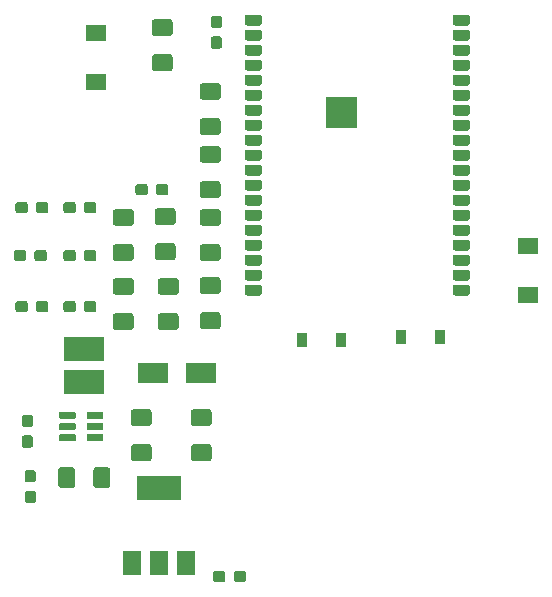
<source format=gbr>
G04 #@! TF.GenerationSoftware,KiCad,Pcbnew,5.1.5+dfsg1-2build2*
G04 #@! TF.CreationDate,2021-12-30T00:51:53-05:00*
G04 #@! TF.ProjectId,schematics,73636865-6d61-4746-9963-732e6b696361,rev?*
G04 #@! TF.SameCoordinates,Original*
G04 #@! TF.FileFunction,Paste,Top*
G04 #@! TF.FilePolarity,Positive*
%FSLAX46Y46*%
G04 Gerber Fmt 4.6, Leading zero omitted, Abs format (unit mm)*
G04 Created by KiCad (PCBNEW 5.1.5+dfsg1-2build2) date 2021-12-30 00:51:53*
%MOMM*%
%LPD*%
G04 APERTURE LIST*
%ADD10C,0.010000*%
%ADD11R,2.500000X1.800000*%
%ADD12C,0.100000*%
%ADD13R,3.500000X2.050000*%
%ADD14R,1.800000X1.350000*%
%ADD15R,1.500000X2.000000*%
%ADD16R,3.800000X2.000000*%
%ADD17R,0.900000X1.200000*%
G04 APERTURE END LIST*
D10*
G36*
X198011530Y-124503000D02*
G01*
X200545000Y-124503000D01*
X200545000Y-127034044D01*
X198011530Y-127034044D01*
X198011530Y-124503000D01*
G37*
X198011530Y-124503000D02*
X200545000Y-124503000D01*
X200545000Y-127034044D01*
X198011530Y-127034044D01*
X198011530Y-124503000D01*
D11*
X187388000Y-147828000D03*
X183388000Y-147828000D03*
D12*
G36*
X188863504Y-136956704D02*
G01*
X188887773Y-136960304D01*
X188911571Y-136966265D01*
X188934671Y-136974530D01*
X188956849Y-136985020D01*
X188977893Y-136997633D01*
X188997598Y-137012247D01*
X189015777Y-137028723D01*
X189032253Y-137046902D01*
X189046867Y-137066607D01*
X189059480Y-137087651D01*
X189069970Y-137109829D01*
X189078235Y-137132929D01*
X189084196Y-137156727D01*
X189087796Y-137180996D01*
X189089000Y-137205500D01*
X189089000Y-138130500D01*
X189087796Y-138155004D01*
X189084196Y-138179273D01*
X189078235Y-138203071D01*
X189069970Y-138226171D01*
X189059480Y-138248349D01*
X189046867Y-138269393D01*
X189032253Y-138289098D01*
X189015777Y-138307277D01*
X188997598Y-138323753D01*
X188977893Y-138338367D01*
X188956849Y-138350980D01*
X188934671Y-138361470D01*
X188911571Y-138369735D01*
X188887773Y-138375696D01*
X188863504Y-138379296D01*
X188839000Y-138380500D01*
X187589000Y-138380500D01*
X187564496Y-138379296D01*
X187540227Y-138375696D01*
X187516429Y-138369735D01*
X187493329Y-138361470D01*
X187471151Y-138350980D01*
X187450107Y-138338367D01*
X187430402Y-138323753D01*
X187412223Y-138307277D01*
X187395747Y-138289098D01*
X187381133Y-138269393D01*
X187368520Y-138248349D01*
X187358030Y-138226171D01*
X187349765Y-138203071D01*
X187343804Y-138179273D01*
X187340204Y-138155004D01*
X187339000Y-138130500D01*
X187339000Y-137205500D01*
X187340204Y-137180996D01*
X187343804Y-137156727D01*
X187349765Y-137132929D01*
X187358030Y-137109829D01*
X187368520Y-137087651D01*
X187381133Y-137066607D01*
X187395747Y-137046902D01*
X187412223Y-137028723D01*
X187430402Y-137012247D01*
X187450107Y-136997633D01*
X187471151Y-136985020D01*
X187493329Y-136974530D01*
X187516429Y-136966265D01*
X187540227Y-136960304D01*
X187564496Y-136956704D01*
X187589000Y-136955500D01*
X188839000Y-136955500D01*
X188863504Y-136956704D01*
G37*
G36*
X188863504Y-133981704D02*
G01*
X188887773Y-133985304D01*
X188911571Y-133991265D01*
X188934671Y-133999530D01*
X188956849Y-134010020D01*
X188977893Y-134022633D01*
X188997598Y-134037247D01*
X189015777Y-134053723D01*
X189032253Y-134071902D01*
X189046867Y-134091607D01*
X189059480Y-134112651D01*
X189069970Y-134134829D01*
X189078235Y-134157929D01*
X189084196Y-134181727D01*
X189087796Y-134205996D01*
X189089000Y-134230500D01*
X189089000Y-135155500D01*
X189087796Y-135180004D01*
X189084196Y-135204273D01*
X189078235Y-135228071D01*
X189069970Y-135251171D01*
X189059480Y-135273349D01*
X189046867Y-135294393D01*
X189032253Y-135314098D01*
X189015777Y-135332277D01*
X188997598Y-135348753D01*
X188977893Y-135363367D01*
X188956849Y-135375980D01*
X188934671Y-135386470D01*
X188911571Y-135394735D01*
X188887773Y-135400696D01*
X188863504Y-135404296D01*
X188839000Y-135405500D01*
X187589000Y-135405500D01*
X187564496Y-135404296D01*
X187540227Y-135400696D01*
X187516429Y-135394735D01*
X187493329Y-135386470D01*
X187471151Y-135375980D01*
X187450107Y-135363367D01*
X187430402Y-135348753D01*
X187412223Y-135332277D01*
X187395747Y-135314098D01*
X187381133Y-135294393D01*
X187368520Y-135273349D01*
X187358030Y-135251171D01*
X187349765Y-135228071D01*
X187343804Y-135204273D01*
X187340204Y-135180004D01*
X187339000Y-135155500D01*
X187339000Y-134230500D01*
X187340204Y-134205996D01*
X187343804Y-134181727D01*
X187349765Y-134157929D01*
X187358030Y-134134829D01*
X187368520Y-134112651D01*
X187381133Y-134091607D01*
X187395747Y-134071902D01*
X187412223Y-134053723D01*
X187430402Y-134037247D01*
X187450107Y-134022633D01*
X187471151Y-134010020D01*
X187493329Y-133999530D01*
X187516429Y-133991265D01*
X187540227Y-133985304D01*
X187564496Y-133981704D01*
X187589000Y-133980500D01*
X188839000Y-133980500D01*
X188863504Y-133981704D01*
G37*
G36*
X184460779Y-131860144D02*
G01*
X184483834Y-131863563D01*
X184506443Y-131869227D01*
X184528387Y-131877079D01*
X184549457Y-131887044D01*
X184569448Y-131899026D01*
X184588168Y-131912910D01*
X184605438Y-131928562D01*
X184621090Y-131945832D01*
X184634974Y-131964552D01*
X184646956Y-131984543D01*
X184656921Y-132005613D01*
X184664773Y-132027557D01*
X184670437Y-132050166D01*
X184673856Y-132073221D01*
X184675000Y-132096500D01*
X184675000Y-132571500D01*
X184673856Y-132594779D01*
X184670437Y-132617834D01*
X184664773Y-132640443D01*
X184656921Y-132662387D01*
X184646956Y-132683457D01*
X184634974Y-132703448D01*
X184621090Y-132722168D01*
X184605438Y-132739438D01*
X184588168Y-132755090D01*
X184569448Y-132768974D01*
X184549457Y-132780956D01*
X184528387Y-132790921D01*
X184506443Y-132798773D01*
X184483834Y-132804437D01*
X184460779Y-132807856D01*
X184437500Y-132809000D01*
X183862500Y-132809000D01*
X183839221Y-132807856D01*
X183816166Y-132804437D01*
X183793557Y-132798773D01*
X183771613Y-132790921D01*
X183750543Y-132780956D01*
X183730552Y-132768974D01*
X183711832Y-132755090D01*
X183694562Y-132739438D01*
X183678910Y-132722168D01*
X183665026Y-132703448D01*
X183653044Y-132683457D01*
X183643079Y-132662387D01*
X183635227Y-132640443D01*
X183629563Y-132617834D01*
X183626144Y-132594779D01*
X183625000Y-132571500D01*
X183625000Y-132096500D01*
X183626144Y-132073221D01*
X183629563Y-132050166D01*
X183635227Y-132027557D01*
X183643079Y-132005613D01*
X183653044Y-131984543D01*
X183665026Y-131964552D01*
X183678910Y-131945832D01*
X183694562Y-131928562D01*
X183711832Y-131912910D01*
X183730552Y-131899026D01*
X183750543Y-131887044D01*
X183771613Y-131877079D01*
X183793557Y-131869227D01*
X183816166Y-131863563D01*
X183839221Y-131860144D01*
X183862500Y-131859000D01*
X184437500Y-131859000D01*
X184460779Y-131860144D01*
G37*
G36*
X182710779Y-131860144D02*
G01*
X182733834Y-131863563D01*
X182756443Y-131869227D01*
X182778387Y-131877079D01*
X182799457Y-131887044D01*
X182819448Y-131899026D01*
X182838168Y-131912910D01*
X182855438Y-131928562D01*
X182871090Y-131945832D01*
X182884974Y-131964552D01*
X182896956Y-131984543D01*
X182906921Y-132005613D01*
X182914773Y-132027557D01*
X182920437Y-132050166D01*
X182923856Y-132073221D01*
X182925000Y-132096500D01*
X182925000Y-132571500D01*
X182923856Y-132594779D01*
X182920437Y-132617834D01*
X182914773Y-132640443D01*
X182906921Y-132662387D01*
X182896956Y-132683457D01*
X182884974Y-132703448D01*
X182871090Y-132722168D01*
X182855438Y-132739438D01*
X182838168Y-132755090D01*
X182819448Y-132768974D01*
X182799457Y-132780956D01*
X182778387Y-132790921D01*
X182756443Y-132798773D01*
X182733834Y-132804437D01*
X182710779Y-132807856D01*
X182687500Y-132809000D01*
X182112500Y-132809000D01*
X182089221Y-132807856D01*
X182066166Y-132804437D01*
X182043557Y-132798773D01*
X182021613Y-132790921D01*
X182000543Y-132780956D01*
X181980552Y-132768974D01*
X181961832Y-132755090D01*
X181944562Y-132739438D01*
X181928910Y-132722168D01*
X181915026Y-132703448D01*
X181903044Y-132683457D01*
X181893079Y-132662387D01*
X181885227Y-132640443D01*
X181879563Y-132617834D01*
X181876144Y-132594779D01*
X181875000Y-132571500D01*
X181875000Y-132096500D01*
X181876144Y-132073221D01*
X181879563Y-132050166D01*
X181885227Y-132027557D01*
X181893079Y-132005613D01*
X181903044Y-131984543D01*
X181915026Y-131964552D01*
X181928910Y-131945832D01*
X181944562Y-131928562D01*
X181961832Y-131912910D01*
X181980552Y-131899026D01*
X182000543Y-131887044D01*
X182021613Y-131877079D01*
X182043557Y-131869227D01*
X182066166Y-131863563D01*
X182089221Y-131860144D01*
X182112500Y-131859000D01*
X182687500Y-131859000D01*
X182710779Y-131860144D01*
G37*
G36*
X188982779Y-119364144D02*
G01*
X189005834Y-119367563D01*
X189028443Y-119373227D01*
X189050387Y-119381079D01*
X189071457Y-119391044D01*
X189091448Y-119403026D01*
X189110168Y-119416910D01*
X189127438Y-119432562D01*
X189143090Y-119449832D01*
X189156974Y-119468552D01*
X189168956Y-119488543D01*
X189178921Y-119509613D01*
X189186773Y-119531557D01*
X189192437Y-119554166D01*
X189195856Y-119577221D01*
X189197000Y-119600500D01*
X189197000Y-120175500D01*
X189195856Y-120198779D01*
X189192437Y-120221834D01*
X189186773Y-120244443D01*
X189178921Y-120266387D01*
X189168956Y-120287457D01*
X189156974Y-120307448D01*
X189143090Y-120326168D01*
X189127438Y-120343438D01*
X189110168Y-120359090D01*
X189091448Y-120372974D01*
X189071457Y-120384956D01*
X189050387Y-120394921D01*
X189028443Y-120402773D01*
X189005834Y-120408437D01*
X188982779Y-120411856D01*
X188959500Y-120413000D01*
X188484500Y-120413000D01*
X188461221Y-120411856D01*
X188438166Y-120408437D01*
X188415557Y-120402773D01*
X188393613Y-120394921D01*
X188372543Y-120384956D01*
X188352552Y-120372974D01*
X188333832Y-120359090D01*
X188316562Y-120343438D01*
X188300910Y-120326168D01*
X188287026Y-120307448D01*
X188275044Y-120287457D01*
X188265079Y-120266387D01*
X188257227Y-120244443D01*
X188251563Y-120221834D01*
X188248144Y-120198779D01*
X188247000Y-120175500D01*
X188247000Y-119600500D01*
X188248144Y-119577221D01*
X188251563Y-119554166D01*
X188257227Y-119531557D01*
X188265079Y-119509613D01*
X188275044Y-119488543D01*
X188287026Y-119468552D01*
X188300910Y-119449832D01*
X188316562Y-119432562D01*
X188333832Y-119416910D01*
X188352552Y-119403026D01*
X188372543Y-119391044D01*
X188393613Y-119381079D01*
X188415557Y-119373227D01*
X188438166Y-119367563D01*
X188461221Y-119364144D01*
X188484500Y-119363000D01*
X188959500Y-119363000D01*
X188982779Y-119364144D01*
G37*
G36*
X188982779Y-117614144D02*
G01*
X189005834Y-117617563D01*
X189028443Y-117623227D01*
X189050387Y-117631079D01*
X189071457Y-117641044D01*
X189091448Y-117653026D01*
X189110168Y-117666910D01*
X189127438Y-117682562D01*
X189143090Y-117699832D01*
X189156974Y-117718552D01*
X189168956Y-117738543D01*
X189178921Y-117759613D01*
X189186773Y-117781557D01*
X189192437Y-117804166D01*
X189195856Y-117827221D01*
X189197000Y-117850500D01*
X189197000Y-118425500D01*
X189195856Y-118448779D01*
X189192437Y-118471834D01*
X189186773Y-118494443D01*
X189178921Y-118516387D01*
X189168956Y-118537457D01*
X189156974Y-118557448D01*
X189143090Y-118576168D01*
X189127438Y-118593438D01*
X189110168Y-118609090D01*
X189091448Y-118622974D01*
X189071457Y-118634956D01*
X189050387Y-118644921D01*
X189028443Y-118652773D01*
X189005834Y-118658437D01*
X188982779Y-118661856D01*
X188959500Y-118663000D01*
X188484500Y-118663000D01*
X188461221Y-118661856D01*
X188438166Y-118658437D01*
X188415557Y-118652773D01*
X188393613Y-118644921D01*
X188372543Y-118634956D01*
X188352552Y-118622974D01*
X188333832Y-118609090D01*
X188316562Y-118593438D01*
X188300910Y-118576168D01*
X188287026Y-118557448D01*
X188275044Y-118537457D01*
X188265079Y-118516387D01*
X188257227Y-118494443D01*
X188251563Y-118471834D01*
X188248144Y-118448779D01*
X188247000Y-118425500D01*
X188247000Y-117850500D01*
X188248144Y-117827221D01*
X188251563Y-117804166D01*
X188257227Y-117781557D01*
X188265079Y-117759613D01*
X188275044Y-117738543D01*
X188287026Y-117718552D01*
X188300910Y-117699832D01*
X188316562Y-117682562D01*
X188333832Y-117666910D01*
X188352552Y-117653026D01*
X188372543Y-117641044D01*
X188393613Y-117631079D01*
X188415557Y-117623227D01*
X188438166Y-117617563D01*
X188461221Y-117614144D01*
X188484500Y-117613000D01*
X188959500Y-117613000D01*
X188982779Y-117614144D01*
G37*
G36*
X191036779Y-164626144D02*
G01*
X191059834Y-164629563D01*
X191082443Y-164635227D01*
X191104387Y-164643079D01*
X191125457Y-164653044D01*
X191145448Y-164665026D01*
X191164168Y-164678910D01*
X191181438Y-164694562D01*
X191197090Y-164711832D01*
X191210974Y-164730552D01*
X191222956Y-164750543D01*
X191232921Y-164771613D01*
X191240773Y-164793557D01*
X191246437Y-164816166D01*
X191249856Y-164839221D01*
X191251000Y-164862500D01*
X191251000Y-165337500D01*
X191249856Y-165360779D01*
X191246437Y-165383834D01*
X191240773Y-165406443D01*
X191232921Y-165428387D01*
X191222956Y-165449457D01*
X191210974Y-165469448D01*
X191197090Y-165488168D01*
X191181438Y-165505438D01*
X191164168Y-165521090D01*
X191145448Y-165534974D01*
X191125457Y-165546956D01*
X191104387Y-165556921D01*
X191082443Y-165564773D01*
X191059834Y-165570437D01*
X191036779Y-165573856D01*
X191013500Y-165575000D01*
X190438500Y-165575000D01*
X190415221Y-165573856D01*
X190392166Y-165570437D01*
X190369557Y-165564773D01*
X190347613Y-165556921D01*
X190326543Y-165546956D01*
X190306552Y-165534974D01*
X190287832Y-165521090D01*
X190270562Y-165505438D01*
X190254910Y-165488168D01*
X190241026Y-165469448D01*
X190229044Y-165449457D01*
X190219079Y-165428387D01*
X190211227Y-165406443D01*
X190205563Y-165383834D01*
X190202144Y-165360779D01*
X190201000Y-165337500D01*
X190201000Y-164862500D01*
X190202144Y-164839221D01*
X190205563Y-164816166D01*
X190211227Y-164793557D01*
X190219079Y-164771613D01*
X190229044Y-164750543D01*
X190241026Y-164730552D01*
X190254910Y-164711832D01*
X190270562Y-164694562D01*
X190287832Y-164678910D01*
X190306552Y-164665026D01*
X190326543Y-164653044D01*
X190347613Y-164643079D01*
X190369557Y-164635227D01*
X190392166Y-164629563D01*
X190415221Y-164626144D01*
X190438500Y-164625000D01*
X191013500Y-164625000D01*
X191036779Y-164626144D01*
G37*
G36*
X189286779Y-164626144D02*
G01*
X189309834Y-164629563D01*
X189332443Y-164635227D01*
X189354387Y-164643079D01*
X189375457Y-164653044D01*
X189395448Y-164665026D01*
X189414168Y-164678910D01*
X189431438Y-164694562D01*
X189447090Y-164711832D01*
X189460974Y-164730552D01*
X189472956Y-164750543D01*
X189482921Y-164771613D01*
X189490773Y-164793557D01*
X189496437Y-164816166D01*
X189499856Y-164839221D01*
X189501000Y-164862500D01*
X189501000Y-165337500D01*
X189499856Y-165360779D01*
X189496437Y-165383834D01*
X189490773Y-165406443D01*
X189482921Y-165428387D01*
X189472956Y-165449457D01*
X189460974Y-165469448D01*
X189447090Y-165488168D01*
X189431438Y-165505438D01*
X189414168Y-165521090D01*
X189395448Y-165534974D01*
X189375457Y-165546956D01*
X189354387Y-165556921D01*
X189332443Y-165564773D01*
X189309834Y-165570437D01*
X189286779Y-165573856D01*
X189263500Y-165575000D01*
X188688500Y-165575000D01*
X188665221Y-165573856D01*
X188642166Y-165570437D01*
X188619557Y-165564773D01*
X188597613Y-165556921D01*
X188576543Y-165546956D01*
X188556552Y-165534974D01*
X188537832Y-165521090D01*
X188520562Y-165505438D01*
X188504910Y-165488168D01*
X188491026Y-165469448D01*
X188479044Y-165449457D01*
X188469079Y-165428387D01*
X188461227Y-165406443D01*
X188455563Y-165383834D01*
X188452144Y-165360779D01*
X188451000Y-165337500D01*
X188451000Y-164862500D01*
X188452144Y-164839221D01*
X188455563Y-164816166D01*
X188461227Y-164793557D01*
X188469079Y-164771613D01*
X188479044Y-164750543D01*
X188491026Y-164730552D01*
X188504910Y-164711832D01*
X188520562Y-164694562D01*
X188537832Y-164678910D01*
X188556552Y-164665026D01*
X188576543Y-164653044D01*
X188597613Y-164643079D01*
X188619557Y-164635227D01*
X188642166Y-164629563D01*
X188665221Y-164626144D01*
X188688500Y-164625000D01*
X189263500Y-164625000D01*
X189286779Y-164626144D01*
G37*
G36*
X172980779Y-151396144D02*
G01*
X173003834Y-151399563D01*
X173026443Y-151405227D01*
X173048387Y-151413079D01*
X173069457Y-151423044D01*
X173089448Y-151435026D01*
X173108168Y-151448910D01*
X173125438Y-151464562D01*
X173141090Y-151481832D01*
X173154974Y-151500552D01*
X173166956Y-151520543D01*
X173176921Y-151541613D01*
X173184773Y-151563557D01*
X173190437Y-151586166D01*
X173193856Y-151609221D01*
X173195000Y-151632500D01*
X173195000Y-152207500D01*
X173193856Y-152230779D01*
X173190437Y-152253834D01*
X173184773Y-152276443D01*
X173176921Y-152298387D01*
X173166956Y-152319457D01*
X173154974Y-152339448D01*
X173141090Y-152358168D01*
X173125438Y-152375438D01*
X173108168Y-152391090D01*
X173089448Y-152404974D01*
X173069457Y-152416956D01*
X173048387Y-152426921D01*
X173026443Y-152434773D01*
X173003834Y-152440437D01*
X172980779Y-152443856D01*
X172957500Y-152445000D01*
X172482500Y-152445000D01*
X172459221Y-152443856D01*
X172436166Y-152440437D01*
X172413557Y-152434773D01*
X172391613Y-152426921D01*
X172370543Y-152416956D01*
X172350552Y-152404974D01*
X172331832Y-152391090D01*
X172314562Y-152375438D01*
X172298910Y-152358168D01*
X172285026Y-152339448D01*
X172273044Y-152319457D01*
X172263079Y-152298387D01*
X172255227Y-152276443D01*
X172249563Y-152253834D01*
X172246144Y-152230779D01*
X172245000Y-152207500D01*
X172245000Y-151632500D01*
X172246144Y-151609221D01*
X172249563Y-151586166D01*
X172255227Y-151563557D01*
X172263079Y-151541613D01*
X172273044Y-151520543D01*
X172285026Y-151500552D01*
X172298910Y-151481832D01*
X172314562Y-151464562D01*
X172331832Y-151448910D01*
X172350552Y-151435026D01*
X172370543Y-151423044D01*
X172391613Y-151413079D01*
X172413557Y-151405227D01*
X172436166Y-151399563D01*
X172459221Y-151396144D01*
X172482500Y-151395000D01*
X172957500Y-151395000D01*
X172980779Y-151396144D01*
G37*
G36*
X172980779Y-153146144D02*
G01*
X173003834Y-153149563D01*
X173026443Y-153155227D01*
X173048387Y-153163079D01*
X173069457Y-153173044D01*
X173089448Y-153185026D01*
X173108168Y-153198910D01*
X173125438Y-153214562D01*
X173141090Y-153231832D01*
X173154974Y-153250552D01*
X173166956Y-153270543D01*
X173176921Y-153291613D01*
X173184773Y-153313557D01*
X173190437Y-153336166D01*
X173193856Y-153359221D01*
X173195000Y-153382500D01*
X173195000Y-153957500D01*
X173193856Y-153980779D01*
X173190437Y-154003834D01*
X173184773Y-154026443D01*
X173176921Y-154048387D01*
X173166956Y-154069457D01*
X173154974Y-154089448D01*
X173141090Y-154108168D01*
X173125438Y-154125438D01*
X173108168Y-154141090D01*
X173089448Y-154154974D01*
X173069457Y-154166956D01*
X173048387Y-154176921D01*
X173026443Y-154184773D01*
X173003834Y-154190437D01*
X172980779Y-154193856D01*
X172957500Y-154195000D01*
X172482500Y-154195000D01*
X172459221Y-154193856D01*
X172436166Y-154190437D01*
X172413557Y-154184773D01*
X172391613Y-154176921D01*
X172370543Y-154166956D01*
X172350552Y-154154974D01*
X172331832Y-154141090D01*
X172314562Y-154125438D01*
X172298910Y-154108168D01*
X172285026Y-154089448D01*
X172273044Y-154069457D01*
X172263079Y-154048387D01*
X172255227Y-154026443D01*
X172249563Y-154003834D01*
X172246144Y-153980779D01*
X172245000Y-153957500D01*
X172245000Y-153382500D01*
X172246144Y-153359221D01*
X172249563Y-153336166D01*
X172255227Y-153313557D01*
X172263079Y-153291613D01*
X172273044Y-153270543D01*
X172285026Y-153250552D01*
X172298910Y-153231832D01*
X172314562Y-153214562D01*
X172331832Y-153198910D01*
X172350552Y-153185026D01*
X172370543Y-153173044D01*
X172391613Y-153163079D01*
X172413557Y-153155227D01*
X172436166Y-153149563D01*
X172459221Y-153146144D01*
X172482500Y-153145000D01*
X172957500Y-153145000D01*
X172980779Y-153146144D01*
G37*
G36*
X173234779Y-156081144D02*
G01*
X173257834Y-156084563D01*
X173280443Y-156090227D01*
X173302387Y-156098079D01*
X173323457Y-156108044D01*
X173343448Y-156120026D01*
X173362168Y-156133910D01*
X173379438Y-156149562D01*
X173395090Y-156166832D01*
X173408974Y-156185552D01*
X173420956Y-156205543D01*
X173430921Y-156226613D01*
X173438773Y-156248557D01*
X173444437Y-156271166D01*
X173447856Y-156294221D01*
X173449000Y-156317500D01*
X173449000Y-156892500D01*
X173447856Y-156915779D01*
X173444437Y-156938834D01*
X173438773Y-156961443D01*
X173430921Y-156983387D01*
X173420956Y-157004457D01*
X173408974Y-157024448D01*
X173395090Y-157043168D01*
X173379438Y-157060438D01*
X173362168Y-157076090D01*
X173343448Y-157089974D01*
X173323457Y-157101956D01*
X173302387Y-157111921D01*
X173280443Y-157119773D01*
X173257834Y-157125437D01*
X173234779Y-157128856D01*
X173211500Y-157130000D01*
X172736500Y-157130000D01*
X172713221Y-157128856D01*
X172690166Y-157125437D01*
X172667557Y-157119773D01*
X172645613Y-157111921D01*
X172624543Y-157101956D01*
X172604552Y-157089974D01*
X172585832Y-157076090D01*
X172568562Y-157060438D01*
X172552910Y-157043168D01*
X172539026Y-157024448D01*
X172527044Y-157004457D01*
X172517079Y-156983387D01*
X172509227Y-156961443D01*
X172503563Y-156938834D01*
X172500144Y-156915779D01*
X172499000Y-156892500D01*
X172499000Y-156317500D01*
X172500144Y-156294221D01*
X172503563Y-156271166D01*
X172509227Y-156248557D01*
X172517079Y-156226613D01*
X172527044Y-156205543D01*
X172539026Y-156185552D01*
X172552910Y-156166832D01*
X172568562Y-156149562D01*
X172585832Y-156133910D01*
X172604552Y-156120026D01*
X172624543Y-156108044D01*
X172645613Y-156098079D01*
X172667557Y-156090227D01*
X172690166Y-156084563D01*
X172713221Y-156081144D01*
X172736500Y-156080000D01*
X173211500Y-156080000D01*
X173234779Y-156081144D01*
G37*
G36*
X173234779Y-157831144D02*
G01*
X173257834Y-157834563D01*
X173280443Y-157840227D01*
X173302387Y-157848079D01*
X173323457Y-157858044D01*
X173343448Y-157870026D01*
X173362168Y-157883910D01*
X173379438Y-157899562D01*
X173395090Y-157916832D01*
X173408974Y-157935552D01*
X173420956Y-157955543D01*
X173430921Y-157976613D01*
X173438773Y-157998557D01*
X173444437Y-158021166D01*
X173447856Y-158044221D01*
X173449000Y-158067500D01*
X173449000Y-158642500D01*
X173447856Y-158665779D01*
X173444437Y-158688834D01*
X173438773Y-158711443D01*
X173430921Y-158733387D01*
X173420956Y-158754457D01*
X173408974Y-158774448D01*
X173395090Y-158793168D01*
X173379438Y-158810438D01*
X173362168Y-158826090D01*
X173343448Y-158839974D01*
X173323457Y-158851956D01*
X173302387Y-158861921D01*
X173280443Y-158869773D01*
X173257834Y-158875437D01*
X173234779Y-158878856D01*
X173211500Y-158880000D01*
X172736500Y-158880000D01*
X172713221Y-158878856D01*
X172690166Y-158875437D01*
X172667557Y-158869773D01*
X172645613Y-158861921D01*
X172624543Y-158851956D01*
X172604552Y-158839974D01*
X172585832Y-158826090D01*
X172568562Y-158810438D01*
X172552910Y-158793168D01*
X172539026Y-158774448D01*
X172527044Y-158754457D01*
X172517079Y-158733387D01*
X172509227Y-158711443D01*
X172503563Y-158688834D01*
X172500144Y-158665779D01*
X172499000Y-158642500D01*
X172499000Y-158067500D01*
X172500144Y-158044221D01*
X172503563Y-158021166D01*
X172509227Y-157998557D01*
X172517079Y-157976613D01*
X172527044Y-157955543D01*
X172539026Y-157935552D01*
X172552910Y-157916832D01*
X172568562Y-157899562D01*
X172585832Y-157883910D01*
X172604552Y-157870026D01*
X172624543Y-157858044D01*
X172645613Y-157848079D01*
X172667557Y-157840227D01*
X172690166Y-157834563D01*
X172713221Y-157831144D01*
X172736500Y-157830000D01*
X173211500Y-157830000D01*
X173234779Y-157831144D01*
G37*
G36*
X174300779Y-133384144D02*
G01*
X174323834Y-133387563D01*
X174346443Y-133393227D01*
X174368387Y-133401079D01*
X174389457Y-133411044D01*
X174409448Y-133423026D01*
X174428168Y-133436910D01*
X174445438Y-133452562D01*
X174461090Y-133469832D01*
X174474974Y-133488552D01*
X174486956Y-133508543D01*
X174496921Y-133529613D01*
X174504773Y-133551557D01*
X174510437Y-133574166D01*
X174513856Y-133597221D01*
X174515000Y-133620500D01*
X174515000Y-134095500D01*
X174513856Y-134118779D01*
X174510437Y-134141834D01*
X174504773Y-134164443D01*
X174496921Y-134186387D01*
X174486956Y-134207457D01*
X174474974Y-134227448D01*
X174461090Y-134246168D01*
X174445438Y-134263438D01*
X174428168Y-134279090D01*
X174409448Y-134292974D01*
X174389457Y-134304956D01*
X174368387Y-134314921D01*
X174346443Y-134322773D01*
X174323834Y-134328437D01*
X174300779Y-134331856D01*
X174277500Y-134333000D01*
X173702500Y-134333000D01*
X173679221Y-134331856D01*
X173656166Y-134328437D01*
X173633557Y-134322773D01*
X173611613Y-134314921D01*
X173590543Y-134304956D01*
X173570552Y-134292974D01*
X173551832Y-134279090D01*
X173534562Y-134263438D01*
X173518910Y-134246168D01*
X173505026Y-134227448D01*
X173493044Y-134207457D01*
X173483079Y-134186387D01*
X173475227Y-134164443D01*
X173469563Y-134141834D01*
X173466144Y-134118779D01*
X173465000Y-134095500D01*
X173465000Y-133620500D01*
X173466144Y-133597221D01*
X173469563Y-133574166D01*
X173475227Y-133551557D01*
X173483079Y-133529613D01*
X173493044Y-133508543D01*
X173505026Y-133488552D01*
X173518910Y-133469832D01*
X173534562Y-133452562D01*
X173551832Y-133436910D01*
X173570552Y-133423026D01*
X173590543Y-133411044D01*
X173611613Y-133401079D01*
X173633557Y-133393227D01*
X173656166Y-133387563D01*
X173679221Y-133384144D01*
X173702500Y-133383000D01*
X174277500Y-133383000D01*
X174300779Y-133384144D01*
G37*
G36*
X172550779Y-133384144D02*
G01*
X172573834Y-133387563D01*
X172596443Y-133393227D01*
X172618387Y-133401079D01*
X172639457Y-133411044D01*
X172659448Y-133423026D01*
X172678168Y-133436910D01*
X172695438Y-133452562D01*
X172711090Y-133469832D01*
X172724974Y-133488552D01*
X172736956Y-133508543D01*
X172746921Y-133529613D01*
X172754773Y-133551557D01*
X172760437Y-133574166D01*
X172763856Y-133597221D01*
X172765000Y-133620500D01*
X172765000Y-134095500D01*
X172763856Y-134118779D01*
X172760437Y-134141834D01*
X172754773Y-134164443D01*
X172746921Y-134186387D01*
X172736956Y-134207457D01*
X172724974Y-134227448D01*
X172711090Y-134246168D01*
X172695438Y-134263438D01*
X172678168Y-134279090D01*
X172659448Y-134292974D01*
X172639457Y-134304956D01*
X172618387Y-134314921D01*
X172596443Y-134322773D01*
X172573834Y-134328437D01*
X172550779Y-134331856D01*
X172527500Y-134333000D01*
X171952500Y-134333000D01*
X171929221Y-134331856D01*
X171906166Y-134328437D01*
X171883557Y-134322773D01*
X171861613Y-134314921D01*
X171840543Y-134304956D01*
X171820552Y-134292974D01*
X171801832Y-134279090D01*
X171784562Y-134263438D01*
X171768910Y-134246168D01*
X171755026Y-134227448D01*
X171743044Y-134207457D01*
X171733079Y-134186387D01*
X171725227Y-134164443D01*
X171719563Y-134141834D01*
X171716144Y-134118779D01*
X171715000Y-134095500D01*
X171715000Y-133620500D01*
X171716144Y-133597221D01*
X171719563Y-133574166D01*
X171725227Y-133551557D01*
X171733079Y-133529613D01*
X171743044Y-133508543D01*
X171755026Y-133488552D01*
X171768910Y-133469832D01*
X171784562Y-133452562D01*
X171801832Y-133436910D01*
X171820552Y-133423026D01*
X171840543Y-133411044D01*
X171861613Y-133401079D01*
X171883557Y-133393227D01*
X171906166Y-133387563D01*
X171929221Y-133384144D01*
X171952500Y-133383000D01*
X172527500Y-133383000D01*
X172550779Y-133384144D01*
G37*
G36*
X172409779Y-137448144D02*
G01*
X172432834Y-137451563D01*
X172455443Y-137457227D01*
X172477387Y-137465079D01*
X172498457Y-137475044D01*
X172518448Y-137487026D01*
X172537168Y-137500910D01*
X172554438Y-137516562D01*
X172570090Y-137533832D01*
X172583974Y-137552552D01*
X172595956Y-137572543D01*
X172605921Y-137593613D01*
X172613773Y-137615557D01*
X172619437Y-137638166D01*
X172622856Y-137661221D01*
X172624000Y-137684500D01*
X172624000Y-138159500D01*
X172622856Y-138182779D01*
X172619437Y-138205834D01*
X172613773Y-138228443D01*
X172605921Y-138250387D01*
X172595956Y-138271457D01*
X172583974Y-138291448D01*
X172570090Y-138310168D01*
X172554438Y-138327438D01*
X172537168Y-138343090D01*
X172518448Y-138356974D01*
X172498457Y-138368956D01*
X172477387Y-138378921D01*
X172455443Y-138386773D01*
X172432834Y-138392437D01*
X172409779Y-138395856D01*
X172386500Y-138397000D01*
X171811500Y-138397000D01*
X171788221Y-138395856D01*
X171765166Y-138392437D01*
X171742557Y-138386773D01*
X171720613Y-138378921D01*
X171699543Y-138368956D01*
X171679552Y-138356974D01*
X171660832Y-138343090D01*
X171643562Y-138327438D01*
X171627910Y-138310168D01*
X171614026Y-138291448D01*
X171602044Y-138271457D01*
X171592079Y-138250387D01*
X171584227Y-138228443D01*
X171578563Y-138205834D01*
X171575144Y-138182779D01*
X171574000Y-138159500D01*
X171574000Y-137684500D01*
X171575144Y-137661221D01*
X171578563Y-137638166D01*
X171584227Y-137615557D01*
X171592079Y-137593613D01*
X171602044Y-137572543D01*
X171614026Y-137552552D01*
X171627910Y-137533832D01*
X171643562Y-137516562D01*
X171660832Y-137500910D01*
X171679552Y-137487026D01*
X171699543Y-137475044D01*
X171720613Y-137465079D01*
X171742557Y-137457227D01*
X171765166Y-137451563D01*
X171788221Y-137448144D01*
X171811500Y-137447000D01*
X172386500Y-137447000D01*
X172409779Y-137448144D01*
G37*
G36*
X174159779Y-137448144D02*
G01*
X174182834Y-137451563D01*
X174205443Y-137457227D01*
X174227387Y-137465079D01*
X174248457Y-137475044D01*
X174268448Y-137487026D01*
X174287168Y-137500910D01*
X174304438Y-137516562D01*
X174320090Y-137533832D01*
X174333974Y-137552552D01*
X174345956Y-137572543D01*
X174355921Y-137593613D01*
X174363773Y-137615557D01*
X174369437Y-137638166D01*
X174372856Y-137661221D01*
X174374000Y-137684500D01*
X174374000Y-138159500D01*
X174372856Y-138182779D01*
X174369437Y-138205834D01*
X174363773Y-138228443D01*
X174355921Y-138250387D01*
X174345956Y-138271457D01*
X174333974Y-138291448D01*
X174320090Y-138310168D01*
X174304438Y-138327438D01*
X174287168Y-138343090D01*
X174268448Y-138356974D01*
X174248457Y-138368956D01*
X174227387Y-138378921D01*
X174205443Y-138386773D01*
X174182834Y-138392437D01*
X174159779Y-138395856D01*
X174136500Y-138397000D01*
X173561500Y-138397000D01*
X173538221Y-138395856D01*
X173515166Y-138392437D01*
X173492557Y-138386773D01*
X173470613Y-138378921D01*
X173449543Y-138368956D01*
X173429552Y-138356974D01*
X173410832Y-138343090D01*
X173393562Y-138327438D01*
X173377910Y-138310168D01*
X173364026Y-138291448D01*
X173352044Y-138271457D01*
X173342079Y-138250387D01*
X173334227Y-138228443D01*
X173328563Y-138205834D01*
X173325144Y-138182779D01*
X173324000Y-138159500D01*
X173324000Y-137684500D01*
X173325144Y-137661221D01*
X173328563Y-137638166D01*
X173334227Y-137615557D01*
X173342079Y-137593613D01*
X173352044Y-137572543D01*
X173364026Y-137552552D01*
X173377910Y-137533832D01*
X173393562Y-137516562D01*
X173410832Y-137500910D01*
X173429552Y-137487026D01*
X173449543Y-137475044D01*
X173470613Y-137465079D01*
X173492557Y-137457227D01*
X173515166Y-137451563D01*
X173538221Y-137448144D01*
X173561500Y-137447000D01*
X174136500Y-137447000D01*
X174159779Y-137448144D01*
G37*
G36*
X172550779Y-141766144D02*
G01*
X172573834Y-141769563D01*
X172596443Y-141775227D01*
X172618387Y-141783079D01*
X172639457Y-141793044D01*
X172659448Y-141805026D01*
X172678168Y-141818910D01*
X172695438Y-141834562D01*
X172711090Y-141851832D01*
X172724974Y-141870552D01*
X172736956Y-141890543D01*
X172746921Y-141911613D01*
X172754773Y-141933557D01*
X172760437Y-141956166D01*
X172763856Y-141979221D01*
X172765000Y-142002500D01*
X172765000Y-142477500D01*
X172763856Y-142500779D01*
X172760437Y-142523834D01*
X172754773Y-142546443D01*
X172746921Y-142568387D01*
X172736956Y-142589457D01*
X172724974Y-142609448D01*
X172711090Y-142628168D01*
X172695438Y-142645438D01*
X172678168Y-142661090D01*
X172659448Y-142674974D01*
X172639457Y-142686956D01*
X172618387Y-142696921D01*
X172596443Y-142704773D01*
X172573834Y-142710437D01*
X172550779Y-142713856D01*
X172527500Y-142715000D01*
X171952500Y-142715000D01*
X171929221Y-142713856D01*
X171906166Y-142710437D01*
X171883557Y-142704773D01*
X171861613Y-142696921D01*
X171840543Y-142686956D01*
X171820552Y-142674974D01*
X171801832Y-142661090D01*
X171784562Y-142645438D01*
X171768910Y-142628168D01*
X171755026Y-142609448D01*
X171743044Y-142589457D01*
X171733079Y-142568387D01*
X171725227Y-142546443D01*
X171719563Y-142523834D01*
X171716144Y-142500779D01*
X171715000Y-142477500D01*
X171715000Y-142002500D01*
X171716144Y-141979221D01*
X171719563Y-141956166D01*
X171725227Y-141933557D01*
X171733079Y-141911613D01*
X171743044Y-141890543D01*
X171755026Y-141870552D01*
X171768910Y-141851832D01*
X171784562Y-141834562D01*
X171801832Y-141818910D01*
X171820552Y-141805026D01*
X171840543Y-141793044D01*
X171861613Y-141783079D01*
X171883557Y-141775227D01*
X171906166Y-141769563D01*
X171929221Y-141766144D01*
X171952500Y-141765000D01*
X172527500Y-141765000D01*
X172550779Y-141766144D01*
G37*
G36*
X174300779Y-141766144D02*
G01*
X174323834Y-141769563D01*
X174346443Y-141775227D01*
X174368387Y-141783079D01*
X174389457Y-141793044D01*
X174409448Y-141805026D01*
X174428168Y-141818910D01*
X174445438Y-141834562D01*
X174461090Y-141851832D01*
X174474974Y-141870552D01*
X174486956Y-141890543D01*
X174496921Y-141911613D01*
X174504773Y-141933557D01*
X174510437Y-141956166D01*
X174513856Y-141979221D01*
X174515000Y-142002500D01*
X174515000Y-142477500D01*
X174513856Y-142500779D01*
X174510437Y-142523834D01*
X174504773Y-142546443D01*
X174496921Y-142568387D01*
X174486956Y-142589457D01*
X174474974Y-142609448D01*
X174461090Y-142628168D01*
X174445438Y-142645438D01*
X174428168Y-142661090D01*
X174409448Y-142674974D01*
X174389457Y-142686956D01*
X174368387Y-142696921D01*
X174346443Y-142704773D01*
X174323834Y-142710437D01*
X174300779Y-142713856D01*
X174277500Y-142715000D01*
X173702500Y-142715000D01*
X173679221Y-142713856D01*
X173656166Y-142710437D01*
X173633557Y-142704773D01*
X173611613Y-142696921D01*
X173590543Y-142686956D01*
X173570552Y-142674974D01*
X173551832Y-142661090D01*
X173534562Y-142645438D01*
X173518910Y-142628168D01*
X173505026Y-142609448D01*
X173493044Y-142589457D01*
X173483079Y-142568387D01*
X173475227Y-142546443D01*
X173469563Y-142523834D01*
X173466144Y-142500779D01*
X173465000Y-142477500D01*
X173465000Y-142002500D01*
X173466144Y-141979221D01*
X173469563Y-141956166D01*
X173475227Y-141933557D01*
X173483079Y-141911613D01*
X173493044Y-141890543D01*
X173505026Y-141870552D01*
X173518910Y-141851832D01*
X173534562Y-141834562D01*
X173551832Y-141818910D01*
X173570552Y-141805026D01*
X173590543Y-141793044D01*
X173611613Y-141783079D01*
X173633557Y-141775227D01*
X173656166Y-141769563D01*
X173679221Y-141766144D01*
X173702500Y-141765000D01*
X174277500Y-141765000D01*
X174300779Y-141766144D01*
G37*
G36*
X176614779Y-133384144D02*
G01*
X176637834Y-133387563D01*
X176660443Y-133393227D01*
X176682387Y-133401079D01*
X176703457Y-133411044D01*
X176723448Y-133423026D01*
X176742168Y-133436910D01*
X176759438Y-133452562D01*
X176775090Y-133469832D01*
X176788974Y-133488552D01*
X176800956Y-133508543D01*
X176810921Y-133529613D01*
X176818773Y-133551557D01*
X176824437Y-133574166D01*
X176827856Y-133597221D01*
X176829000Y-133620500D01*
X176829000Y-134095500D01*
X176827856Y-134118779D01*
X176824437Y-134141834D01*
X176818773Y-134164443D01*
X176810921Y-134186387D01*
X176800956Y-134207457D01*
X176788974Y-134227448D01*
X176775090Y-134246168D01*
X176759438Y-134263438D01*
X176742168Y-134279090D01*
X176723448Y-134292974D01*
X176703457Y-134304956D01*
X176682387Y-134314921D01*
X176660443Y-134322773D01*
X176637834Y-134328437D01*
X176614779Y-134331856D01*
X176591500Y-134333000D01*
X176016500Y-134333000D01*
X175993221Y-134331856D01*
X175970166Y-134328437D01*
X175947557Y-134322773D01*
X175925613Y-134314921D01*
X175904543Y-134304956D01*
X175884552Y-134292974D01*
X175865832Y-134279090D01*
X175848562Y-134263438D01*
X175832910Y-134246168D01*
X175819026Y-134227448D01*
X175807044Y-134207457D01*
X175797079Y-134186387D01*
X175789227Y-134164443D01*
X175783563Y-134141834D01*
X175780144Y-134118779D01*
X175779000Y-134095500D01*
X175779000Y-133620500D01*
X175780144Y-133597221D01*
X175783563Y-133574166D01*
X175789227Y-133551557D01*
X175797079Y-133529613D01*
X175807044Y-133508543D01*
X175819026Y-133488552D01*
X175832910Y-133469832D01*
X175848562Y-133452562D01*
X175865832Y-133436910D01*
X175884552Y-133423026D01*
X175904543Y-133411044D01*
X175925613Y-133401079D01*
X175947557Y-133393227D01*
X175970166Y-133387563D01*
X175993221Y-133384144D01*
X176016500Y-133383000D01*
X176591500Y-133383000D01*
X176614779Y-133384144D01*
G37*
G36*
X178364779Y-133384144D02*
G01*
X178387834Y-133387563D01*
X178410443Y-133393227D01*
X178432387Y-133401079D01*
X178453457Y-133411044D01*
X178473448Y-133423026D01*
X178492168Y-133436910D01*
X178509438Y-133452562D01*
X178525090Y-133469832D01*
X178538974Y-133488552D01*
X178550956Y-133508543D01*
X178560921Y-133529613D01*
X178568773Y-133551557D01*
X178574437Y-133574166D01*
X178577856Y-133597221D01*
X178579000Y-133620500D01*
X178579000Y-134095500D01*
X178577856Y-134118779D01*
X178574437Y-134141834D01*
X178568773Y-134164443D01*
X178560921Y-134186387D01*
X178550956Y-134207457D01*
X178538974Y-134227448D01*
X178525090Y-134246168D01*
X178509438Y-134263438D01*
X178492168Y-134279090D01*
X178473448Y-134292974D01*
X178453457Y-134304956D01*
X178432387Y-134314921D01*
X178410443Y-134322773D01*
X178387834Y-134328437D01*
X178364779Y-134331856D01*
X178341500Y-134333000D01*
X177766500Y-134333000D01*
X177743221Y-134331856D01*
X177720166Y-134328437D01*
X177697557Y-134322773D01*
X177675613Y-134314921D01*
X177654543Y-134304956D01*
X177634552Y-134292974D01*
X177615832Y-134279090D01*
X177598562Y-134263438D01*
X177582910Y-134246168D01*
X177569026Y-134227448D01*
X177557044Y-134207457D01*
X177547079Y-134186387D01*
X177539227Y-134164443D01*
X177533563Y-134141834D01*
X177530144Y-134118779D01*
X177529000Y-134095500D01*
X177529000Y-133620500D01*
X177530144Y-133597221D01*
X177533563Y-133574166D01*
X177539227Y-133551557D01*
X177547079Y-133529613D01*
X177557044Y-133508543D01*
X177569026Y-133488552D01*
X177582910Y-133469832D01*
X177598562Y-133452562D01*
X177615832Y-133436910D01*
X177634552Y-133423026D01*
X177654543Y-133411044D01*
X177675613Y-133401079D01*
X177697557Y-133393227D01*
X177720166Y-133387563D01*
X177743221Y-133384144D01*
X177766500Y-133383000D01*
X178341500Y-133383000D01*
X178364779Y-133384144D01*
G37*
G36*
X178364779Y-137448144D02*
G01*
X178387834Y-137451563D01*
X178410443Y-137457227D01*
X178432387Y-137465079D01*
X178453457Y-137475044D01*
X178473448Y-137487026D01*
X178492168Y-137500910D01*
X178509438Y-137516562D01*
X178525090Y-137533832D01*
X178538974Y-137552552D01*
X178550956Y-137572543D01*
X178560921Y-137593613D01*
X178568773Y-137615557D01*
X178574437Y-137638166D01*
X178577856Y-137661221D01*
X178579000Y-137684500D01*
X178579000Y-138159500D01*
X178577856Y-138182779D01*
X178574437Y-138205834D01*
X178568773Y-138228443D01*
X178560921Y-138250387D01*
X178550956Y-138271457D01*
X178538974Y-138291448D01*
X178525090Y-138310168D01*
X178509438Y-138327438D01*
X178492168Y-138343090D01*
X178473448Y-138356974D01*
X178453457Y-138368956D01*
X178432387Y-138378921D01*
X178410443Y-138386773D01*
X178387834Y-138392437D01*
X178364779Y-138395856D01*
X178341500Y-138397000D01*
X177766500Y-138397000D01*
X177743221Y-138395856D01*
X177720166Y-138392437D01*
X177697557Y-138386773D01*
X177675613Y-138378921D01*
X177654543Y-138368956D01*
X177634552Y-138356974D01*
X177615832Y-138343090D01*
X177598562Y-138327438D01*
X177582910Y-138310168D01*
X177569026Y-138291448D01*
X177557044Y-138271457D01*
X177547079Y-138250387D01*
X177539227Y-138228443D01*
X177533563Y-138205834D01*
X177530144Y-138182779D01*
X177529000Y-138159500D01*
X177529000Y-137684500D01*
X177530144Y-137661221D01*
X177533563Y-137638166D01*
X177539227Y-137615557D01*
X177547079Y-137593613D01*
X177557044Y-137572543D01*
X177569026Y-137552552D01*
X177582910Y-137533832D01*
X177598562Y-137516562D01*
X177615832Y-137500910D01*
X177634552Y-137487026D01*
X177654543Y-137475044D01*
X177675613Y-137465079D01*
X177697557Y-137457227D01*
X177720166Y-137451563D01*
X177743221Y-137448144D01*
X177766500Y-137447000D01*
X178341500Y-137447000D01*
X178364779Y-137448144D01*
G37*
G36*
X176614779Y-137448144D02*
G01*
X176637834Y-137451563D01*
X176660443Y-137457227D01*
X176682387Y-137465079D01*
X176703457Y-137475044D01*
X176723448Y-137487026D01*
X176742168Y-137500910D01*
X176759438Y-137516562D01*
X176775090Y-137533832D01*
X176788974Y-137552552D01*
X176800956Y-137572543D01*
X176810921Y-137593613D01*
X176818773Y-137615557D01*
X176824437Y-137638166D01*
X176827856Y-137661221D01*
X176829000Y-137684500D01*
X176829000Y-138159500D01*
X176827856Y-138182779D01*
X176824437Y-138205834D01*
X176818773Y-138228443D01*
X176810921Y-138250387D01*
X176800956Y-138271457D01*
X176788974Y-138291448D01*
X176775090Y-138310168D01*
X176759438Y-138327438D01*
X176742168Y-138343090D01*
X176723448Y-138356974D01*
X176703457Y-138368956D01*
X176682387Y-138378921D01*
X176660443Y-138386773D01*
X176637834Y-138392437D01*
X176614779Y-138395856D01*
X176591500Y-138397000D01*
X176016500Y-138397000D01*
X175993221Y-138395856D01*
X175970166Y-138392437D01*
X175947557Y-138386773D01*
X175925613Y-138378921D01*
X175904543Y-138368956D01*
X175884552Y-138356974D01*
X175865832Y-138343090D01*
X175848562Y-138327438D01*
X175832910Y-138310168D01*
X175819026Y-138291448D01*
X175807044Y-138271457D01*
X175797079Y-138250387D01*
X175789227Y-138228443D01*
X175783563Y-138205834D01*
X175780144Y-138182779D01*
X175779000Y-138159500D01*
X175779000Y-137684500D01*
X175780144Y-137661221D01*
X175783563Y-137638166D01*
X175789227Y-137615557D01*
X175797079Y-137593613D01*
X175807044Y-137572543D01*
X175819026Y-137552552D01*
X175832910Y-137533832D01*
X175848562Y-137516562D01*
X175865832Y-137500910D01*
X175884552Y-137487026D01*
X175904543Y-137475044D01*
X175925613Y-137465079D01*
X175947557Y-137457227D01*
X175970166Y-137451563D01*
X175993221Y-137448144D01*
X176016500Y-137447000D01*
X176591500Y-137447000D01*
X176614779Y-137448144D01*
G37*
G36*
X178364779Y-141766144D02*
G01*
X178387834Y-141769563D01*
X178410443Y-141775227D01*
X178432387Y-141783079D01*
X178453457Y-141793044D01*
X178473448Y-141805026D01*
X178492168Y-141818910D01*
X178509438Y-141834562D01*
X178525090Y-141851832D01*
X178538974Y-141870552D01*
X178550956Y-141890543D01*
X178560921Y-141911613D01*
X178568773Y-141933557D01*
X178574437Y-141956166D01*
X178577856Y-141979221D01*
X178579000Y-142002500D01*
X178579000Y-142477500D01*
X178577856Y-142500779D01*
X178574437Y-142523834D01*
X178568773Y-142546443D01*
X178560921Y-142568387D01*
X178550956Y-142589457D01*
X178538974Y-142609448D01*
X178525090Y-142628168D01*
X178509438Y-142645438D01*
X178492168Y-142661090D01*
X178473448Y-142674974D01*
X178453457Y-142686956D01*
X178432387Y-142696921D01*
X178410443Y-142704773D01*
X178387834Y-142710437D01*
X178364779Y-142713856D01*
X178341500Y-142715000D01*
X177766500Y-142715000D01*
X177743221Y-142713856D01*
X177720166Y-142710437D01*
X177697557Y-142704773D01*
X177675613Y-142696921D01*
X177654543Y-142686956D01*
X177634552Y-142674974D01*
X177615832Y-142661090D01*
X177598562Y-142645438D01*
X177582910Y-142628168D01*
X177569026Y-142609448D01*
X177557044Y-142589457D01*
X177547079Y-142568387D01*
X177539227Y-142546443D01*
X177533563Y-142523834D01*
X177530144Y-142500779D01*
X177529000Y-142477500D01*
X177529000Y-142002500D01*
X177530144Y-141979221D01*
X177533563Y-141956166D01*
X177539227Y-141933557D01*
X177547079Y-141911613D01*
X177557044Y-141890543D01*
X177569026Y-141870552D01*
X177582910Y-141851832D01*
X177598562Y-141834562D01*
X177615832Y-141818910D01*
X177634552Y-141805026D01*
X177654543Y-141793044D01*
X177675613Y-141783079D01*
X177697557Y-141775227D01*
X177720166Y-141769563D01*
X177743221Y-141766144D01*
X177766500Y-141765000D01*
X178341500Y-141765000D01*
X178364779Y-141766144D01*
G37*
G36*
X176614779Y-141766144D02*
G01*
X176637834Y-141769563D01*
X176660443Y-141775227D01*
X176682387Y-141783079D01*
X176703457Y-141793044D01*
X176723448Y-141805026D01*
X176742168Y-141818910D01*
X176759438Y-141834562D01*
X176775090Y-141851832D01*
X176788974Y-141870552D01*
X176800956Y-141890543D01*
X176810921Y-141911613D01*
X176818773Y-141933557D01*
X176824437Y-141956166D01*
X176827856Y-141979221D01*
X176829000Y-142002500D01*
X176829000Y-142477500D01*
X176827856Y-142500779D01*
X176824437Y-142523834D01*
X176818773Y-142546443D01*
X176810921Y-142568387D01*
X176800956Y-142589457D01*
X176788974Y-142609448D01*
X176775090Y-142628168D01*
X176759438Y-142645438D01*
X176742168Y-142661090D01*
X176723448Y-142674974D01*
X176703457Y-142686956D01*
X176682387Y-142696921D01*
X176660443Y-142704773D01*
X176637834Y-142710437D01*
X176614779Y-142713856D01*
X176591500Y-142715000D01*
X176016500Y-142715000D01*
X175993221Y-142713856D01*
X175970166Y-142710437D01*
X175947557Y-142704773D01*
X175925613Y-142696921D01*
X175904543Y-142686956D01*
X175884552Y-142674974D01*
X175865832Y-142661090D01*
X175848562Y-142645438D01*
X175832910Y-142628168D01*
X175819026Y-142609448D01*
X175807044Y-142589457D01*
X175797079Y-142568387D01*
X175789227Y-142546443D01*
X175783563Y-142523834D01*
X175780144Y-142500779D01*
X175779000Y-142477500D01*
X175779000Y-142002500D01*
X175780144Y-141979221D01*
X175783563Y-141956166D01*
X175789227Y-141933557D01*
X175797079Y-141911613D01*
X175807044Y-141890543D01*
X175819026Y-141870552D01*
X175832910Y-141851832D01*
X175848562Y-141834562D01*
X175865832Y-141818910D01*
X175884552Y-141805026D01*
X175904543Y-141793044D01*
X175925613Y-141783079D01*
X175947557Y-141775227D01*
X175970166Y-141769563D01*
X175993221Y-141766144D01*
X176016500Y-141765000D01*
X176591500Y-141765000D01*
X176614779Y-141766144D01*
G37*
D13*
X177546000Y-148590000D03*
X177546000Y-145840000D03*
D12*
G36*
X184799504Y-120881704D02*
G01*
X184823773Y-120885304D01*
X184847571Y-120891265D01*
X184870671Y-120899530D01*
X184892849Y-120910020D01*
X184913893Y-120922633D01*
X184933598Y-120937247D01*
X184951777Y-120953723D01*
X184968253Y-120971902D01*
X184982867Y-120991607D01*
X184995480Y-121012651D01*
X185005970Y-121034829D01*
X185014235Y-121057929D01*
X185020196Y-121081727D01*
X185023796Y-121105996D01*
X185025000Y-121130500D01*
X185025000Y-122055500D01*
X185023796Y-122080004D01*
X185020196Y-122104273D01*
X185014235Y-122128071D01*
X185005970Y-122151171D01*
X184995480Y-122173349D01*
X184982867Y-122194393D01*
X184968253Y-122214098D01*
X184951777Y-122232277D01*
X184933598Y-122248753D01*
X184913893Y-122263367D01*
X184892849Y-122275980D01*
X184870671Y-122286470D01*
X184847571Y-122294735D01*
X184823773Y-122300696D01*
X184799504Y-122304296D01*
X184775000Y-122305500D01*
X183525000Y-122305500D01*
X183500496Y-122304296D01*
X183476227Y-122300696D01*
X183452429Y-122294735D01*
X183429329Y-122286470D01*
X183407151Y-122275980D01*
X183386107Y-122263367D01*
X183366402Y-122248753D01*
X183348223Y-122232277D01*
X183331747Y-122214098D01*
X183317133Y-122194393D01*
X183304520Y-122173349D01*
X183294030Y-122151171D01*
X183285765Y-122128071D01*
X183279804Y-122104273D01*
X183276204Y-122080004D01*
X183275000Y-122055500D01*
X183275000Y-121130500D01*
X183276204Y-121105996D01*
X183279804Y-121081727D01*
X183285765Y-121057929D01*
X183294030Y-121034829D01*
X183304520Y-121012651D01*
X183317133Y-120991607D01*
X183331747Y-120971902D01*
X183348223Y-120953723D01*
X183366402Y-120937247D01*
X183386107Y-120922633D01*
X183407151Y-120910020D01*
X183429329Y-120899530D01*
X183452429Y-120891265D01*
X183476227Y-120885304D01*
X183500496Y-120881704D01*
X183525000Y-120880500D01*
X184775000Y-120880500D01*
X184799504Y-120881704D01*
G37*
G36*
X184799504Y-117906704D02*
G01*
X184823773Y-117910304D01*
X184847571Y-117916265D01*
X184870671Y-117924530D01*
X184892849Y-117935020D01*
X184913893Y-117947633D01*
X184933598Y-117962247D01*
X184951777Y-117978723D01*
X184968253Y-117996902D01*
X184982867Y-118016607D01*
X184995480Y-118037651D01*
X185005970Y-118059829D01*
X185014235Y-118082929D01*
X185020196Y-118106727D01*
X185023796Y-118130996D01*
X185025000Y-118155500D01*
X185025000Y-119080500D01*
X185023796Y-119105004D01*
X185020196Y-119129273D01*
X185014235Y-119153071D01*
X185005970Y-119176171D01*
X184995480Y-119198349D01*
X184982867Y-119219393D01*
X184968253Y-119239098D01*
X184951777Y-119257277D01*
X184933598Y-119273753D01*
X184913893Y-119288367D01*
X184892849Y-119300980D01*
X184870671Y-119311470D01*
X184847571Y-119319735D01*
X184823773Y-119325696D01*
X184799504Y-119329296D01*
X184775000Y-119330500D01*
X183525000Y-119330500D01*
X183500496Y-119329296D01*
X183476227Y-119325696D01*
X183452429Y-119319735D01*
X183429329Y-119311470D01*
X183407151Y-119300980D01*
X183386107Y-119288367D01*
X183366402Y-119273753D01*
X183348223Y-119257277D01*
X183331747Y-119239098D01*
X183317133Y-119219393D01*
X183304520Y-119198349D01*
X183294030Y-119176171D01*
X183285765Y-119153071D01*
X183279804Y-119129273D01*
X183276204Y-119105004D01*
X183275000Y-119080500D01*
X183275000Y-118155500D01*
X183276204Y-118130996D01*
X183279804Y-118106727D01*
X183285765Y-118082929D01*
X183294030Y-118059829D01*
X183304520Y-118037651D01*
X183317133Y-118016607D01*
X183331747Y-117996902D01*
X183348223Y-117978723D01*
X183366402Y-117962247D01*
X183386107Y-117947633D01*
X183407151Y-117935020D01*
X183429329Y-117924530D01*
X183452429Y-117916265D01*
X183476227Y-117910304D01*
X183500496Y-117906704D01*
X183525000Y-117905500D01*
X184775000Y-117905500D01*
X184799504Y-117906704D01*
G37*
G36*
X188863504Y-131622704D02*
G01*
X188887773Y-131626304D01*
X188911571Y-131632265D01*
X188934671Y-131640530D01*
X188956849Y-131651020D01*
X188977893Y-131663633D01*
X188997598Y-131678247D01*
X189015777Y-131694723D01*
X189032253Y-131712902D01*
X189046867Y-131732607D01*
X189059480Y-131753651D01*
X189069970Y-131775829D01*
X189078235Y-131798929D01*
X189084196Y-131822727D01*
X189087796Y-131846996D01*
X189089000Y-131871500D01*
X189089000Y-132796500D01*
X189087796Y-132821004D01*
X189084196Y-132845273D01*
X189078235Y-132869071D01*
X189069970Y-132892171D01*
X189059480Y-132914349D01*
X189046867Y-132935393D01*
X189032253Y-132955098D01*
X189015777Y-132973277D01*
X188997598Y-132989753D01*
X188977893Y-133004367D01*
X188956849Y-133016980D01*
X188934671Y-133027470D01*
X188911571Y-133035735D01*
X188887773Y-133041696D01*
X188863504Y-133045296D01*
X188839000Y-133046500D01*
X187589000Y-133046500D01*
X187564496Y-133045296D01*
X187540227Y-133041696D01*
X187516429Y-133035735D01*
X187493329Y-133027470D01*
X187471151Y-133016980D01*
X187450107Y-133004367D01*
X187430402Y-132989753D01*
X187412223Y-132973277D01*
X187395747Y-132955098D01*
X187381133Y-132935393D01*
X187368520Y-132914349D01*
X187358030Y-132892171D01*
X187349765Y-132869071D01*
X187343804Y-132845273D01*
X187340204Y-132821004D01*
X187339000Y-132796500D01*
X187339000Y-131871500D01*
X187340204Y-131846996D01*
X187343804Y-131822727D01*
X187349765Y-131798929D01*
X187358030Y-131775829D01*
X187368520Y-131753651D01*
X187381133Y-131732607D01*
X187395747Y-131712902D01*
X187412223Y-131694723D01*
X187430402Y-131678247D01*
X187450107Y-131663633D01*
X187471151Y-131651020D01*
X187493329Y-131640530D01*
X187516429Y-131632265D01*
X187540227Y-131626304D01*
X187564496Y-131622704D01*
X187589000Y-131621500D01*
X188839000Y-131621500D01*
X188863504Y-131622704D01*
G37*
G36*
X188863504Y-128647704D02*
G01*
X188887773Y-128651304D01*
X188911571Y-128657265D01*
X188934671Y-128665530D01*
X188956849Y-128676020D01*
X188977893Y-128688633D01*
X188997598Y-128703247D01*
X189015777Y-128719723D01*
X189032253Y-128737902D01*
X189046867Y-128757607D01*
X189059480Y-128778651D01*
X189069970Y-128800829D01*
X189078235Y-128823929D01*
X189084196Y-128847727D01*
X189087796Y-128871996D01*
X189089000Y-128896500D01*
X189089000Y-129821500D01*
X189087796Y-129846004D01*
X189084196Y-129870273D01*
X189078235Y-129894071D01*
X189069970Y-129917171D01*
X189059480Y-129939349D01*
X189046867Y-129960393D01*
X189032253Y-129980098D01*
X189015777Y-129998277D01*
X188997598Y-130014753D01*
X188977893Y-130029367D01*
X188956849Y-130041980D01*
X188934671Y-130052470D01*
X188911571Y-130060735D01*
X188887773Y-130066696D01*
X188863504Y-130070296D01*
X188839000Y-130071500D01*
X187589000Y-130071500D01*
X187564496Y-130070296D01*
X187540227Y-130066696D01*
X187516429Y-130060735D01*
X187493329Y-130052470D01*
X187471151Y-130041980D01*
X187450107Y-130029367D01*
X187430402Y-130014753D01*
X187412223Y-129998277D01*
X187395747Y-129980098D01*
X187381133Y-129960393D01*
X187368520Y-129939349D01*
X187358030Y-129917171D01*
X187349765Y-129894071D01*
X187343804Y-129870273D01*
X187340204Y-129846004D01*
X187339000Y-129821500D01*
X187339000Y-128896500D01*
X187340204Y-128871996D01*
X187343804Y-128847727D01*
X187349765Y-128823929D01*
X187358030Y-128800829D01*
X187368520Y-128778651D01*
X187381133Y-128757607D01*
X187395747Y-128737902D01*
X187412223Y-128719723D01*
X187430402Y-128703247D01*
X187450107Y-128688633D01*
X187471151Y-128676020D01*
X187493329Y-128665530D01*
X187516429Y-128657265D01*
X187540227Y-128651304D01*
X187564496Y-128647704D01*
X187589000Y-128646500D01*
X188839000Y-128646500D01*
X188863504Y-128647704D01*
G37*
G36*
X188863504Y-123313704D02*
G01*
X188887773Y-123317304D01*
X188911571Y-123323265D01*
X188934671Y-123331530D01*
X188956849Y-123342020D01*
X188977893Y-123354633D01*
X188997598Y-123369247D01*
X189015777Y-123385723D01*
X189032253Y-123403902D01*
X189046867Y-123423607D01*
X189059480Y-123444651D01*
X189069970Y-123466829D01*
X189078235Y-123489929D01*
X189084196Y-123513727D01*
X189087796Y-123537996D01*
X189089000Y-123562500D01*
X189089000Y-124487500D01*
X189087796Y-124512004D01*
X189084196Y-124536273D01*
X189078235Y-124560071D01*
X189069970Y-124583171D01*
X189059480Y-124605349D01*
X189046867Y-124626393D01*
X189032253Y-124646098D01*
X189015777Y-124664277D01*
X188997598Y-124680753D01*
X188977893Y-124695367D01*
X188956849Y-124707980D01*
X188934671Y-124718470D01*
X188911571Y-124726735D01*
X188887773Y-124732696D01*
X188863504Y-124736296D01*
X188839000Y-124737500D01*
X187589000Y-124737500D01*
X187564496Y-124736296D01*
X187540227Y-124732696D01*
X187516429Y-124726735D01*
X187493329Y-124718470D01*
X187471151Y-124707980D01*
X187450107Y-124695367D01*
X187430402Y-124680753D01*
X187412223Y-124664277D01*
X187395747Y-124646098D01*
X187381133Y-124626393D01*
X187368520Y-124605349D01*
X187358030Y-124583171D01*
X187349765Y-124560071D01*
X187343804Y-124536273D01*
X187340204Y-124512004D01*
X187339000Y-124487500D01*
X187339000Y-123562500D01*
X187340204Y-123537996D01*
X187343804Y-123513727D01*
X187349765Y-123489929D01*
X187358030Y-123466829D01*
X187368520Y-123444651D01*
X187381133Y-123423607D01*
X187395747Y-123403902D01*
X187412223Y-123385723D01*
X187430402Y-123369247D01*
X187450107Y-123354633D01*
X187471151Y-123342020D01*
X187493329Y-123331530D01*
X187516429Y-123323265D01*
X187540227Y-123317304D01*
X187564496Y-123313704D01*
X187589000Y-123312500D01*
X188839000Y-123312500D01*
X188863504Y-123313704D01*
G37*
G36*
X188863504Y-126288704D02*
G01*
X188887773Y-126292304D01*
X188911571Y-126298265D01*
X188934671Y-126306530D01*
X188956849Y-126317020D01*
X188977893Y-126329633D01*
X188997598Y-126344247D01*
X189015777Y-126360723D01*
X189032253Y-126378902D01*
X189046867Y-126398607D01*
X189059480Y-126419651D01*
X189069970Y-126441829D01*
X189078235Y-126464929D01*
X189084196Y-126488727D01*
X189087796Y-126512996D01*
X189089000Y-126537500D01*
X189089000Y-127462500D01*
X189087796Y-127487004D01*
X189084196Y-127511273D01*
X189078235Y-127535071D01*
X189069970Y-127558171D01*
X189059480Y-127580349D01*
X189046867Y-127601393D01*
X189032253Y-127621098D01*
X189015777Y-127639277D01*
X188997598Y-127655753D01*
X188977893Y-127670367D01*
X188956849Y-127682980D01*
X188934671Y-127693470D01*
X188911571Y-127701735D01*
X188887773Y-127707696D01*
X188863504Y-127711296D01*
X188839000Y-127712500D01*
X187589000Y-127712500D01*
X187564496Y-127711296D01*
X187540227Y-127707696D01*
X187516429Y-127701735D01*
X187493329Y-127693470D01*
X187471151Y-127682980D01*
X187450107Y-127670367D01*
X187430402Y-127655753D01*
X187412223Y-127639277D01*
X187395747Y-127621098D01*
X187381133Y-127601393D01*
X187368520Y-127580349D01*
X187358030Y-127558171D01*
X187349765Y-127535071D01*
X187343804Y-127511273D01*
X187340204Y-127487004D01*
X187339000Y-127462500D01*
X187339000Y-126537500D01*
X187340204Y-126512996D01*
X187343804Y-126488727D01*
X187349765Y-126464929D01*
X187358030Y-126441829D01*
X187368520Y-126419651D01*
X187381133Y-126398607D01*
X187395747Y-126378902D01*
X187412223Y-126360723D01*
X187430402Y-126344247D01*
X187450107Y-126329633D01*
X187471151Y-126317020D01*
X187493329Y-126306530D01*
X187516429Y-126298265D01*
X187540227Y-126292304D01*
X187564496Y-126288704D01*
X187589000Y-126287500D01*
X188839000Y-126287500D01*
X188863504Y-126288704D01*
G37*
G36*
X181497504Y-136956704D02*
G01*
X181521773Y-136960304D01*
X181545571Y-136966265D01*
X181568671Y-136974530D01*
X181590849Y-136985020D01*
X181611893Y-136997633D01*
X181631598Y-137012247D01*
X181649777Y-137028723D01*
X181666253Y-137046902D01*
X181680867Y-137066607D01*
X181693480Y-137087651D01*
X181703970Y-137109829D01*
X181712235Y-137132929D01*
X181718196Y-137156727D01*
X181721796Y-137180996D01*
X181723000Y-137205500D01*
X181723000Y-138130500D01*
X181721796Y-138155004D01*
X181718196Y-138179273D01*
X181712235Y-138203071D01*
X181703970Y-138226171D01*
X181693480Y-138248349D01*
X181680867Y-138269393D01*
X181666253Y-138289098D01*
X181649777Y-138307277D01*
X181631598Y-138323753D01*
X181611893Y-138338367D01*
X181590849Y-138350980D01*
X181568671Y-138361470D01*
X181545571Y-138369735D01*
X181521773Y-138375696D01*
X181497504Y-138379296D01*
X181473000Y-138380500D01*
X180223000Y-138380500D01*
X180198496Y-138379296D01*
X180174227Y-138375696D01*
X180150429Y-138369735D01*
X180127329Y-138361470D01*
X180105151Y-138350980D01*
X180084107Y-138338367D01*
X180064402Y-138323753D01*
X180046223Y-138307277D01*
X180029747Y-138289098D01*
X180015133Y-138269393D01*
X180002520Y-138248349D01*
X179992030Y-138226171D01*
X179983765Y-138203071D01*
X179977804Y-138179273D01*
X179974204Y-138155004D01*
X179973000Y-138130500D01*
X179973000Y-137205500D01*
X179974204Y-137180996D01*
X179977804Y-137156727D01*
X179983765Y-137132929D01*
X179992030Y-137109829D01*
X180002520Y-137087651D01*
X180015133Y-137066607D01*
X180029747Y-137046902D01*
X180046223Y-137028723D01*
X180064402Y-137012247D01*
X180084107Y-136997633D01*
X180105151Y-136985020D01*
X180127329Y-136974530D01*
X180150429Y-136966265D01*
X180174227Y-136960304D01*
X180198496Y-136956704D01*
X180223000Y-136955500D01*
X181473000Y-136955500D01*
X181497504Y-136956704D01*
G37*
G36*
X181497504Y-133981704D02*
G01*
X181521773Y-133985304D01*
X181545571Y-133991265D01*
X181568671Y-133999530D01*
X181590849Y-134010020D01*
X181611893Y-134022633D01*
X181631598Y-134037247D01*
X181649777Y-134053723D01*
X181666253Y-134071902D01*
X181680867Y-134091607D01*
X181693480Y-134112651D01*
X181703970Y-134134829D01*
X181712235Y-134157929D01*
X181718196Y-134181727D01*
X181721796Y-134205996D01*
X181723000Y-134230500D01*
X181723000Y-135155500D01*
X181721796Y-135180004D01*
X181718196Y-135204273D01*
X181712235Y-135228071D01*
X181703970Y-135251171D01*
X181693480Y-135273349D01*
X181680867Y-135294393D01*
X181666253Y-135314098D01*
X181649777Y-135332277D01*
X181631598Y-135348753D01*
X181611893Y-135363367D01*
X181590849Y-135375980D01*
X181568671Y-135386470D01*
X181545571Y-135394735D01*
X181521773Y-135400696D01*
X181497504Y-135404296D01*
X181473000Y-135405500D01*
X180223000Y-135405500D01*
X180198496Y-135404296D01*
X180174227Y-135400696D01*
X180150429Y-135394735D01*
X180127329Y-135386470D01*
X180105151Y-135375980D01*
X180084107Y-135363367D01*
X180064402Y-135348753D01*
X180046223Y-135332277D01*
X180029747Y-135314098D01*
X180015133Y-135294393D01*
X180002520Y-135273349D01*
X179992030Y-135251171D01*
X179983765Y-135228071D01*
X179977804Y-135204273D01*
X179974204Y-135180004D01*
X179973000Y-135155500D01*
X179973000Y-134230500D01*
X179974204Y-134205996D01*
X179977804Y-134181727D01*
X179983765Y-134157929D01*
X179992030Y-134134829D01*
X180002520Y-134112651D01*
X180015133Y-134091607D01*
X180029747Y-134071902D01*
X180046223Y-134053723D01*
X180064402Y-134037247D01*
X180084107Y-134022633D01*
X180105151Y-134010020D01*
X180127329Y-133999530D01*
X180150429Y-133991265D01*
X180174227Y-133985304D01*
X180198496Y-133981704D01*
X180223000Y-133980500D01*
X181473000Y-133980500D01*
X181497504Y-133981704D01*
G37*
G36*
X185053504Y-136883704D02*
G01*
X185077773Y-136887304D01*
X185101571Y-136893265D01*
X185124671Y-136901530D01*
X185146849Y-136912020D01*
X185167893Y-136924633D01*
X185187598Y-136939247D01*
X185205777Y-136955723D01*
X185222253Y-136973902D01*
X185236867Y-136993607D01*
X185249480Y-137014651D01*
X185259970Y-137036829D01*
X185268235Y-137059929D01*
X185274196Y-137083727D01*
X185277796Y-137107996D01*
X185279000Y-137132500D01*
X185279000Y-138057500D01*
X185277796Y-138082004D01*
X185274196Y-138106273D01*
X185268235Y-138130071D01*
X185259970Y-138153171D01*
X185249480Y-138175349D01*
X185236867Y-138196393D01*
X185222253Y-138216098D01*
X185205777Y-138234277D01*
X185187598Y-138250753D01*
X185167893Y-138265367D01*
X185146849Y-138277980D01*
X185124671Y-138288470D01*
X185101571Y-138296735D01*
X185077773Y-138302696D01*
X185053504Y-138306296D01*
X185029000Y-138307500D01*
X183779000Y-138307500D01*
X183754496Y-138306296D01*
X183730227Y-138302696D01*
X183706429Y-138296735D01*
X183683329Y-138288470D01*
X183661151Y-138277980D01*
X183640107Y-138265367D01*
X183620402Y-138250753D01*
X183602223Y-138234277D01*
X183585747Y-138216098D01*
X183571133Y-138196393D01*
X183558520Y-138175349D01*
X183548030Y-138153171D01*
X183539765Y-138130071D01*
X183533804Y-138106273D01*
X183530204Y-138082004D01*
X183529000Y-138057500D01*
X183529000Y-137132500D01*
X183530204Y-137107996D01*
X183533804Y-137083727D01*
X183539765Y-137059929D01*
X183548030Y-137036829D01*
X183558520Y-137014651D01*
X183571133Y-136993607D01*
X183585747Y-136973902D01*
X183602223Y-136955723D01*
X183620402Y-136939247D01*
X183640107Y-136924633D01*
X183661151Y-136912020D01*
X183683329Y-136901530D01*
X183706429Y-136893265D01*
X183730227Y-136887304D01*
X183754496Y-136883704D01*
X183779000Y-136882500D01*
X185029000Y-136882500D01*
X185053504Y-136883704D01*
G37*
G36*
X185053504Y-133908704D02*
G01*
X185077773Y-133912304D01*
X185101571Y-133918265D01*
X185124671Y-133926530D01*
X185146849Y-133937020D01*
X185167893Y-133949633D01*
X185187598Y-133964247D01*
X185205777Y-133980723D01*
X185222253Y-133998902D01*
X185236867Y-134018607D01*
X185249480Y-134039651D01*
X185259970Y-134061829D01*
X185268235Y-134084929D01*
X185274196Y-134108727D01*
X185277796Y-134132996D01*
X185279000Y-134157500D01*
X185279000Y-135082500D01*
X185277796Y-135107004D01*
X185274196Y-135131273D01*
X185268235Y-135155071D01*
X185259970Y-135178171D01*
X185249480Y-135200349D01*
X185236867Y-135221393D01*
X185222253Y-135241098D01*
X185205777Y-135259277D01*
X185187598Y-135275753D01*
X185167893Y-135290367D01*
X185146849Y-135302980D01*
X185124671Y-135313470D01*
X185101571Y-135321735D01*
X185077773Y-135327696D01*
X185053504Y-135331296D01*
X185029000Y-135332500D01*
X183779000Y-135332500D01*
X183754496Y-135331296D01*
X183730227Y-135327696D01*
X183706429Y-135321735D01*
X183683329Y-135313470D01*
X183661151Y-135302980D01*
X183640107Y-135290367D01*
X183620402Y-135275753D01*
X183602223Y-135259277D01*
X183585747Y-135241098D01*
X183571133Y-135221393D01*
X183558520Y-135200349D01*
X183548030Y-135178171D01*
X183539765Y-135155071D01*
X183533804Y-135131273D01*
X183530204Y-135107004D01*
X183529000Y-135082500D01*
X183529000Y-134157500D01*
X183530204Y-134132996D01*
X183533804Y-134108727D01*
X183539765Y-134084929D01*
X183548030Y-134061829D01*
X183558520Y-134039651D01*
X183571133Y-134018607D01*
X183585747Y-133998902D01*
X183602223Y-133980723D01*
X183620402Y-133964247D01*
X183640107Y-133949633D01*
X183661151Y-133937020D01*
X183683329Y-133926530D01*
X183706429Y-133918265D01*
X183730227Y-133912304D01*
X183754496Y-133908704D01*
X183779000Y-133907500D01*
X185029000Y-133907500D01*
X185053504Y-133908704D01*
G37*
G36*
X181497504Y-139823704D02*
G01*
X181521773Y-139827304D01*
X181545571Y-139833265D01*
X181568671Y-139841530D01*
X181590849Y-139852020D01*
X181611893Y-139864633D01*
X181631598Y-139879247D01*
X181649777Y-139895723D01*
X181666253Y-139913902D01*
X181680867Y-139933607D01*
X181693480Y-139954651D01*
X181703970Y-139976829D01*
X181712235Y-139999929D01*
X181718196Y-140023727D01*
X181721796Y-140047996D01*
X181723000Y-140072500D01*
X181723000Y-140997500D01*
X181721796Y-141022004D01*
X181718196Y-141046273D01*
X181712235Y-141070071D01*
X181703970Y-141093171D01*
X181693480Y-141115349D01*
X181680867Y-141136393D01*
X181666253Y-141156098D01*
X181649777Y-141174277D01*
X181631598Y-141190753D01*
X181611893Y-141205367D01*
X181590849Y-141217980D01*
X181568671Y-141228470D01*
X181545571Y-141236735D01*
X181521773Y-141242696D01*
X181497504Y-141246296D01*
X181473000Y-141247500D01*
X180223000Y-141247500D01*
X180198496Y-141246296D01*
X180174227Y-141242696D01*
X180150429Y-141236735D01*
X180127329Y-141228470D01*
X180105151Y-141217980D01*
X180084107Y-141205367D01*
X180064402Y-141190753D01*
X180046223Y-141174277D01*
X180029747Y-141156098D01*
X180015133Y-141136393D01*
X180002520Y-141115349D01*
X179992030Y-141093171D01*
X179983765Y-141070071D01*
X179977804Y-141046273D01*
X179974204Y-141022004D01*
X179973000Y-140997500D01*
X179973000Y-140072500D01*
X179974204Y-140047996D01*
X179977804Y-140023727D01*
X179983765Y-139999929D01*
X179992030Y-139976829D01*
X180002520Y-139954651D01*
X180015133Y-139933607D01*
X180029747Y-139913902D01*
X180046223Y-139895723D01*
X180064402Y-139879247D01*
X180084107Y-139864633D01*
X180105151Y-139852020D01*
X180127329Y-139841530D01*
X180150429Y-139833265D01*
X180174227Y-139827304D01*
X180198496Y-139823704D01*
X180223000Y-139822500D01*
X181473000Y-139822500D01*
X181497504Y-139823704D01*
G37*
G36*
X181497504Y-142798704D02*
G01*
X181521773Y-142802304D01*
X181545571Y-142808265D01*
X181568671Y-142816530D01*
X181590849Y-142827020D01*
X181611893Y-142839633D01*
X181631598Y-142854247D01*
X181649777Y-142870723D01*
X181666253Y-142888902D01*
X181680867Y-142908607D01*
X181693480Y-142929651D01*
X181703970Y-142951829D01*
X181712235Y-142974929D01*
X181718196Y-142998727D01*
X181721796Y-143022996D01*
X181723000Y-143047500D01*
X181723000Y-143972500D01*
X181721796Y-143997004D01*
X181718196Y-144021273D01*
X181712235Y-144045071D01*
X181703970Y-144068171D01*
X181693480Y-144090349D01*
X181680867Y-144111393D01*
X181666253Y-144131098D01*
X181649777Y-144149277D01*
X181631598Y-144165753D01*
X181611893Y-144180367D01*
X181590849Y-144192980D01*
X181568671Y-144203470D01*
X181545571Y-144211735D01*
X181521773Y-144217696D01*
X181497504Y-144221296D01*
X181473000Y-144222500D01*
X180223000Y-144222500D01*
X180198496Y-144221296D01*
X180174227Y-144217696D01*
X180150429Y-144211735D01*
X180127329Y-144203470D01*
X180105151Y-144192980D01*
X180084107Y-144180367D01*
X180064402Y-144165753D01*
X180046223Y-144149277D01*
X180029747Y-144131098D01*
X180015133Y-144111393D01*
X180002520Y-144090349D01*
X179992030Y-144068171D01*
X179983765Y-144045071D01*
X179977804Y-144021273D01*
X179974204Y-143997004D01*
X179973000Y-143972500D01*
X179973000Y-143047500D01*
X179974204Y-143022996D01*
X179977804Y-142998727D01*
X179983765Y-142974929D01*
X179992030Y-142951829D01*
X180002520Y-142929651D01*
X180015133Y-142908607D01*
X180029747Y-142888902D01*
X180046223Y-142870723D01*
X180064402Y-142854247D01*
X180084107Y-142839633D01*
X180105151Y-142827020D01*
X180127329Y-142816530D01*
X180150429Y-142808265D01*
X180174227Y-142802304D01*
X180198496Y-142798704D01*
X180223000Y-142797500D01*
X181473000Y-142797500D01*
X181497504Y-142798704D01*
G37*
G36*
X185307504Y-139823704D02*
G01*
X185331773Y-139827304D01*
X185355571Y-139833265D01*
X185378671Y-139841530D01*
X185400849Y-139852020D01*
X185421893Y-139864633D01*
X185441598Y-139879247D01*
X185459777Y-139895723D01*
X185476253Y-139913902D01*
X185490867Y-139933607D01*
X185503480Y-139954651D01*
X185513970Y-139976829D01*
X185522235Y-139999929D01*
X185528196Y-140023727D01*
X185531796Y-140047996D01*
X185533000Y-140072500D01*
X185533000Y-140997500D01*
X185531796Y-141022004D01*
X185528196Y-141046273D01*
X185522235Y-141070071D01*
X185513970Y-141093171D01*
X185503480Y-141115349D01*
X185490867Y-141136393D01*
X185476253Y-141156098D01*
X185459777Y-141174277D01*
X185441598Y-141190753D01*
X185421893Y-141205367D01*
X185400849Y-141217980D01*
X185378671Y-141228470D01*
X185355571Y-141236735D01*
X185331773Y-141242696D01*
X185307504Y-141246296D01*
X185283000Y-141247500D01*
X184033000Y-141247500D01*
X184008496Y-141246296D01*
X183984227Y-141242696D01*
X183960429Y-141236735D01*
X183937329Y-141228470D01*
X183915151Y-141217980D01*
X183894107Y-141205367D01*
X183874402Y-141190753D01*
X183856223Y-141174277D01*
X183839747Y-141156098D01*
X183825133Y-141136393D01*
X183812520Y-141115349D01*
X183802030Y-141093171D01*
X183793765Y-141070071D01*
X183787804Y-141046273D01*
X183784204Y-141022004D01*
X183783000Y-140997500D01*
X183783000Y-140072500D01*
X183784204Y-140047996D01*
X183787804Y-140023727D01*
X183793765Y-139999929D01*
X183802030Y-139976829D01*
X183812520Y-139954651D01*
X183825133Y-139933607D01*
X183839747Y-139913902D01*
X183856223Y-139895723D01*
X183874402Y-139879247D01*
X183894107Y-139864633D01*
X183915151Y-139852020D01*
X183937329Y-139841530D01*
X183960429Y-139833265D01*
X183984227Y-139827304D01*
X184008496Y-139823704D01*
X184033000Y-139822500D01*
X185283000Y-139822500D01*
X185307504Y-139823704D01*
G37*
G36*
X185307504Y-142798704D02*
G01*
X185331773Y-142802304D01*
X185355571Y-142808265D01*
X185378671Y-142816530D01*
X185400849Y-142827020D01*
X185421893Y-142839633D01*
X185441598Y-142854247D01*
X185459777Y-142870723D01*
X185476253Y-142888902D01*
X185490867Y-142908607D01*
X185503480Y-142929651D01*
X185513970Y-142951829D01*
X185522235Y-142974929D01*
X185528196Y-142998727D01*
X185531796Y-143022996D01*
X185533000Y-143047500D01*
X185533000Y-143972500D01*
X185531796Y-143997004D01*
X185528196Y-144021273D01*
X185522235Y-144045071D01*
X185513970Y-144068171D01*
X185503480Y-144090349D01*
X185490867Y-144111393D01*
X185476253Y-144131098D01*
X185459777Y-144149277D01*
X185441598Y-144165753D01*
X185421893Y-144180367D01*
X185400849Y-144192980D01*
X185378671Y-144203470D01*
X185355571Y-144211735D01*
X185331773Y-144217696D01*
X185307504Y-144221296D01*
X185283000Y-144222500D01*
X184033000Y-144222500D01*
X184008496Y-144221296D01*
X183984227Y-144217696D01*
X183960429Y-144211735D01*
X183937329Y-144203470D01*
X183915151Y-144192980D01*
X183894107Y-144180367D01*
X183874402Y-144165753D01*
X183856223Y-144149277D01*
X183839747Y-144131098D01*
X183825133Y-144111393D01*
X183812520Y-144090349D01*
X183802030Y-144068171D01*
X183793765Y-144045071D01*
X183787804Y-144021273D01*
X183784204Y-143997004D01*
X183783000Y-143972500D01*
X183783000Y-143047500D01*
X183784204Y-143022996D01*
X183787804Y-142998727D01*
X183793765Y-142974929D01*
X183802030Y-142951829D01*
X183812520Y-142929651D01*
X183825133Y-142908607D01*
X183839747Y-142888902D01*
X183856223Y-142870723D01*
X183874402Y-142854247D01*
X183894107Y-142839633D01*
X183915151Y-142827020D01*
X183937329Y-142816530D01*
X183960429Y-142808265D01*
X183984227Y-142802304D01*
X184008496Y-142798704D01*
X184033000Y-142797500D01*
X185283000Y-142797500D01*
X185307504Y-142798704D01*
G37*
G36*
X188863504Y-142725704D02*
G01*
X188887773Y-142729304D01*
X188911571Y-142735265D01*
X188934671Y-142743530D01*
X188956849Y-142754020D01*
X188977893Y-142766633D01*
X188997598Y-142781247D01*
X189015777Y-142797723D01*
X189032253Y-142815902D01*
X189046867Y-142835607D01*
X189059480Y-142856651D01*
X189069970Y-142878829D01*
X189078235Y-142901929D01*
X189084196Y-142925727D01*
X189087796Y-142949996D01*
X189089000Y-142974500D01*
X189089000Y-143899500D01*
X189087796Y-143924004D01*
X189084196Y-143948273D01*
X189078235Y-143972071D01*
X189069970Y-143995171D01*
X189059480Y-144017349D01*
X189046867Y-144038393D01*
X189032253Y-144058098D01*
X189015777Y-144076277D01*
X188997598Y-144092753D01*
X188977893Y-144107367D01*
X188956849Y-144119980D01*
X188934671Y-144130470D01*
X188911571Y-144138735D01*
X188887773Y-144144696D01*
X188863504Y-144148296D01*
X188839000Y-144149500D01*
X187589000Y-144149500D01*
X187564496Y-144148296D01*
X187540227Y-144144696D01*
X187516429Y-144138735D01*
X187493329Y-144130470D01*
X187471151Y-144119980D01*
X187450107Y-144107367D01*
X187430402Y-144092753D01*
X187412223Y-144076277D01*
X187395747Y-144058098D01*
X187381133Y-144038393D01*
X187368520Y-144017349D01*
X187358030Y-143995171D01*
X187349765Y-143972071D01*
X187343804Y-143948273D01*
X187340204Y-143924004D01*
X187339000Y-143899500D01*
X187339000Y-142974500D01*
X187340204Y-142949996D01*
X187343804Y-142925727D01*
X187349765Y-142901929D01*
X187358030Y-142878829D01*
X187368520Y-142856651D01*
X187381133Y-142835607D01*
X187395747Y-142815902D01*
X187412223Y-142797723D01*
X187430402Y-142781247D01*
X187450107Y-142766633D01*
X187471151Y-142754020D01*
X187493329Y-142743530D01*
X187516429Y-142735265D01*
X187540227Y-142729304D01*
X187564496Y-142725704D01*
X187589000Y-142724500D01*
X188839000Y-142724500D01*
X188863504Y-142725704D01*
G37*
G36*
X188863504Y-139750704D02*
G01*
X188887773Y-139754304D01*
X188911571Y-139760265D01*
X188934671Y-139768530D01*
X188956849Y-139779020D01*
X188977893Y-139791633D01*
X188997598Y-139806247D01*
X189015777Y-139822723D01*
X189032253Y-139840902D01*
X189046867Y-139860607D01*
X189059480Y-139881651D01*
X189069970Y-139903829D01*
X189078235Y-139926929D01*
X189084196Y-139950727D01*
X189087796Y-139974996D01*
X189089000Y-139999500D01*
X189089000Y-140924500D01*
X189087796Y-140949004D01*
X189084196Y-140973273D01*
X189078235Y-140997071D01*
X189069970Y-141020171D01*
X189059480Y-141042349D01*
X189046867Y-141063393D01*
X189032253Y-141083098D01*
X189015777Y-141101277D01*
X188997598Y-141117753D01*
X188977893Y-141132367D01*
X188956849Y-141144980D01*
X188934671Y-141155470D01*
X188911571Y-141163735D01*
X188887773Y-141169696D01*
X188863504Y-141173296D01*
X188839000Y-141174500D01*
X187589000Y-141174500D01*
X187564496Y-141173296D01*
X187540227Y-141169696D01*
X187516429Y-141163735D01*
X187493329Y-141155470D01*
X187471151Y-141144980D01*
X187450107Y-141132367D01*
X187430402Y-141117753D01*
X187412223Y-141101277D01*
X187395747Y-141083098D01*
X187381133Y-141063393D01*
X187368520Y-141042349D01*
X187358030Y-141020171D01*
X187349765Y-140997071D01*
X187343804Y-140973273D01*
X187340204Y-140949004D01*
X187339000Y-140924500D01*
X187339000Y-139999500D01*
X187340204Y-139974996D01*
X187343804Y-139950727D01*
X187349765Y-139926929D01*
X187358030Y-139903829D01*
X187368520Y-139881651D01*
X187381133Y-139860607D01*
X187395747Y-139840902D01*
X187412223Y-139822723D01*
X187430402Y-139806247D01*
X187450107Y-139791633D01*
X187471151Y-139779020D01*
X187493329Y-139768530D01*
X187516429Y-139760265D01*
X187540227Y-139754304D01*
X187564496Y-139750704D01*
X187589000Y-139749500D01*
X188839000Y-139749500D01*
X188863504Y-139750704D01*
G37*
G36*
X176545504Y-155844204D02*
G01*
X176569773Y-155847804D01*
X176593571Y-155853765D01*
X176616671Y-155862030D01*
X176638849Y-155872520D01*
X176659893Y-155885133D01*
X176679598Y-155899747D01*
X176697777Y-155916223D01*
X176714253Y-155934402D01*
X176728867Y-155954107D01*
X176741480Y-155975151D01*
X176751970Y-155997329D01*
X176760235Y-156020429D01*
X176766196Y-156044227D01*
X176769796Y-156068496D01*
X176771000Y-156093000D01*
X176771000Y-157343000D01*
X176769796Y-157367504D01*
X176766196Y-157391773D01*
X176760235Y-157415571D01*
X176751970Y-157438671D01*
X176741480Y-157460849D01*
X176728867Y-157481893D01*
X176714253Y-157501598D01*
X176697777Y-157519777D01*
X176679598Y-157536253D01*
X176659893Y-157550867D01*
X176638849Y-157563480D01*
X176616671Y-157573970D01*
X176593571Y-157582235D01*
X176569773Y-157588196D01*
X176545504Y-157591796D01*
X176521000Y-157593000D01*
X175596000Y-157593000D01*
X175571496Y-157591796D01*
X175547227Y-157588196D01*
X175523429Y-157582235D01*
X175500329Y-157573970D01*
X175478151Y-157563480D01*
X175457107Y-157550867D01*
X175437402Y-157536253D01*
X175419223Y-157519777D01*
X175402747Y-157501598D01*
X175388133Y-157481893D01*
X175375520Y-157460849D01*
X175365030Y-157438671D01*
X175356765Y-157415571D01*
X175350804Y-157391773D01*
X175347204Y-157367504D01*
X175346000Y-157343000D01*
X175346000Y-156093000D01*
X175347204Y-156068496D01*
X175350804Y-156044227D01*
X175356765Y-156020429D01*
X175365030Y-155997329D01*
X175375520Y-155975151D01*
X175388133Y-155954107D01*
X175402747Y-155934402D01*
X175419223Y-155916223D01*
X175437402Y-155899747D01*
X175457107Y-155885133D01*
X175478151Y-155872520D01*
X175500329Y-155862030D01*
X175523429Y-155853765D01*
X175547227Y-155847804D01*
X175571496Y-155844204D01*
X175596000Y-155843000D01*
X176521000Y-155843000D01*
X176545504Y-155844204D01*
G37*
G36*
X179520504Y-155844204D02*
G01*
X179544773Y-155847804D01*
X179568571Y-155853765D01*
X179591671Y-155862030D01*
X179613849Y-155872520D01*
X179634893Y-155885133D01*
X179654598Y-155899747D01*
X179672777Y-155916223D01*
X179689253Y-155934402D01*
X179703867Y-155954107D01*
X179716480Y-155975151D01*
X179726970Y-155997329D01*
X179735235Y-156020429D01*
X179741196Y-156044227D01*
X179744796Y-156068496D01*
X179746000Y-156093000D01*
X179746000Y-157343000D01*
X179744796Y-157367504D01*
X179741196Y-157391773D01*
X179735235Y-157415571D01*
X179726970Y-157438671D01*
X179716480Y-157460849D01*
X179703867Y-157481893D01*
X179689253Y-157501598D01*
X179672777Y-157519777D01*
X179654598Y-157536253D01*
X179634893Y-157550867D01*
X179613849Y-157563480D01*
X179591671Y-157573970D01*
X179568571Y-157582235D01*
X179544773Y-157588196D01*
X179520504Y-157591796D01*
X179496000Y-157593000D01*
X178571000Y-157593000D01*
X178546496Y-157591796D01*
X178522227Y-157588196D01*
X178498429Y-157582235D01*
X178475329Y-157573970D01*
X178453151Y-157563480D01*
X178432107Y-157550867D01*
X178412402Y-157536253D01*
X178394223Y-157519777D01*
X178377747Y-157501598D01*
X178363133Y-157481893D01*
X178350520Y-157460849D01*
X178340030Y-157438671D01*
X178331765Y-157415571D01*
X178325804Y-157391773D01*
X178322204Y-157367504D01*
X178321000Y-157343000D01*
X178321000Y-156093000D01*
X178322204Y-156068496D01*
X178325804Y-156044227D01*
X178331765Y-156020429D01*
X178340030Y-155997329D01*
X178350520Y-155975151D01*
X178363133Y-155954107D01*
X178377747Y-155934402D01*
X178394223Y-155916223D01*
X178412402Y-155899747D01*
X178432107Y-155885133D01*
X178453151Y-155872520D01*
X178475329Y-155862030D01*
X178498429Y-155853765D01*
X178522227Y-155847804D01*
X178546496Y-155844204D01*
X178571000Y-155843000D01*
X179496000Y-155843000D01*
X179520504Y-155844204D01*
G37*
G36*
X183021504Y-153901704D02*
G01*
X183045773Y-153905304D01*
X183069571Y-153911265D01*
X183092671Y-153919530D01*
X183114849Y-153930020D01*
X183135893Y-153942633D01*
X183155598Y-153957247D01*
X183173777Y-153973723D01*
X183190253Y-153991902D01*
X183204867Y-154011607D01*
X183217480Y-154032651D01*
X183227970Y-154054829D01*
X183236235Y-154077929D01*
X183242196Y-154101727D01*
X183245796Y-154125996D01*
X183247000Y-154150500D01*
X183247000Y-155075500D01*
X183245796Y-155100004D01*
X183242196Y-155124273D01*
X183236235Y-155148071D01*
X183227970Y-155171171D01*
X183217480Y-155193349D01*
X183204867Y-155214393D01*
X183190253Y-155234098D01*
X183173777Y-155252277D01*
X183155598Y-155268753D01*
X183135893Y-155283367D01*
X183114849Y-155295980D01*
X183092671Y-155306470D01*
X183069571Y-155314735D01*
X183045773Y-155320696D01*
X183021504Y-155324296D01*
X182997000Y-155325500D01*
X181747000Y-155325500D01*
X181722496Y-155324296D01*
X181698227Y-155320696D01*
X181674429Y-155314735D01*
X181651329Y-155306470D01*
X181629151Y-155295980D01*
X181608107Y-155283367D01*
X181588402Y-155268753D01*
X181570223Y-155252277D01*
X181553747Y-155234098D01*
X181539133Y-155214393D01*
X181526520Y-155193349D01*
X181516030Y-155171171D01*
X181507765Y-155148071D01*
X181501804Y-155124273D01*
X181498204Y-155100004D01*
X181497000Y-155075500D01*
X181497000Y-154150500D01*
X181498204Y-154125996D01*
X181501804Y-154101727D01*
X181507765Y-154077929D01*
X181516030Y-154054829D01*
X181526520Y-154032651D01*
X181539133Y-154011607D01*
X181553747Y-153991902D01*
X181570223Y-153973723D01*
X181588402Y-153957247D01*
X181608107Y-153942633D01*
X181629151Y-153930020D01*
X181651329Y-153919530D01*
X181674429Y-153911265D01*
X181698227Y-153905304D01*
X181722496Y-153901704D01*
X181747000Y-153900500D01*
X182997000Y-153900500D01*
X183021504Y-153901704D01*
G37*
G36*
X183021504Y-150926704D02*
G01*
X183045773Y-150930304D01*
X183069571Y-150936265D01*
X183092671Y-150944530D01*
X183114849Y-150955020D01*
X183135893Y-150967633D01*
X183155598Y-150982247D01*
X183173777Y-150998723D01*
X183190253Y-151016902D01*
X183204867Y-151036607D01*
X183217480Y-151057651D01*
X183227970Y-151079829D01*
X183236235Y-151102929D01*
X183242196Y-151126727D01*
X183245796Y-151150996D01*
X183247000Y-151175500D01*
X183247000Y-152100500D01*
X183245796Y-152125004D01*
X183242196Y-152149273D01*
X183236235Y-152173071D01*
X183227970Y-152196171D01*
X183217480Y-152218349D01*
X183204867Y-152239393D01*
X183190253Y-152259098D01*
X183173777Y-152277277D01*
X183155598Y-152293753D01*
X183135893Y-152308367D01*
X183114849Y-152320980D01*
X183092671Y-152331470D01*
X183069571Y-152339735D01*
X183045773Y-152345696D01*
X183021504Y-152349296D01*
X182997000Y-152350500D01*
X181747000Y-152350500D01*
X181722496Y-152349296D01*
X181698227Y-152345696D01*
X181674429Y-152339735D01*
X181651329Y-152331470D01*
X181629151Y-152320980D01*
X181608107Y-152308367D01*
X181588402Y-152293753D01*
X181570223Y-152277277D01*
X181553747Y-152259098D01*
X181539133Y-152239393D01*
X181526520Y-152218349D01*
X181516030Y-152196171D01*
X181507765Y-152173071D01*
X181501804Y-152149273D01*
X181498204Y-152125004D01*
X181497000Y-152100500D01*
X181497000Y-151175500D01*
X181498204Y-151150996D01*
X181501804Y-151126727D01*
X181507765Y-151102929D01*
X181516030Y-151079829D01*
X181526520Y-151057651D01*
X181539133Y-151036607D01*
X181553747Y-151016902D01*
X181570223Y-150998723D01*
X181588402Y-150982247D01*
X181608107Y-150967633D01*
X181629151Y-150955020D01*
X181651329Y-150944530D01*
X181674429Y-150936265D01*
X181698227Y-150930304D01*
X181722496Y-150926704D01*
X181747000Y-150925500D01*
X182997000Y-150925500D01*
X183021504Y-150926704D01*
G37*
G36*
X188101504Y-150926704D02*
G01*
X188125773Y-150930304D01*
X188149571Y-150936265D01*
X188172671Y-150944530D01*
X188194849Y-150955020D01*
X188215893Y-150967633D01*
X188235598Y-150982247D01*
X188253777Y-150998723D01*
X188270253Y-151016902D01*
X188284867Y-151036607D01*
X188297480Y-151057651D01*
X188307970Y-151079829D01*
X188316235Y-151102929D01*
X188322196Y-151126727D01*
X188325796Y-151150996D01*
X188327000Y-151175500D01*
X188327000Y-152100500D01*
X188325796Y-152125004D01*
X188322196Y-152149273D01*
X188316235Y-152173071D01*
X188307970Y-152196171D01*
X188297480Y-152218349D01*
X188284867Y-152239393D01*
X188270253Y-152259098D01*
X188253777Y-152277277D01*
X188235598Y-152293753D01*
X188215893Y-152308367D01*
X188194849Y-152320980D01*
X188172671Y-152331470D01*
X188149571Y-152339735D01*
X188125773Y-152345696D01*
X188101504Y-152349296D01*
X188077000Y-152350500D01*
X186827000Y-152350500D01*
X186802496Y-152349296D01*
X186778227Y-152345696D01*
X186754429Y-152339735D01*
X186731329Y-152331470D01*
X186709151Y-152320980D01*
X186688107Y-152308367D01*
X186668402Y-152293753D01*
X186650223Y-152277277D01*
X186633747Y-152259098D01*
X186619133Y-152239393D01*
X186606520Y-152218349D01*
X186596030Y-152196171D01*
X186587765Y-152173071D01*
X186581804Y-152149273D01*
X186578204Y-152125004D01*
X186577000Y-152100500D01*
X186577000Y-151175500D01*
X186578204Y-151150996D01*
X186581804Y-151126727D01*
X186587765Y-151102929D01*
X186596030Y-151079829D01*
X186606520Y-151057651D01*
X186619133Y-151036607D01*
X186633747Y-151016902D01*
X186650223Y-150998723D01*
X186668402Y-150982247D01*
X186688107Y-150967633D01*
X186709151Y-150955020D01*
X186731329Y-150944530D01*
X186754429Y-150936265D01*
X186778227Y-150930304D01*
X186802496Y-150926704D01*
X186827000Y-150925500D01*
X188077000Y-150925500D01*
X188101504Y-150926704D01*
G37*
G36*
X188101504Y-153901704D02*
G01*
X188125773Y-153905304D01*
X188149571Y-153911265D01*
X188172671Y-153919530D01*
X188194849Y-153930020D01*
X188215893Y-153942633D01*
X188235598Y-153957247D01*
X188253777Y-153973723D01*
X188270253Y-153991902D01*
X188284867Y-154011607D01*
X188297480Y-154032651D01*
X188307970Y-154054829D01*
X188316235Y-154077929D01*
X188322196Y-154101727D01*
X188325796Y-154125996D01*
X188327000Y-154150500D01*
X188327000Y-155075500D01*
X188325796Y-155100004D01*
X188322196Y-155124273D01*
X188316235Y-155148071D01*
X188307970Y-155171171D01*
X188297480Y-155193349D01*
X188284867Y-155214393D01*
X188270253Y-155234098D01*
X188253777Y-155252277D01*
X188235598Y-155268753D01*
X188215893Y-155283367D01*
X188194849Y-155295980D01*
X188172671Y-155306470D01*
X188149571Y-155314735D01*
X188125773Y-155320696D01*
X188101504Y-155324296D01*
X188077000Y-155325500D01*
X186827000Y-155325500D01*
X186802496Y-155324296D01*
X186778227Y-155320696D01*
X186754429Y-155314735D01*
X186731329Y-155306470D01*
X186709151Y-155295980D01*
X186688107Y-155283367D01*
X186668402Y-155268753D01*
X186650223Y-155252277D01*
X186633747Y-155234098D01*
X186619133Y-155214393D01*
X186606520Y-155193349D01*
X186596030Y-155171171D01*
X186587765Y-155148071D01*
X186581804Y-155124273D01*
X186578204Y-155100004D01*
X186577000Y-155075500D01*
X186577000Y-154150500D01*
X186578204Y-154125996D01*
X186581804Y-154101727D01*
X186587765Y-154077929D01*
X186596030Y-154054829D01*
X186606520Y-154032651D01*
X186619133Y-154011607D01*
X186633747Y-153991902D01*
X186650223Y-153973723D01*
X186668402Y-153957247D01*
X186688107Y-153942633D01*
X186709151Y-153930020D01*
X186731329Y-153919530D01*
X186754429Y-153911265D01*
X186778227Y-153905304D01*
X186802496Y-153901704D01*
X186827000Y-153900500D01*
X188077000Y-153900500D01*
X188101504Y-153901704D01*
G37*
D14*
X215138000Y-141242000D03*
X215138000Y-137142000D03*
D12*
G36*
X192382066Y-117514030D02*
G01*
X192402830Y-117517110D01*
X192423192Y-117522210D01*
X192442956Y-117529282D01*
X192461932Y-117538257D01*
X192479936Y-117549049D01*
X192496797Y-117561553D01*
X192512350Y-117575650D01*
X192526447Y-117591203D01*
X192538951Y-117608064D01*
X192549743Y-117626068D01*
X192558718Y-117645044D01*
X192565790Y-117664808D01*
X192570890Y-117685170D01*
X192573970Y-117705934D01*
X192575000Y-117726900D01*
X192575000Y-118229100D01*
X192573970Y-118250066D01*
X192570890Y-118270830D01*
X192565790Y-118291192D01*
X192558718Y-118310956D01*
X192549743Y-118329932D01*
X192538951Y-118347936D01*
X192526447Y-118364797D01*
X192512350Y-118380350D01*
X192496797Y-118394447D01*
X192479936Y-118406951D01*
X192461932Y-118417743D01*
X192442956Y-118426718D01*
X192423192Y-118433790D01*
X192402830Y-118438890D01*
X192382066Y-118441970D01*
X192361100Y-118443000D01*
X191338900Y-118443000D01*
X191317934Y-118441970D01*
X191297170Y-118438890D01*
X191276808Y-118433790D01*
X191257044Y-118426718D01*
X191238068Y-118417743D01*
X191220064Y-118406951D01*
X191203203Y-118394447D01*
X191187650Y-118380350D01*
X191173553Y-118364797D01*
X191161049Y-118347936D01*
X191150257Y-118329932D01*
X191141282Y-118310956D01*
X191134210Y-118291192D01*
X191129110Y-118270830D01*
X191126030Y-118250066D01*
X191125000Y-118229100D01*
X191125000Y-117726900D01*
X191126030Y-117705934D01*
X191129110Y-117685170D01*
X191134210Y-117664808D01*
X191141282Y-117645044D01*
X191150257Y-117626068D01*
X191161049Y-117608064D01*
X191173553Y-117591203D01*
X191187650Y-117575650D01*
X191203203Y-117561553D01*
X191220064Y-117549049D01*
X191238068Y-117538257D01*
X191257044Y-117529282D01*
X191276808Y-117522210D01*
X191297170Y-117517110D01*
X191317934Y-117514030D01*
X191338900Y-117513000D01*
X192361100Y-117513000D01*
X192382066Y-117514030D01*
G37*
G36*
X192382066Y-118784030D02*
G01*
X192402830Y-118787110D01*
X192423192Y-118792210D01*
X192442956Y-118799282D01*
X192461932Y-118808257D01*
X192479936Y-118819049D01*
X192496797Y-118831553D01*
X192512350Y-118845650D01*
X192526447Y-118861203D01*
X192538951Y-118878064D01*
X192549743Y-118896068D01*
X192558718Y-118915044D01*
X192565790Y-118934808D01*
X192570890Y-118955170D01*
X192573970Y-118975934D01*
X192575000Y-118996900D01*
X192575000Y-119499100D01*
X192573970Y-119520066D01*
X192570890Y-119540830D01*
X192565790Y-119561192D01*
X192558718Y-119580956D01*
X192549743Y-119599932D01*
X192538951Y-119617936D01*
X192526447Y-119634797D01*
X192512350Y-119650350D01*
X192496797Y-119664447D01*
X192479936Y-119676951D01*
X192461932Y-119687743D01*
X192442956Y-119696718D01*
X192423192Y-119703790D01*
X192402830Y-119708890D01*
X192382066Y-119711970D01*
X192361100Y-119713000D01*
X191338900Y-119713000D01*
X191317934Y-119711970D01*
X191297170Y-119708890D01*
X191276808Y-119703790D01*
X191257044Y-119696718D01*
X191238068Y-119687743D01*
X191220064Y-119676951D01*
X191203203Y-119664447D01*
X191187650Y-119650350D01*
X191173553Y-119634797D01*
X191161049Y-119617936D01*
X191150257Y-119599932D01*
X191141282Y-119580956D01*
X191134210Y-119561192D01*
X191129110Y-119540830D01*
X191126030Y-119520066D01*
X191125000Y-119499100D01*
X191125000Y-118996900D01*
X191126030Y-118975934D01*
X191129110Y-118955170D01*
X191134210Y-118934808D01*
X191141282Y-118915044D01*
X191150257Y-118896068D01*
X191161049Y-118878064D01*
X191173553Y-118861203D01*
X191187650Y-118845650D01*
X191203203Y-118831553D01*
X191220064Y-118819049D01*
X191238068Y-118808257D01*
X191257044Y-118799282D01*
X191276808Y-118792210D01*
X191297170Y-118787110D01*
X191317934Y-118784030D01*
X191338900Y-118783000D01*
X192361100Y-118783000D01*
X192382066Y-118784030D01*
G37*
G36*
X192382066Y-120054030D02*
G01*
X192402830Y-120057110D01*
X192423192Y-120062210D01*
X192442956Y-120069282D01*
X192461932Y-120078257D01*
X192479936Y-120089049D01*
X192496797Y-120101553D01*
X192512350Y-120115650D01*
X192526447Y-120131203D01*
X192538951Y-120148064D01*
X192549743Y-120166068D01*
X192558718Y-120185044D01*
X192565790Y-120204808D01*
X192570890Y-120225170D01*
X192573970Y-120245934D01*
X192575000Y-120266900D01*
X192575000Y-120769100D01*
X192573970Y-120790066D01*
X192570890Y-120810830D01*
X192565790Y-120831192D01*
X192558718Y-120850956D01*
X192549743Y-120869932D01*
X192538951Y-120887936D01*
X192526447Y-120904797D01*
X192512350Y-120920350D01*
X192496797Y-120934447D01*
X192479936Y-120946951D01*
X192461932Y-120957743D01*
X192442956Y-120966718D01*
X192423192Y-120973790D01*
X192402830Y-120978890D01*
X192382066Y-120981970D01*
X192361100Y-120983000D01*
X191338900Y-120983000D01*
X191317934Y-120981970D01*
X191297170Y-120978890D01*
X191276808Y-120973790D01*
X191257044Y-120966718D01*
X191238068Y-120957743D01*
X191220064Y-120946951D01*
X191203203Y-120934447D01*
X191187650Y-120920350D01*
X191173553Y-120904797D01*
X191161049Y-120887936D01*
X191150257Y-120869932D01*
X191141282Y-120850956D01*
X191134210Y-120831192D01*
X191129110Y-120810830D01*
X191126030Y-120790066D01*
X191125000Y-120769100D01*
X191125000Y-120266900D01*
X191126030Y-120245934D01*
X191129110Y-120225170D01*
X191134210Y-120204808D01*
X191141282Y-120185044D01*
X191150257Y-120166068D01*
X191161049Y-120148064D01*
X191173553Y-120131203D01*
X191187650Y-120115650D01*
X191203203Y-120101553D01*
X191220064Y-120089049D01*
X191238068Y-120078257D01*
X191257044Y-120069282D01*
X191276808Y-120062210D01*
X191297170Y-120057110D01*
X191317934Y-120054030D01*
X191338900Y-120053000D01*
X192361100Y-120053000D01*
X192382066Y-120054030D01*
G37*
G36*
X192382066Y-121324030D02*
G01*
X192402830Y-121327110D01*
X192423192Y-121332210D01*
X192442956Y-121339282D01*
X192461932Y-121348257D01*
X192479936Y-121359049D01*
X192496797Y-121371553D01*
X192512350Y-121385650D01*
X192526447Y-121401203D01*
X192538951Y-121418064D01*
X192549743Y-121436068D01*
X192558718Y-121455044D01*
X192565790Y-121474808D01*
X192570890Y-121495170D01*
X192573970Y-121515934D01*
X192575000Y-121536900D01*
X192575000Y-122039100D01*
X192573970Y-122060066D01*
X192570890Y-122080830D01*
X192565790Y-122101192D01*
X192558718Y-122120956D01*
X192549743Y-122139932D01*
X192538951Y-122157936D01*
X192526447Y-122174797D01*
X192512350Y-122190350D01*
X192496797Y-122204447D01*
X192479936Y-122216951D01*
X192461932Y-122227743D01*
X192442956Y-122236718D01*
X192423192Y-122243790D01*
X192402830Y-122248890D01*
X192382066Y-122251970D01*
X192361100Y-122253000D01*
X191338900Y-122253000D01*
X191317934Y-122251970D01*
X191297170Y-122248890D01*
X191276808Y-122243790D01*
X191257044Y-122236718D01*
X191238068Y-122227743D01*
X191220064Y-122216951D01*
X191203203Y-122204447D01*
X191187650Y-122190350D01*
X191173553Y-122174797D01*
X191161049Y-122157936D01*
X191150257Y-122139932D01*
X191141282Y-122120956D01*
X191134210Y-122101192D01*
X191129110Y-122080830D01*
X191126030Y-122060066D01*
X191125000Y-122039100D01*
X191125000Y-121536900D01*
X191126030Y-121515934D01*
X191129110Y-121495170D01*
X191134210Y-121474808D01*
X191141282Y-121455044D01*
X191150257Y-121436068D01*
X191161049Y-121418064D01*
X191173553Y-121401203D01*
X191187650Y-121385650D01*
X191203203Y-121371553D01*
X191220064Y-121359049D01*
X191238068Y-121348257D01*
X191257044Y-121339282D01*
X191276808Y-121332210D01*
X191297170Y-121327110D01*
X191317934Y-121324030D01*
X191338900Y-121323000D01*
X192361100Y-121323000D01*
X192382066Y-121324030D01*
G37*
G36*
X192382066Y-122594030D02*
G01*
X192402830Y-122597110D01*
X192423192Y-122602210D01*
X192442956Y-122609282D01*
X192461932Y-122618257D01*
X192479936Y-122629049D01*
X192496797Y-122641553D01*
X192512350Y-122655650D01*
X192526447Y-122671203D01*
X192538951Y-122688064D01*
X192549743Y-122706068D01*
X192558718Y-122725044D01*
X192565790Y-122744808D01*
X192570890Y-122765170D01*
X192573970Y-122785934D01*
X192575000Y-122806900D01*
X192575000Y-123309100D01*
X192573970Y-123330066D01*
X192570890Y-123350830D01*
X192565790Y-123371192D01*
X192558718Y-123390956D01*
X192549743Y-123409932D01*
X192538951Y-123427936D01*
X192526447Y-123444797D01*
X192512350Y-123460350D01*
X192496797Y-123474447D01*
X192479936Y-123486951D01*
X192461932Y-123497743D01*
X192442956Y-123506718D01*
X192423192Y-123513790D01*
X192402830Y-123518890D01*
X192382066Y-123521970D01*
X192361100Y-123523000D01*
X191338900Y-123523000D01*
X191317934Y-123521970D01*
X191297170Y-123518890D01*
X191276808Y-123513790D01*
X191257044Y-123506718D01*
X191238068Y-123497743D01*
X191220064Y-123486951D01*
X191203203Y-123474447D01*
X191187650Y-123460350D01*
X191173553Y-123444797D01*
X191161049Y-123427936D01*
X191150257Y-123409932D01*
X191141282Y-123390956D01*
X191134210Y-123371192D01*
X191129110Y-123350830D01*
X191126030Y-123330066D01*
X191125000Y-123309100D01*
X191125000Y-122806900D01*
X191126030Y-122785934D01*
X191129110Y-122765170D01*
X191134210Y-122744808D01*
X191141282Y-122725044D01*
X191150257Y-122706068D01*
X191161049Y-122688064D01*
X191173553Y-122671203D01*
X191187650Y-122655650D01*
X191203203Y-122641553D01*
X191220064Y-122629049D01*
X191238068Y-122618257D01*
X191257044Y-122609282D01*
X191276808Y-122602210D01*
X191297170Y-122597110D01*
X191317934Y-122594030D01*
X191338900Y-122593000D01*
X192361100Y-122593000D01*
X192382066Y-122594030D01*
G37*
G36*
X192382066Y-123864030D02*
G01*
X192402830Y-123867110D01*
X192423192Y-123872210D01*
X192442956Y-123879282D01*
X192461932Y-123888257D01*
X192479936Y-123899049D01*
X192496797Y-123911553D01*
X192512350Y-123925650D01*
X192526447Y-123941203D01*
X192538951Y-123958064D01*
X192549743Y-123976068D01*
X192558718Y-123995044D01*
X192565790Y-124014808D01*
X192570890Y-124035170D01*
X192573970Y-124055934D01*
X192575000Y-124076900D01*
X192575000Y-124579100D01*
X192573970Y-124600066D01*
X192570890Y-124620830D01*
X192565790Y-124641192D01*
X192558718Y-124660956D01*
X192549743Y-124679932D01*
X192538951Y-124697936D01*
X192526447Y-124714797D01*
X192512350Y-124730350D01*
X192496797Y-124744447D01*
X192479936Y-124756951D01*
X192461932Y-124767743D01*
X192442956Y-124776718D01*
X192423192Y-124783790D01*
X192402830Y-124788890D01*
X192382066Y-124791970D01*
X192361100Y-124793000D01*
X191338900Y-124793000D01*
X191317934Y-124791970D01*
X191297170Y-124788890D01*
X191276808Y-124783790D01*
X191257044Y-124776718D01*
X191238068Y-124767743D01*
X191220064Y-124756951D01*
X191203203Y-124744447D01*
X191187650Y-124730350D01*
X191173553Y-124714797D01*
X191161049Y-124697936D01*
X191150257Y-124679932D01*
X191141282Y-124660956D01*
X191134210Y-124641192D01*
X191129110Y-124620830D01*
X191126030Y-124600066D01*
X191125000Y-124579100D01*
X191125000Y-124076900D01*
X191126030Y-124055934D01*
X191129110Y-124035170D01*
X191134210Y-124014808D01*
X191141282Y-123995044D01*
X191150257Y-123976068D01*
X191161049Y-123958064D01*
X191173553Y-123941203D01*
X191187650Y-123925650D01*
X191203203Y-123911553D01*
X191220064Y-123899049D01*
X191238068Y-123888257D01*
X191257044Y-123879282D01*
X191276808Y-123872210D01*
X191297170Y-123867110D01*
X191317934Y-123864030D01*
X191338900Y-123863000D01*
X192361100Y-123863000D01*
X192382066Y-123864030D01*
G37*
G36*
X192382066Y-125134030D02*
G01*
X192402830Y-125137110D01*
X192423192Y-125142210D01*
X192442956Y-125149282D01*
X192461932Y-125158257D01*
X192479936Y-125169049D01*
X192496797Y-125181553D01*
X192512350Y-125195650D01*
X192526447Y-125211203D01*
X192538951Y-125228064D01*
X192549743Y-125246068D01*
X192558718Y-125265044D01*
X192565790Y-125284808D01*
X192570890Y-125305170D01*
X192573970Y-125325934D01*
X192575000Y-125346900D01*
X192575000Y-125849100D01*
X192573970Y-125870066D01*
X192570890Y-125890830D01*
X192565790Y-125911192D01*
X192558718Y-125930956D01*
X192549743Y-125949932D01*
X192538951Y-125967936D01*
X192526447Y-125984797D01*
X192512350Y-126000350D01*
X192496797Y-126014447D01*
X192479936Y-126026951D01*
X192461932Y-126037743D01*
X192442956Y-126046718D01*
X192423192Y-126053790D01*
X192402830Y-126058890D01*
X192382066Y-126061970D01*
X192361100Y-126063000D01*
X191338900Y-126063000D01*
X191317934Y-126061970D01*
X191297170Y-126058890D01*
X191276808Y-126053790D01*
X191257044Y-126046718D01*
X191238068Y-126037743D01*
X191220064Y-126026951D01*
X191203203Y-126014447D01*
X191187650Y-126000350D01*
X191173553Y-125984797D01*
X191161049Y-125967936D01*
X191150257Y-125949932D01*
X191141282Y-125930956D01*
X191134210Y-125911192D01*
X191129110Y-125890830D01*
X191126030Y-125870066D01*
X191125000Y-125849100D01*
X191125000Y-125346900D01*
X191126030Y-125325934D01*
X191129110Y-125305170D01*
X191134210Y-125284808D01*
X191141282Y-125265044D01*
X191150257Y-125246068D01*
X191161049Y-125228064D01*
X191173553Y-125211203D01*
X191187650Y-125195650D01*
X191203203Y-125181553D01*
X191220064Y-125169049D01*
X191238068Y-125158257D01*
X191257044Y-125149282D01*
X191276808Y-125142210D01*
X191297170Y-125137110D01*
X191317934Y-125134030D01*
X191338900Y-125133000D01*
X192361100Y-125133000D01*
X192382066Y-125134030D01*
G37*
G36*
X192382066Y-126404030D02*
G01*
X192402830Y-126407110D01*
X192423192Y-126412210D01*
X192442956Y-126419282D01*
X192461932Y-126428257D01*
X192479936Y-126439049D01*
X192496797Y-126451553D01*
X192512350Y-126465650D01*
X192526447Y-126481203D01*
X192538951Y-126498064D01*
X192549743Y-126516068D01*
X192558718Y-126535044D01*
X192565790Y-126554808D01*
X192570890Y-126575170D01*
X192573970Y-126595934D01*
X192575000Y-126616900D01*
X192575000Y-127119100D01*
X192573970Y-127140066D01*
X192570890Y-127160830D01*
X192565790Y-127181192D01*
X192558718Y-127200956D01*
X192549743Y-127219932D01*
X192538951Y-127237936D01*
X192526447Y-127254797D01*
X192512350Y-127270350D01*
X192496797Y-127284447D01*
X192479936Y-127296951D01*
X192461932Y-127307743D01*
X192442956Y-127316718D01*
X192423192Y-127323790D01*
X192402830Y-127328890D01*
X192382066Y-127331970D01*
X192361100Y-127333000D01*
X191338900Y-127333000D01*
X191317934Y-127331970D01*
X191297170Y-127328890D01*
X191276808Y-127323790D01*
X191257044Y-127316718D01*
X191238068Y-127307743D01*
X191220064Y-127296951D01*
X191203203Y-127284447D01*
X191187650Y-127270350D01*
X191173553Y-127254797D01*
X191161049Y-127237936D01*
X191150257Y-127219932D01*
X191141282Y-127200956D01*
X191134210Y-127181192D01*
X191129110Y-127160830D01*
X191126030Y-127140066D01*
X191125000Y-127119100D01*
X191125000Y-126616900D01*
X191126030Y-126595934D01*
X191129110Y-126575170D01*
X191134210Y-126554808D01*
X191141282Y-126535044D01*
X191150257Y-126516068D01*
X191161049Y-126498064D01*
X191173553Y-126481203D01*
X191187650Y-126465650D01*
X191203203Y-126451553D01*
X191220064Y-126439049D01*
X191238068Y-126428257D01*
X191257044Y-126419282D01*
X191276808Y-126412210D01*
X191297170Y-126407110D01*
X191317934Y-126404030D01*
X191338900Y-126403000D01*
X192361100Y-126403000D01*
X192382066Y-126404030D01*
G37*
G36*
X192382066Y-127674030D02*
G01*
X192402830Y-127677110D01*
X192423192Y-127682210D01*
X192442956Y-127689282D01*
X192461932Y-127698257D01*
X192479936Y-127709049D01*
X192496797Y-127721553D01*
X192512350Y-127735650D01*
X192526447Y-127751203D01*
X192538951Y-127768064D01*
X192549743Y-127786068D01*
X192558718Y-127805044D01*
X192565790Y-127824808D01*
X192570890Y-127845170D01*
X192573970Y-127865934D01*
X192575000Y-127886900D01*
X192575000Y-128389100D01*
X192573970Y-128410066D01*
X192570890Y-128430830D01*
X192565790Y-128451192D01*
X192558718Y-128470956D01*
X192549743Y-128489932D01*
X192538951Y-128507936D01*
X192526447Y-128524797D01*
X192512350Y-128540350D01*
X192496797Y-128554447D01*
X192479936Y-128566951D01*
X192461932Y-128577743D01*
X192442956Y-128586718D01*
X192423192Y-128593790D01*
X192402830Y-128598890D01*
X192382066Y-128601970D01*
X192361100Y-128603000D01*
X191338900Y-128603000D01*
X191317934Y-128601970D01*
X191297170Y-128598890D01*
X191276808Y-128593790D01*
X191257044Y-128586718D01*
X191238068Y-128577743D01*
X191220064Y-128566951D01*
X191203203Y-128554447D01*
X191187650Y-128540350D01*
X191173553Y-128524797D01*
X191161049Y-128507936D01*
X191150257Y-128489932D01*
X191141282Y-128470956D01*
X191134210Y-128451192D01*
X191129110Y-128430830D01*
X191126030Y-128410066D01*
X191125000Y-128389100D01*
X191125000Y-127886900D01*
X191126030Y-127865934D01*
X191129110Y-127845170D01*
X191134210Y-127824808D01*
X191141282Y-127805044D01*
X191150257Y-127786068D01*
X191161049Y-127768064D01*
X191173553Y-127751203D01*
X191187650Y-127735650D01*
X191203203Y-127721553D01*
X191220064Y-127709049D01*
X191238068Y-127698257D01*
X191257044Y-127689282D01*
X191276808Y-127682210D01*
X191297170Y-127677110D01*
X191317934Y-127674030D01*
X191338900Y-127673000D01*
X192361100Y-127673000D01*
X192382066Y-127674030D01*
G37*
G36*
X192382066Y-128944030D02*
G01*
X192402830Y-128947110D01*
X192423192Y-128952210D01*
X192442956Y-128959282D01*
X192461932Y-128968257D01*
X192479936Y-128979049D01*
X192496797Y-128991553D01*
X192512350Y-129005650D01*
X192526447Y-129021203D01*
X192538951Y-129038064D01*
X192549743Y-129056068D01*
X192558718Y-129075044D01*
X192565790Y-129094808D01*
X192570890Y-129115170D01*
X192573970Y-129135934D01*
X192575000Y-129156900D01*
X192575000Y-129659100D01*
X192573970Y-129680066D01*
X192570890Y-129700830D01*
X192565790Y-129721192D01*
X192558718Y-129740956D01*
X192549743Y-129759932D01*
X192538951Y-129777936D01*
X192526447Y-129794797D01*
X192512350Y-129810350D01*
X192496797Y-129824447D01*
X192479936Y-129836951D01*
X192461932Y-129847743D01*
X192442956Y-129856718D01*
X192423192Y-129863790D01*
X192402830Y-129868890D01*
X192382066Y-129871970D01*
X192361100Y-129873000D01*
X191338900Y-129873000D01*
X191317934Y-129871970D01*
X191297170Y-129868890D01*
X191276808Y-129863790D01*
X191257044Y-129856718D01*
X191238068Y-129847743D01*
X191220064Y-129836951D01*
X191203203Y-129824447D01*
X191187650Y-129810350D01*
X191173553Y-129794797D01*
X191161049Y-129777936D01*
X191150257Y-129759932D01*
X191141282Y-129740956D01*
X191134210Y-129721192D01*
X191129110Y-129700830D01*
X191126030Y-129680066D01*
X191125000Y-129659100D01*
X191125000Y-129156900D01*
X191126030Y-129135934D01*
X191129110Y-129115170D01*
X191134210Y-129094808D01*
X191141282Y-129075044D01*
X191150257Y-129056068D01*
X191161049Y-129038064D01*
X191173553Y-129021203D01*
X191187650Y-129005650D01*
X191203203Y-128991553D01*
X191220064Y-128979049D01*
X191238068Y-128968257D01*
X191257044Y-128959282D01*
X191276808Y-128952210D01*
X191297170Y-128947110D01*
X191317934Y-128944030D01*
X191338900Y-128943000D01*
X192361100Y-128943000D01*
X192382066Y-128944030D01*
G37*
G36*
X192382066Y-130214030D02*
G01*
X192402830Y-130217110D01*
X192423192Y-130222210D01*
X192442956Y-130229282D01*
X192461932Y-130238257D01*
X192479936Y-130249049D01*
X192496797Y-130261553D01*
X192512350Y-130275650D01*
X192526447Y-130291203D01*
X192538951Y-130308064D01*
X192549743Y-130326068D01*
X192558718Y-130345044D01*
X192565790Y-130364808D01*
X192570890Y-130385170D01*
X192573970Y-130405934D01*
X192575000Y-130426900D01*
X192575000Y-130929100D01*
X192573970Y-130950066D01*
X192570890Y-130970830D01*
X192565790Y-130991192D01*
X192558718Y-131010956D01*
X192549743Y-131029932D01*
X192538951Y-131047936D01*
X192526447Y-131064797D01*
X192512350Y-131080350D01*
X192496797Y-131094447D01*
X192479936Y-131106951D01*
X192461932Y-131117743D01*
X192442956Y-131126718D01*
X192423192Y-131133790D01*
X192402830Y-131138890D01*
X192382066Y-131141970D01*
X192361100Y-131143000D01*
X191338900Y-131143000D01*
X191317934Y-131141970D01*
X191297170Y-131138890D01*
X191276808Y-131133790D01*
X191257044Y-131126718D01*
X191238068Y-131117743D01*
X191220064Y-131106951D01*
X191203203Y-131094447D01*
X191187650Y-131080350D01*
X191173553Y-131064797D01*
X191161049Y-131047936D01*
X191150257Y-131029932D01*
X191141282Y-131010956D01*
X191134210Y-130991192D01*
X191129110Y-130970830D01*
X191126030Y-130950066D01*
X191125000Y-130929100D01*
X191125000Y-130426900D01*
X191126030Y-130405934D01*
X191129110Y-130385170D01*
X191134210Y-130364808D01*
X191141282Y-130345044D01*
X191150257Y-130326068D01*
X191161049Y-130308064D01*
X191173553Y-130291203D01*
X191187650Y-130275650D01*
X191203203Y-130261553D01*
X191220064Y-130249049D01*
X191238068Y-130238257D01*
X191257044Y-130229282D01*
X191276808Y-130222210D01*
X191297170Y-130217110D01*
X191317934Y-130214030D01*
X191338900Y-130213000D01*
X192361100Y-130213000D01*
X192382066Y-130214030D01*
G37*
G36*
X192382066Y-131484030D02*
G01*
X192402830Y-131487110D01*
X192423192Y-131492210D01*
X192442956Y-131499282D01*
X192461932Y-131508257D01*
X192479936Y-131519049D01*
X192496797Y-131531553D01*
X192512350Y-131545650D01*
X192526447Y-131561203D01*
X192538951Y-131578064D01*
X192549743Y-131596068D01*
X192558718Y-131615044D01*
X192565790Y-131634808D01*
X192570890Y-131655170D01*
X192573970Y-131675934D01*
X192575000Y-131696900D01*
X192575000Y-132199100D01*
X192573970Y-132220066D01*
X192570890Y-132240830D01*
X192565790Y-132261192D01*
X192558718Y-132280956D01*
X192549743Y-132299932D01*
X192538951Y-132317936D01*
X192526447Y-132334797D01*
X192512350Y-132350350D01*
X192496797Y-132364447D01*
X192479936Y-132376951D01*
X192461932Y-132387743D01*
X192442956Y-132396718D01*
X192423192Y-132403790D01*
X192402830Y-132408890D01*
X192382066Y-132411970D01*
X192361100Y-132413000D01*
X191338900Y-132413000D01*
X191317934Y-132411970D01*
X191297170Y-132408890D01*
X191276808Y-132403790D01*
X191257044Y-132396718D01*
X191238068Y-132387743D01*
X191220064Y-132376951D01*
X191203203Y-132364447D01*
X191187650Y-132350350D01*
X191173553Y-132334797D01*
X191161049Y-132317936D01*
X191150257Y-132299932D01*
X191141282Y-132280956D01*
X191134210Y-132261192D01*
X191129110Y-132240830D01*
X191126030Y-132220066D01*
X191125000Y-132199100D01*
X191125000Y-131696900D01*
X191126030Y-131675934D01*
X191129110Y-131655170D01*
X191134210Y-131634808D01*
X191141282Y-131615044D01*
X191150257Y-131596068D01*
X191161049Y-131578064D01*
X191173553Y-131561203D01*
X191187650Y-131545650D01*
X191203203Y-131531553D01*
X191220064Y-131519049D01*
X191238068Y-131508257D01*
X191257044Y-131499282D01*
X191276808Y-131492210D01*
X191297170Y-131487110D01*
X191317934Y-131484030D01*
X191338900Y-131483000D01*
X192361100Y-131483000D01*
X192382066Y-131484030D01*
G37*
G36*
X192382066Y-132754030D02*
G01*
X192402830Y-132757110D01*
X192423192Y-132762210D01*
X192442956Y-132769282D01*
X192461932Y-132778257D01*
X192479936Y-132789049D01*
X192496797Y-132801553D01*
X192512350Y-132815650D01*
X192526447Y-132831203D01*
X192538951Y-132848064D01*
X192549743Y-132866068D01*
X192558718Y-132885044D01*
X192565790Y-132904808D01*
X192570890Y-132925170D01*
X192573970Y-132945934D01*
X192575000Y-132966900D01*
X192575000Y-133469100D01*
X192573970Y-133490066D01*
X192570890Y-133510830D01*
X192565790Y-133531192D01*
X192558718Y-133550956D01*
X192549743Y-133569932D01*
X192538951Y-133587936D01*
X192526447Y-133604797D01*
X192512350Y-133620350D01*
X192496797Y-133634447D01*
X192479936Y-133646951D01*
X192461932Y-133657743D01*
X192442956Y-133666718D01*
X192423192Y-133673790D01*
X192402830Y-133678890D01*
X192382066Y-133681970D01*
X192361100Y-133683000D01*
X191338900Y-133683000D01*
X191317934Y-133681970D01*
X191297170Y-133678890D01*
X191276808Y-133673790D01*
X191257044Y-133666718D01*
X191238068Y-133657743D01*
X191220064Y-133646951D01*
X191203203Y-133634447D01*
X191187650Y-133620350D01*
X191173553Y-133604797D01*
X191161049Y-133587936D01*
X191150257Y-133569932D01*
X191141282Y-133550956D01*
X191134210Y-133531192D01*
X191129110Y-133510830D01*
X191126030Y-133490066D01*
X191125000Y-133469100D01*
X191125000Y-132966900D01*
X191126030Y-132945934D01*
X191129110Y-132925170D01*
X191134210Y-132904808D01*
X191141282Y-132885044D01*
X191150257Y-132866068D01*
X191161049Y-132848064D01*
X191173553Y-132831203D01*
X191187650Y-132815650D01*
X191203203Y-132801553D01*
X191220064Y-132789049D01*
X191238068Y-132778257D01*
X191257044Y-132769282D01*
X191276808Y-132762210D01*
X191297170Y-132757110D01*
X191317934Y-132754030D01*
X191338900Y-132753000D01*
X192361100Y-132753000D01*
X192382066Y-132754030D01*
G37*
G36*
X192382066Y-134024030D02*
G01*
X192402830Y-134027110D01*
X192423192Y-134032210D01*
X192442956Y-134039282D01*
X192461932Y-134048257D01*
X192479936Y-134059049D01*
X192496797Y-134071553D01*
X192512350Y-134085650D01*
X192526447Y-134101203D01*
X192538951Y-134118064D01*
X192549743Y-134136068D01*
X192558718Y-134155044D01*
X192565790Y-134174808D01*
X192570890Y-134195170D01*
X192573970Y-134215934D01*
X192575000Y-134236900D01*
X192575000Y-134739100D01*
X192573970Y-134760066D01*
X192570890Y-134780830D01*
X192565790Y-134801192D01*
X192558718Y-134820956D01*
X192549743Y-134839932D01*
X192538951Y-134857936D01*
X192526447Y-134874797D01*
X192512350Y-134890350D01*
X192496797Y-134904447D01*
X192479936Y-134916951D01*
X192461932Y-134927743D01*
X192442956Y-134936718D01*
X192423192Y-134943790D01*
X192402830Y-134948890D01*
X192382066Y-134951970D01*
X192361100Y-134953000D01*
X191338900Y-134953000D01*
X191317934Y-134951970D01*
X191297170Y-134948890D01*
X191276808Y-134943790D01*
X191257044Y-134936718D01*
X191238068Y-134927743D01*
X191220064Y-134916951D01*
X191203203Y-134904447D01*
X191187650Y-134890350D01*
X191173553Y-134874797D01*
X191161049Y-134857936D01*
X191150257Y-134839932D01*
X191141282Y-134820956D01*
X191134210Y-134801192D01*
X191129110Y-134780830D01*
X191126030Y-134760066D01*
X191125000Y-134739100D01*
X191125000Y-134236900D01*
X191126030Y-134215934D01*
X191129110Y-134195170D01*
X191134210Y-134174808D01*
X191141282Y-134155044D01*
X191150257Y-134136068D01*
X191161049Y-134118064D01*
X191173553Y-134101203D01*
X191187650Y-134085650D01*
X191203203Y-134071553D01*
X191220064Y-134059049D01*
X191238068Y-134048257D01*
X191257044Y-134039282D01*
X191276808Y-134032210D01*
X191297170Y-134027110D01*
X191317934Y-134024030D01*
X191338900Y-134023000D01*
X192361100Y-134023000D01*
X192382066Y-134024030D01*
G37*
G36*
X192382066Y-135294030D02*
G01*
X192402830Y-135297110D01*
X192423192Y-135302210D01*
X192442956Y-135309282D01*
X192461932Y-135318257D01*
X192479936Y-135329049D01*
X192496797Y-135341553D01*
X192512350Y-135355650D01*
X192526447Y-135371203D01*
X192538951Y-135388064D01*
X192549743Y-135406068D01*
X192558718Y-135425044D01*
X192565790Y-135444808D01*
X192570890Y-135465170D01*
X192573970Y-135485934D01*
X192575000Y-135506900D01*
X192575000Y-136009100D01*
X192573970Y-136030066D01*
X192570890Y-136050830D01*
X192565790Y-136071192D01*
X192558718Y-136090956D01*
X192549743Y-136109932D01*
X192538951Y-136127936D01*
X192526447Y-136144797D01*
X192512350Y-136160350D01*
X192496797Y-136174447D01*
X192479936Y-136186951D01*
X192461932Y-136197743D01*
X192442956Y-136206718D01*
X192423192Y-136213790D01*
X192402830Y-136218890D01*
X192382066Y-136221970D01*
X192361100Y-136223000D01*
X191338900Y-136223000D01*
X191317934Y-136221970D01*
X191297170Y-136218890D01*
X191276808Y-136213790D01*
X191257044Y-136206718D01*
X191238068Y-136197743D01*
X191220064Y-136186951D01*
X191203203Y-136174447D01*
X191187650Y-136160350D01*
X191173553Y-136144797D01*
X191161049Y-136127936D01*
X191150257Y-136109932D01*
X191141282Y-136090956D01*
X191134210Y-136071192D01*
X191129110Y-136050830D01*
X191126030Y-136030066D01*
X191125000Y-136009100D01*
X191125000Y-135506900D01*
X191126030Y-135485934D01*
X191129110Y-135465170D01*
X191134210Y-135444808D01*
X191141282Y-135425044D01*
X191150257Y-135406068D01*
X191161049Y-135388064D01*
X191173553Y-135371203D01*
X191187650Y-135355650D01*
X191203203Y-135341553D01*
X191220064Y-135329049D01*
X191238068Y-135318257D01*
X191257044Y-135309282D01*
X191276808Y-135302210D01*
X191297170Y-135297110D01*
X191317934Y-135294030D01*
X191338900Y-135293000D01*
X192361100Y-135293000D01*
X192382066Y-135294030D01*
G37*
G36*
X192382066Y-136564030D02*
G01*
X192402830Y-136567110D01*
X192423192Y-136572210D01*
X192442956Y-136579282D01*
X192461932Y-136588257D01*
X192479936Y-136599049D01*
X192496797Y-136611553D01*
X192512350Y-136625650D01*
X192526447Y-136641203D01*
X192538951Y-136658064D01*
X192549743Y-136676068D01*
X192558718Y-136695044D01*
X192565790Y-136714808D01*
X192570890Y-136735170D01*
X192573970Y-136755934D01*
X192575000Y-136776900D01*
X192575000Y-137279100D01*
X192573970Y-137300066D01*
X192570890Y-137320830D01*
X192565790Y-137341192D01*
X192558718Y-137360956D01*
X192549743Y-137379932D01*
X192538951Y-137397936D01*
X192526447Y-137414797D01*
X192512350Y-137430350D01*
X192496797Y-137444447D01*
X192479936Y-137456951D01*
X192461932Y-137467743D01*
X192442956Y-137476718D01*
X192423192Y-137483790D01*
X192402830Y-137488890D01*
X192382066Y-137491970D01*
X192361100Y-137493000D01*
X191338900Y-137493000D01*
X191317934Y-137491970D01*
X191297170Y-137488890D01*
X191276808Y-137483790D01*
X191257044Y-137476718D01*
X191238068Y-137467743D01*
X191220064Y-137456951D01*
X191203203Y-137444447D01*
X191187650Y-137430350D01*
X191173553Y-137414797D01*
X191161049Y-137397936D01*
X191150257Y-137379932D01*
X191141282Y-137360956D01*
X191134210Y-137341192D01*
X191129110Y-137320830D01*
X191126030Y-137300066D01*
X191125000Y-137279100D01*
X191125000Y-136776900D01*
X191126030Y-136755934D01*
X191129110Y-136735170D01*
X191134210Y-136714808D01*
X191141282Y-136695044D01*
X191150257Y-136676068D01*
X191161049Y-136658064D01*
X191173553Y-136641203D01*
X191187650Y-136625650D01*
X191203203Y-136611553D01*
X191220064Y-136599049D01*
X191238068Y-136588257D01*
X191257044Y-136579282D01*
X191276808Y-136572210D01*
X191297170Y-136567110D01*
X191317934Y-136564030D01*
X191338900Y-136563000D01*
X192361100Y-136563000D01*
X192382066Y-136564030D01*
G37*
G36*
X192382066Y-137834030D02*
G01*
X192402830Y-137837110D01*
X192423192Y-137842210D01*
X192442956Y-137849282D01*
X192461932Y-137858257D01*
X192479936Y-137869049D01*
X192496797Y-137881553D01*
X192512350Y-137895650D01*
X192526447Y-137911203D01*
X192538951Y-137928064D01*
X192549743Y-137946068D01*
X192558718Y-137965044D01*
X192565790Y-137984808D01*
X192570890Y-138005170D01*
X192573970Y-138025934D01*
X192575000Y-138046900D01*
X192575000Y-138549100D01*
X192573970Y-138570066D01*
X192570890Y-138590830D01*
X192565790Y-138611192D01*
X192558718Y-138630956D01*
X192549743Y-138649932D01*
X192538951Y-138667936D01*
X192526447Y-138684797D01*
X192512350Y-138700350D01*
X192496797Y-138714447D01*
X192479936Y-138726951D01*
X192461932Y-138737743D01*
X192442956Y-138746718D01*
X192423192Y-138753790D01*
X192402830Y-138758890D01*
X192382066Y-138761970D01*
X192361100Y-138763000D01*
X191338900Y-138763000D01*
X191317934Y-138761970D01*
X191297170Y-138758890D01*
X191276808Y-138753790D01*
X191257044Y-138746718D01*
X191238068Y-138737743D01*
X191220064Y-138726951D01*
X191203203Y-138714447D01*
X191187650Y-138700350D01*
X191173553Y-138684797D01*
X191161049Y-138667936D01*
X191150257Y-138649932D01*
X191141282Y-138630956D01*
X191134210Y-138611192D01*
X191129110Y-138590830D01*
X191126030Y-138570066D01*
X191125000Y-138549100D01*
X191125000Y-138046900D01*
X191126030Y-138025934D01*
X191129110Y-138005170D01*
X191134210Y-137984808D01*
X191141282Y-137965044D01*
X191150257Y-137946068D01*
X191161049Y-137928064D01*
X191173553Y-137911203D01*
X191187650Y-137895650D01*
X191203203Y-137881553D01*
X191220064Y-137869049D01*
X191238068Y-137858257D01*
X191257044Y-137849282D01*
X191276808Y-137842210D01*
X191297170Y-137837110D01*
X191317934Y-137834030D01*
X191338900Y-137833000D01*
X192361100Y-137833000D01*
X192382066Y-137834030D01*
G37*
G36*
X192382066Y-139104030D02*
G01*
X192402830Y-139107110D01*
X192423192Y-139112210D01*
X192442956Y-139119282D01*
X192461932Y-139128257D01*
X192479936Y-139139049D01*
X192496797Y-139151553D01*
X192512350Y-139165650D01*
X192526447Y-139181203D01*
X192538951Y-139198064D01*
X192549743Y-139216068D01*
X192558718Y-139235044D01*
X192565790Y-139254808D01*
X192570890Y-139275170D01*
X192573970Y-139295934D01*
X192575000Y-139316900D01*
X192575000Y-139819100D01*
X192573970Y-139840066D01*
X192570890Y-139860830D01*
X192565790Y-139881192D01*
X192558718Y-139900956D01*
X192549743Y-139919932D01*
X192538951Y-139937936D01*
X192526447Y-139954797D01*
X192512350Y-139970350D01*
X192496797Y-139984447D01*
X192479936Y-139996951D01*
X192461932Y-140007743D01*
X192442956Y-140016718D01*
X192423192Y-140023790D01*
X192402830Y-140028890D01*
X192382066Y-140031970D01*
X192361100Y-140033000D01*
X191338900Y-140033000D01*
X191317934Y-140031970D01*
X191297170Y-140028890D01*
X191276808Y-140023790D01*
X191257044Y-140016718D01*
X191238068Y-140007743D01*
X191220064Y-139996951D01*
X191203203Y-139984447D01*
X191187650Y-139970350D01*
X191173553Y-139954797D01*
X191161049Y-139937936D01*
X191150257Y-139919932D01*
X191141282Y-139900956D01*
X191134210Y-139881192D01*
X191129110Y-139860830D01*
X191126030Y-139840066D01*
X191125000Y-139819100D01*
X191125000Y-139316900D01*
X191126030Y-139295934D01*
X191129110Y-139275170D01*
X191134210Y-139254808D01*
X191141282Y-139235044D01*
X191150257Y-139216068D01*
X191161049Y-139198064D01*
X191173553Y-139181203D01*
X191187650Y-139165650D01*
X191203203Y-139151553D01*
X191220064Y-139139049D01*
X191238068Y-139128257D01*
X191257044Y-139119282D01*
X191276808Y-139112210D01*
X191297170Y-139107110D01*
X191317934Y-139104030D01*
X191338900Y-139103000D01*
X192361100Y-139103000D01*
X192382066Y-139104030D01*
G37*
G36*
X192382066Y-140374030D02*
G01*
X192402830Y-140377110D01*
X192423192Y-140382210D01*
X192442956Y-140389282D01*
X192461932Y-140398257D01*
X192479936Y-140409049D01*
X192496797Y-140421553D01*
X192512350Y-140435650D01*
X192526447Y-140451203D01*
X192538951Y-140468064D01*
X192549743Y-140486068D01*
X192558718Y-140505044D01*
X192565790Y-140524808D01*
X192570890Y-140545170D01*
X192573970Y-140565934D01*
X192575000Y-140586900D01*
X192575000Y-141089100D01*
X192573970Y-141110066D01*
X192570890Y-141130830D01*
X192565790Y-141151192D01*
X192558718Y-141170956D01*
X192549743Y-141189932D01*
X192538951Y-141207936D01*
X192526447Y-141224797D01*
X192512350Y-141240350D01*
X192496797Y-141254447D01*
X192479936Y-141266951D01*
X192461932Y-141277743D01*
X192442956Y-141286718D01*
X192423192Y-141293790D01*
X192402830Y-141298890D01*
X192382066Y-141301970D01*
X192361100Y-141303000D01*
X191338900Y-141303000D01*
X191317934Y-141301970D01*
X191297170Y-141298890D01*
X191276808Y-141293790D01*
X191257044Y-141286718D01*
X191238068Y-141277743D01*
X191220064Y-141266951D01*
X191203203Y-141254447D01*
X191187650Y-141240350D01*
X191173553Y-141224797D01*
X191161049Y-141207936D01*
X191150257Y-141189932D01*
X191141282Y-141170956D01*
X191134210Y-141151192D01*
X191129110Y-141130830D01*
X191126030Y-141110066D01*
X191125000Y-141089100D01*
X191125000Y-140586900D01*
X191126030Y-140565934D01*
X191129110Y-140545170D01*
X191134210Y-140524808D01*
X191141282Y-140505044D01*
X191150257Y-140486068D01*
X191161049Y-140468064D01*
X191173553Y-140451203D01*
X191187650Y-140435650D01*
X191203203Y-140421553D01*
X191220064Y-140409049D01*
X191238068Y-140398257D01*
X191257044Y-140389282D01*
X191276808Y-140382210D01*
X191297170Y-140377110D01*
X191317934Y-140374030D01*
X191338900Y-140373000D01*
X192361100Y-140373000D01*
X192382066Y-140374030D01*
G37*
G36*
X210002066Y-140374030D02*
G01*
X210022830Y-140377110D01*
X210043192Y-140382210D01*
X210062956Y-140389282D01*
X210081932Y-140398257D01*
X210099936Y-140409049D01*
X210116797Y-140421553D01*
X210132350Y-140435650D01*
X210146447Y-140451203D01*
X210158951Y-140468064D01*
X210169743Y-140486068D01*
X210178718Y-140505044D01*
X210185790Y-140524808D01*
X210190890Y-140545170D01*
X210193970Y-140565934D01*
X210195000Y-140586900D01*
X210195000Y-141089100D01*
X210193970Y-141110066D01*
X210190890Y-141130830D01*
X210185790Y-141151192D01*
X210178718Y-141170956D01*
X210169743Y-141189932D01*
X210158951Y-141207936D01*
X210146447Y-141224797D01*
X210132350Y-141240350D01*
X210116797Y-141254447D01*
X210099936Y-141266951D01*
X210081932Y-141277743D01*
X210062956Y-141286718D01*
X210043192Y-141293790D01*
X210022830Y-141298890D01*
X210002066Y-141301970D01*
X209981100Y-141303000D01*
X208958900Y-141303000D01*
X208937934Y-141301970D01*
X208917170Y-141298890D01*
X208896808Y-141293790D01*
X208877044Y-141286718D01*
X208858068Y-141277743D01*
X208840064Y-141266951D01*
X208823203Y-141254447D01*
X208807650Y-141240350D01*
X208793553Y-141224797D01*
X208781049Y-141207936D01*
X208770257Y-141189932D01*
X208761282Y-141170956D01*
X208754210Y-141151192D01*
X208749110Y-141130830D01*
X208746030Y-141110066D01*
X208745000Y-141089100D01*
X208745000Y-140586900D01*
X208746030Y-140565934D01*
X208749110Y-140545170D01*
X208754210Y-140524808D01*
X208761282Y-140505044D01*
X208770257Y-140486068D01*
X208781049Y-140468064D01*
X208793553Y-140451203D01*
X208807650Y-140435650D01*
X208823203Y-140421553D01*
X208840064Y-140409049D01*
X208858068Y-140398257D01*
X208877044Y-140389282D01*
X208896808Y-140382210D01*
X208917170Y-140377110D01*
X208937934Y-140374030D01*
X208958900Y-140373000D01*
X209981100Y-140373000D01*
X210002066Y-140374030D01*
G37*
G36*
X210002066Y-139104030D02*
G01*
X210022830Y-139107110D01*
X210043192Y-139112210D01*
X210062956Y-139119282D01*
X210081932Y-139128257D01*
X210099936Y-139139049D01*
X210116797Y-139151553D01*
X210132350Y-139165650D01*
X210146447Y-139181203D01*
X210158951Y-139198064D01*
X210169743Y-139216068D01*
X210178718Y-139235044D01*
X210185790Y-139254808D01*
X210190890Y-139275170D01*
X210193970Y-139295934D01*
X210195000Y-139316900D01*
X210195000Y-139819100D01*
X210193970Y-139840066D01*
X210190890Y-139860830D01*
X210185790Y-139881192D01*
X210178718Y-139900956D01*
X210169743Y-139919932D01*
X210158951Y-139937936D01*
X210146447Y-139954797D01*
X210132350Y-139970350D01*
X210116797Y-139984447D01*
X210099936Y-139996951D01*
X210081932Y-140007743D01*
X210062956Y-140016718D01*
X210043192Y-140023790D01*
X210022830Y-140028890D01*
X210002066Y-140031970D01*
X209981100Y-140033000D01*
X208958900Y-140033000D01*
X208937934Y-140031970D01*
X208917170Y-140028890D01*
X208896808Y-140023790D01*
X208877044Y-140016718D01*
X208858068Y-140007743D01*
X208840064Y-139996951D01*
X208823203Y-139984447D01*
X208807650Y-139970350D01*
X208793553Y-139954797D01*
X208781049Y-139937936D01*
X208770257Y-139919932D01*
X208761282Y-139900956D01*
X208754210Y-139881192D01*
X208749110Y-139860830D01*
X208746030Y-139840066D01*
X208745000Y-139819100D01*
X208745000Y-139316900D01*
X208746030Y-139295934D01*
X208749110Y-139275170D01*
X208754210Y-139254808D01*
X208761282Y-139235044D01*
X208770257Y-139216068D01*
X208781049Y-139198064D01*
X208793553Y-139181203D01*
X208807650Y-139165650D01*
X208823203Y-139151553D01*
X208840064Y-139139049D01*
X208858068Y-139128257D01*
X208877044Y-139119282D01*
X208896808Y-139112210D01*
X208917170Y-139107110D01*
X208937934Y-139104030D01*
X208958900Y-139103000D01*
X209981100Y-139103000D01*
X210002066Y-139104030D01*
G37*
G36*
X210002066Y-137834030D02*
G01*
X210022830Y-137837110D01*
X210043192Y-137842210D01*
X210062956Y-137849282D01*
X210081932Y-137858257D01*
X210099936Y-137869049D01*
X210116797Y-137881553D01*
X210132350Y-137895650D01*
X210146447Y-137911203D01*
X210158951Y-137928064D01*
X210169743Y-137946068D01*
X210178718Y-137965044D01*
X210185790Y-137984808D01*
X210190890Y-138005170D01*
X210193970Y-138025934D01*
X210195000Y-138046900D01*
X210195000Y-138549100D01*
X210193970Y-138570066D01*
X210190890Y-138590830D01*
X210185790Y-138611192D01*
X210178718Y-138630956D01*
X210169743Y-138649932D01*
X210158951Y-138667936D01*
X210146447Y-138684797D01*
X210132350Y-138700350D01*
X210116797Y-138714447D01*
X210099936Y-138726951D01*
X210081932Y-138737743D01*
X210062956Y-138746718D01*
X210043192Y-138753790D01*
X210022830Y-138758890D01*
X210002066Y-138761970D01*
X209981100Y-138763000D01*
X208958900Y-138763000D01*
X208937934Y-138761970D01*
X208917170Y-138758890D01*
X208896808Y-138753790D01*
X208877044Y-138746718D01*
X208858068Y-138737743D01*
X208840064Y-138726951D01*
X208823203Y-138714447D01*
X208807650Y-138700350D01*
X208793553Y-138684797D01*
X208781049Y-138667936D01*
X208770257Y-138649932D01*
X208761282Y-138630956D01*
X208754210Y-138611192D01*
X208749110Y-138590830D01*
X208746030Y-138570066D01*
X208745000Y-138549100D01*
X208745000Y-138046900D01*
X208746030Y-138025934D01*
X208749110Y-138005170D01*
X208754210Y-137984808D01*
X208761282Y-137965044D01*
X208770257Y-137946068D01*
X208781049Y-137928064D01*
X208793553Y-137911203D01*
X208807650Y-137895650D01*
X208823203Y-137881553D01*
X208840064Y-137869049D01*
X208858068Y-137858257D01*
X208877044Y-137849282D01*
X208896808Y-137842210D01*
X208917170Y-137837110D01*
X208937934Y-137834030D01*
X208958900Y-137833000D01*
X209981100Y-137833000D01*
X210002066Y-137834030D01*
G37*
G36*
X210002066Y-136564030D02*
G01*
X210022830Y-136567110D01*
X210043192Y-136572210D01*
X210062956Y-136579282D01*
X210081932Y-136588257D01*
X210099936Y-136599049D01*
X210116797Y-136611553D01*
X210132350Y-136625650D01*
X210146447Y-136641203D01*
X210158951Y-136658064D01*
X210169743Y-136676068D01*
X210178718Y-136695044D01*
X210185790Y-136714808D01*
X210190890Y-136735170D01*
X210193970Y-136755934D01*
X210195000Y-136776900D01*
X210195000Y-137279100D01*
X210193970Y-137300066D01*
X210190890Y-137320830D01*
X210185790Y-137341192D01*
X210178718Y-137360956D01*
X210169743Y-137379932D01*
X210158951Y-137397936D01*
X210146447Y-137414797D01*
X210132350Y-137430350D01*
X210116797Y-137444447D01*
X210099936Y-137456951D01*
X210081932Y-137467743D01*
X210062956Y-137476718D01*
X210043192Y-137483790D01*
X210022830Y-137488890D01*
X210002066Y-137491970D01*
X209981100Y-137493000D01*
X208958900Y-137493000D01*
X208937934Y-137491970D01*
X208917170Y-137488890D01*
X208896808Y-137483790D01*
X208877044Y-137476718D01*
X208858068Y-137467743D01*
X208840064Y-137456951D01*
X208823203Y-137444447D01*
X208807650Y-137430350D01*
X208793553Y-137414797D01*
X208781049Y-137397936D01*
X208770257Y-137379932D01*
X208761282Y-137360956D01*
X208754210Y-137341192D01*
X208749110Y-137320830D01*
X208746030Y-137300066D01*
X208745000Y-137279100D01*
X208745000Y-136776900D01*
X208746030Y-136755934D01*
X208749110Y-136735170D01*
X208754210Y-136714808D01*
X208761282Y-136695044D01*
X208770257Y-136676068D01*
X208781049Y-136658064D01*
X208793553Y-136641203D01*
X208807650Y-136625650D01*
X208823203Y-136611553D01*
X208840064Y-136599049D01*
X208858068Y-136588257D01*
X208877044Y-136579282D01*
X208896808Y-136572210D01*
X208917170Y-136567110D01*
X208937934Y-136564030D01*
X208958900Y-136563000D01*
X209981100Y-136563000D01*
X210002066Y-136564030D01*
G37*
G36*
X210002066Y-135294030D02*
G01*
X210022830Y-135297110D01*
X210043192Y-135302210D01*
X210062956Y-135309282D01*
X210081932Y-135318257D01*
X210099936Y-135329049D01*
X210116797Y-135341553D01*
X210132350Y-135355650D01*
X210146447Y-135371203D01*
X210158951Y-135388064D01*
X210169743Y-135406068D01*
X210178718Y-135425044D01*
X210185790Y-135444808D01*
X210190890Y-135465170D01*
X210193970Y-135485934D01*
X210195000Y-135506900D01*
X210195000Y-136009100D01*
X210193970Y-136030066D01*
X210190890Y-136050830D01*
X210185790Y-136071192D01*
X210178718Y-136090956D01*
X210169743Y-136109932D01*
X210158951Y-136127936D01*
X210146447Y-136144797D01*
X210132350Y-136160350D01*
X210116797Y-136174447D01*
X210099936Y-136186951D01*
X210081932Y-136197743D01*
X210062956Y-136206718D01*
X210043192Y-136213790D01*
X210022830Y-136218890D01*
X210002066Y-136221970D01*
X209981100Y-136223000D01*
X208958900Y-136223000D01*
X208937934Y-136221970D01*
X208917170Y-136218890D01*
X208896808Y-136213790D01*
X208877044Y-136206718D01*
X208858068Y-136197743D01*
X208840064Y-136186951D01*
X208823203Y-136174447D01*
X208807650Y-136160350D01*
X208793553Y-136144797D01*
X208781049Y-136127936D01*
X208770257Y-136109932D01*
X208761282Y-136090956D01*
X208754210Y-136071192D01*
X208749110Y-136050830D01*
X208746030Y-136030066D01*
X208745000Y-136009100D01*
X208745000Y-135506900D01*
X208746030Y-135485934D01*
X208749110Y-135465170D01*
X208754210Y-135444808D01*
X208761282Y-135425044D01*
X208770257Y-135406068D01*
X208781049Y-135388064D01*
X208793553Y-135371203D01*
X208807650Y-135355650D01*
X208823203Y-135341553D01*
X208840064Y-135329049D01*
X208858068Y-135318257D01*
X208877044Y-135309282D01*
X208896808Y-135302210D01*
X208917170Y-135297110D01*
X208937934Y-135294030D01*
X208958900Y-135293000D01*
X209981100Y-135293000D01*
X210002066Y-135294030D01*
G37*
G36*
X210002066Y-134024030D02*
G01*
X210022830Y-134027110D01*
X210043192Y-134032210D01*
X210062956Y-134039282D01*
X210081932Y-134048257D01*
X210099936Y-134059049D01*
X210116797Y-134071553D01*
X210132350Y-134085650D01*
X210146447Y-134101203D01*
X210158951Y-134118064D01*
X210169743Y-134136068D01*
X210178718Y-134155044D01*
X210185790Y-134174808D01*
X210190890Y-134195170D01*
X210193970Y-134215934D01*
X210195000Y-134236900D01*
X210195000Y-134739100D01*
X210193970Y-134760066D01*
X210190890Y-134780830D01*
X210185790Y-134801192D01*
X210178718Y-134820956D01*
X210169743Y-134839932D01*
X210158951Y-134857936D01*
X210146447Y-134874797D01*
X210132350Y-134890350D01*
X210116797Y-134904447D01*
X210099936Y-134916951D01*
X210081932Y-134927743D01*
X210062956Y-134936718D01*
X210043192Y-134943790D01*
X210022830Y-134948890D01*
X210002066Y-134951970D01*
X209981100Y-134953000D01*
X208958900Y-134953000D01*
X208937934Y-134951970D01*
X208917170Y-134948890D01*
X208896808Y-134943790D01*
X208877044Y-134936718D01*
X208858068Y-134927743D01*
X208840064Y-134916951D01*
X208823203Y-134904447D01*
X208807650Y-134890350D01*
X208793553Y-134874797D01*
X208781049Y-134857936D01*
X208770257Y-134839932D01*
X208761282Y-134820956D01*
X208754210Y-134801192D01*
X208749110Y-134780830D01*
X208746030Y-134760066D01*
X208745000Y-134739100D01*
X208745000Y-134236900D01*
X208746030Y-134215934D01*
X208749110Y-134195170D01*
X208754210Y-134174808D01*
X208761282Y-134155044D01*
X208770257Y-134136068D01*
X208781049Y-134118064D01*
X208793553Y-134101203D01*
X208807650Y-134085650D01*
X208823203Y-134071553D01*
X208840064Y-134059049D01*
X208858068Y-134048257D01*
X208877044Y-134039282D01*
X208896808Y-134032210D01*
X208917170Y-134027110D01*
X208937934Y-134024030D01*
X208958900Y-134023000D01*
X209981100Y-134023000D01*
X210002066Y-134024030D01*
G37*
G36*
X210002066Y-132754030D02*
G01*
X210022830Y-132757110D01*
X210043192Y-132762210D01*
X210062956Y-132769282D01*
X210081932Y-132778257D01*
X210099936Y-132789049D01*
X210116797Y-132801553D01*
X210132350Y-132815650D01*
X210146447Y-132831203D01*
X210158951Y-132848064D01*
X210169743Y-132866068D01*
X210178718Y-132885044D01*
X210185790Y-132904808D01*
X210190890Y-132925170D01*
X210193970Y-132945934D01*
X210195000Y-132966900D01*
X210195000Y-133469100D01*
X210193970Y-133490066D01*
X210190890Y-133510830D01*
X210185790Y-133531192D01*
X210178718Y-133550956D01*
X210169743Y-133569932D01*
X210158951Y-133587936D01*
X210146447Y-133604797D01*
X210132350Y-133620350D01*
X210116797Y-133634447D01*
X210099936Y-133646951D01*
X210081932Y-133657743D01*
X210062956Y-133666718D01*
X210043192Y-133673790D01*
X210022830Y-133678890D01*
X210002066Y-133681970D01*
X209981100Y-133683000D01*
X208958900Y-133683000D01*
X208937934Y-133681970D01*
X208917170Y-133678890D01*
X208896808Y-133673790D01*
X208877044Y-133666718D01*
X208858068Y-133657743D01*
X208840064Y-133646951D01*
X208823203Y-133634447D01*
X208807650Y-133620350D01*
X208793553Y-133604797D01*
X208781049Y-133587936D01*
X208770257Y-133569932D01*
X208761282Y-133550956D01*
X208754210Y-133531192D01*
X208749110Y-133510830D01*
X208746030Y-133490066D01*
X208745000Y-133469100D01*
X208745000Y-132966900D01*
X208746030Y-132945934D01*
X208749110Y-132925170D01*
X208754210Y-132904808D01*
X208761282Y-132885044D01*
X208770257Y-132866068D01*
X208781049Y-132848064D01*
X208793553Y-132831203D01*
X208807650Y-132815650D01*
X208823203Y-132801553D01*
X208840064Y-132789049D01*
X208858068Y-132778257D01*
X208877044Y-132769282D01*
X208896808Y-132762210D01*
X208917170Y-132757110D01*
X208937934Y-132754030D01*
X208958900Y-132753000D01*
X209981100Y-132753000D01*
X210002066Y-132754030D01*
G37*
G36*
X210002066Y-131484030D02*
G01*
X210022830Y-131487110D01*
X210043192Y-131492210D01*
X210062956Y-131499282D01*
X210081932Y-131508257D01*
X210099936Y-131519049D01*
X210116797Y-131531553D01*
X210132350Y-131545650D01*
X210146447Y-131561203D01*
X210158951Y-131578064D01*
X210169743Y-131596068D01*
X210178718Y-131615044D01*
X210185790Y-131634808D01*
X210190890Y-131655170D01*
X210193970Y-131675934D01*
X210195000Y-131696900D01*
X210195000Y-132199100D01*
X210193970Y-132220066D01*
X210190890Y-132240830D01*
X210185790Y-132261192D01*
X210178718Y-132280956D01*
X210169743Y-132299932D01*
X210158951Y-132317936D01*
X210146447Y-132334797D01*
X210132350Y-132350350D01*
X210116797Y-132364447D01*
X210099936Y-132376951D01*
X210081932Y-132387743D01*
X210062956Y-132396718D01*
X210043192Y-132403790D01*
X210022830Y-132408890D01*
X210002066Y-132411970D01*
X209981100Y-132413000D01*
X208958900Y-132413000D01*
X208937934Y-132411970D01*
X208917170Y-132408890D01*
X208896808Y-132403790D01*
X208877044Y-132396718D01*
X208858068Y-132387743D01*
X208840064Y-132376951D01*
X208823203Y-132364447D01*
X208807650Y-132350350D01*
X208793553Y-132334797D01*
X208781049Y-132317936D01*
X208770257Y-132299932D01*
X208761282Y-132280956D01*
X208754210Y-132261192D01*
X208749110Y-132240830D01*
X208746030Y-132220066D01*
X208745000Y-132199100D01*
X208745000Y-131696900D01*
X208746030Y-131675934D01*
X208749110Y-131655170D01*
X208754210Y-131634808D01*
X208761282Y-131615044D01*
X208770257Y-131596068D01*
X208781049Y-131578064D01*
X208793553Y-131561203D01*
X208807650Y-131545650D01*
X208823203Y-131531553D01*
X208840064Y-131519049D01*
X208858068Y-131508257D01*
X208877044Y-131499282D01*
X208896808Y-131492210D01*
X208917170Y-131487110D01*
X208937934Y-131484030D01*
X208958900Y-131483000D01*
X209981100Y-131483000D01*
X210002066Y-131484030D01*
G37*
G36*
X210002066Y-130214030D02*
G01*
X210022830Y-130217110D01*
X210043192Y-130222210D01*
X210062956Y-130229282D01*
X210081932Y-130238257D01*
X210099936Y-130249049D01*
X210116797Y-130261553D01*
X210132350Y-130275650D01*
X210146447Y-130291203D01*
X210158951Y-130308064D01*
X210169743Y-130326068D01*
X210178718Y-130345044D01*
X210185790Y-130364808D01*
X210190890Y-130385170D01*
X210193970Y-130405934D01*
X210195000Y-130426900D01*
X210195000Y-130929100D01*
X210193970Y-130950066D01*
X210190890Y-130970830D01*
X210185790Y-130991192D01*
X210178718Y-131010956D01*
X210169743Y-131029932D01*
X210158951Y-131047936D01*
X210146447Y-131064797D01*
X210132350Y-131080350D01*
X210116797Y-131094447D01*
X210099936Y-131106951D01*
X210081932Y-131117743D01*
X210062956Y-131126718D01*
X210043192Y-131133790D01*
X210022830Y-131138890D01*
X210002066Y-131141970D01*
X209981100Y-131143000D01*
X208958900Y-131143000D01*
X208937934Y-131141970D01*
X208917170Y-131138890D01*
X208896808Y-131133790D01*
X208877044Y-131126718D01*
X208858068Y-131117743D01*
X208840064Y-131106951D01*
X208823203Y-131094447D01*
X208807650Y-131080350D01*
X208793553Y-131064797D01*
X208781049Y-131047936D01*
X208770257Y-131029932D01*
X208761282Y-131010956D01*
X208754210Y-130991192D01*
X208749110Y-130970830D01*
X208746030Y-130950066D01*
X208745000Y-130929100D01*
X208745000Y-130426900D01*
X208746030Y-130405934D01*
X208749110Y-130385170D01*
X208754210Y-130364808D01*
X208761282Y-130345044D01*
X208770257Y-130326068D01*
X208781049Y-130308064D01*
X208793553Y-130291203D01*
X208807650Y-130275650D01*
X208823203Y-130261553D01*
X208840064Y-130249049D01*
X208858068Y-130238257D01*
X208877044Y-130229282D01*
X208896808Y-130222210D01*
X208917170Y-130217110D01*
X208937934Y-130214030D01*
X208958900Y-130213000D01*
X209981100Y-130213000D01*
X210002066Y-130214030D01*
G37*
G36*
X210002066Y-128944030D02*
G01*
X210022830Y-128947110D01*
X210043192Y-128952210D01*
X210062956Y-128959282D01*
X210081932Y-128968257D01*
X210099936Y-128979049D01*
X210116797Y-128991553D01*
X210132350Y-129005650D01*
X210146447Y-129021203D01*
X210158951Y-129038064D01*
X210169743Y-129056068D01*
X210178718Y-129075044D01*
X210185790Y-129094808D01*
X210190890Y-129115170D01*
X210193970Y-129135934D01*
X210195000Y-129156900D01*
X210195000Y-129659100D01*
X210193970Y-129680066D01*
X210190890Y-129700830D01*
X210185790Y-129721192D01*
X210178718Y-129740956D01*
X210169743Y-129759932D01*
X210158951Y-129777936D01*
X210146447Y-129794797D01*
X210132350Y-129810350D01*
X210116797Y-129824447D01*
X210099936Y-129836951D01*
X210081932Y-129847743D01*
X210062956Y-129856718D01*
X210043192Y-129863790D01*
X210022830Y-129868890D01*
X210002066Y-129871970D01*
X209981100Y-129873000D01*
X208958900Y-129873000D01*
X208937934Y-129871970D01*
X208917170Y-129868890D01*
X208896808Y-129863790D01*
X208877044Y-129856718D01*
X208858068Y-129847743D01*
X208840064Y-129836951D01*
X208823203Y-129824447D01*
X208807650Y-129810350D01*
X208793553Y-129794797D01*
X208781049Y-129777936D01*
X208770257Y-129759932D01*
X208761282Y-129740956D01*
X208754210Y-129721192D01*
X208749110Y-129700830D01*
X208746030Y-129680066D01*
X208745000Y-129659100D01*
X208745000Y-129156900D01*
X208746030Y-129135934D01*
X208749110Y-129115170D01*
X208754210Y-129094808D01*
X208761282Y-129075044D01*
X208770257Y-129056068D01*
X208781049Y-129038064D01*
X208793553Y-129021203D01*
X208807650Y-129005650D01*
X208823203Y-128991553D01*
X208840064Y-128979049D01*
X208858068Y-128968257D01*
X208877044Y-128959282D01*
X208896808Y-128952210D01*
X208917170Y-128947110D01*
X208937934Y-128944030D01*
X208958900Y-128943000D01*
X209981100Y-128943000D01*
X210002066Y-128944030D01*
G37*
G36*
X210002066Y-127674030D02*
G01*
X210022830Y-127677110D01*
X210043192Y-127682210D01*
X210062956Y-127689282D01*
X210081932Y-127698257D01*
X210099936Y-127709049D01*
X210116797Y-127721553D01*
X210132350Y-127735650D01*
X210146447Y-127751203D01*
X210158951Y-127768064D01*
X210169743Y-127786068D01*
X210178718Y-127805044D01*
X210185790Y-127824808D01*
X210190890Y-127845170D01*
X210193970Y-127865934D01*
X210195000Y-127886900D01*
X210195000Y-128389100D01*
X210193970Y-128410066D01*
X210190890Y-128430830D01*
X210185790Y-128451192D01*
X210178718Y-128470956D01*
X210169743Y-128489932D01*
X210158951Y-128507936D01*
X210146447Y-128524797D01*
X210132350Y-128540350D01*
X210116797Y-128554447D01*
X210099936Y-128566951D01*
X210081932Y-128577743D01*
X210062956Y-128586718D01*
X210043192Y-128593790D01*
X210022830Y-128598890D01*
X210002066Y-128601970D01*
X209981100Y-128603000D01*
X208958900Y-128603000D01*
X208937934Y-128601970D01*
X208917170Y-128598890D01*
X208896808Y-128593790D01*
X208877044Y-128586718D01*
X208858068Y-128577743D01*
X208840064Y-128566951D01*
X208823203Y-128554447D01*
X208807650Y-128540350D01*
X208793553Y-128524797D01*
X208781049Y-128507936D01*
X208770257Y-128489932D01*
X208761282Y-128470956D01*
X208754210Y-128451192D01*
X208749110Y-128430830D01*
X208746030Y-128410066D01*
X208745000Y-128389100D01*
X208745000Y-127886900D01*
X208746030Y-127865934D01*
X208749110Y-127845170D01*
X208754210Y-127824808D01*
X208761282Y-127805044D01*
X208770257Y-127786068D01*
X208781049Y-127768064D01*
X208793553Y-127751203D01*
X208807650Y-127735650D01*
X208823203Y-127721553D01*
X208840064Y-127709049D01*
X208858068Y-127698257D01*
X208877044Y-127689282D01*
X208896808Y-127682210D01*
X208917170Y-127677110D01*
X208937934Y-127674030D01*
X208958900Y-127673000D01*
X209981100Y-127673000D01*
X210002066Y-127674030D01*
G37*
G36*
X210002066Y-126404030D02*
G01*
X210022830Y-126407110D01*
X210043192Y-126412210D01*
X210062956Y-126419282D01*
X210081932Y-126428257D01*
X210099936Y-126439049D01*
X210116797Y-126451553D01*
X210132350Y-126465650D01*
X210146447Y-126481203D01*
X210158951Y-126498064D01*
X210169743Y-126516068D01*
X210178718Y-126535044D01*
X210185790Y-126554808D01*
X210190890Y-126575170D01*
X210193970Y-126595934D01*
X210195000Y-126616900D01*
X210195000Y-127119100D01*
X210193970Y-127140066D01*
X210190890Y-127160830D01*
X210185790Y-127181192D01*
X210178718Y-127200956D01*
X210169743Y-127219932D01*
X210158951Y-127237936D01*
X210146447Y-127254797D01*
X210132350Y-127270350D01*
X210116797Y-127284447D01*
X210099936Y-127296951D01*
X210081932Y-127307743D01*
X210062956Y-127316718D01*
X210043192Y-127323790D01*
X210022830Y-127328890D01*
X210002066Y-127331970D01*
X209981100Y-127333000D01*
X208958900Y-127333000D01*
X208937934Y-127331970D01*
X208917170Y-127328890D01*
X208896808Y-127323790D01*
X208877044Y-127316718D01*
X208858068Y-127307743D01*
X208840064Y-127296951D01*
X208823203Y-127284447D01*
X208807650Y-127270350D01*
X208793553Y-127254797D01*
X208781049Y-127237936D01*
X208770257Y-127219932D01*
X208761282Y-127200956D01*
X208754210Y-127181192D01*
X208749110Y-127160830D01*
X208746030Y-127140066D01*
X208745000Y-127119100D01*
X208745000Y-126616900D01*
X208746030Y-126595934D01*
X208749110Y-126575170D01*
X208754210Y-126554808D01*
X208761282Y-126535044D01*
X208770257Y-126516068D01*
X208781049Y-126498064D01*
X208793553Y-126481203D01*
X208807650Y-126465650D01*
X208823203Y-126451553D01*
X208840064Y-126439049D01*
X208858068Y-126428257D01*
X208877044Y-126419282D01*
X208896808Y-126412210D01*
X208917170Y-126407110D01*
X208937934Y-126404030D01*
X208958900Y-126403000D01*
X209981100Y-126403000D01*
X210002066Y-126404030D01*
G37*
G36*
X210002066Y-125134030D02*
G01*
X210022830Y-125137110D01*
X210043192Y-125142210D01*
X210062956Y-125149282D01*
X210081932Y-125158257D01*
X210099936Y-125169049D01*
X210116797Y-125181553D01*
X210132350Y-125195650D01*
X210146447Y-125211203D01*
X210158951Y-125228064D01*
X210169743Y-125246068D01*
X210178718Y-125265044D01*
X210185790Y-125284808D01*
X210190890Y-125305170D01*
X210193970Y-125325934D01*
X210195000Y-125346900D01*
X210195000Y-125849100D01*
X210193970Y-125870066D01*
X210190890Y-125890830D01*
X210185790Y-125911192D01*
X210178718Y-125930956D01*
X210169743Y-125949932D01*
X210158951Y-125967936D01*
X210146447Y-125984797D01*
X210132350Y-126000350D01*
X210116797Y-126014447D01*
X210099936Y-126026951D01*
X210081932Y-126037743D01*
X210062956Y-126046718D01*
X210043192Y-126053790D01*
X210022830Y-126058890D01*
X210002066Y-126061970D01*
X209981100Y-126063000D01*
X208958900Y-126063000D01*
X208937934Y-126061970D01*
X208917170Y-126058890D01*
X208896808Y-126053790D01*
X208877044Y-126046718D01*
X208858068Y-126037743D01*
X208840064Y-126026951D01*
X208823203Y-126014447D01*
X208807650Y-126000350D01*
X208793553Y-125984797D01*
X208781049Y-125967936D01*
X208770257Y-125949932D01*
X208761282Y-125930956D01*
X208754210Y-125911192D01*
X208749110Y-125890830D01*
X208746030Y-125870066D01*
X208745000Y-125849100D01*
X208745000Y-125346900D01*
X208746030Y-125325934D01*
X208749110Y-125305170D01*
X208754210Y-125284808D01*
X208761282Y-125265044D01*
X208770257Y-125246068D01*
X208781049Y-125228064D01*
X208793553Y-125211203D01*
X208807650Y-125195650D01*
X208823203Y-125181553D01*
X208840064Y-125169049D01*
X208858068Y-125158257D01*
X208877044Y-125149282D01*
X208896808Y-125142210D01*
X208917170Y-125137110D01*
X208937934Y-125134030D01*
X208958900Y-125133000D01*
X209981100Y-125133000D01*
X210002066Y-125134030D01*
G37*
G36*
X210002066Y-123864030D02*
G01*
X210022830Y-123867110D01*
X210043192Y-123872210D01*
X210062956Y-123879282D01*
X210081932Y-123888257D01*
X210099936Y-123899049D01*
X210116797Y-123911553D01*
X210132350Y-123925650D01*
X210146447Y-123941203D01*
X210158951Y-123958064D01*
X210169743Y-123976068D01*
X210178718Y-123995044D01*
X210185790Y-124014808D01*
X210190890Y-124035170D01*
X210193970Y-124055934D01*
X210195000Y-124076900D01*
X210195000Y-124579100D01*
X210193970Y-124600066D01*
X210190890Y-124620830D01*
X210185790Y-124641192D01*
X210178718Y-124660956D01*
X210169743Y-124679932D01*
X210158951Y-124697936D01*
X210146447Y-124714797D01*
X210132350Y-124730350D01*
X210116797Y-124744447D01*
X210099936Y-124756951D01*
X210081932Y-124767743D01*
X210062956Y-124776718D01*
X210043192Y-124783790D01*
X210022830Y-124788890D01*
X210002066Y-124791970D01*
X209981100Y-124793000D01*
X208958900Y-124793000D01*
X208937934Y-124791970D01*
X208917170Y-124788890D01*
X208896808Y-124783790D01*
X208877044Y-124776718D01*
X208858068Y-124767743D01*
X208840064Y-124756951D01*
X208823203Y-124744447D01*
X208807650Y-124730350D01*
X208793553Y-124714797D01*
X208781049Y-124697936D01*
X208770257Y-124679932D01*
X208761282Y-124660956D01*
X208754210Y-124641192D01*
X208749110Y-124620830D01*
X208746030Y-124600066D01*
X208745000Y-124579100D01*
X208745000Y-124076900D01*
X208746030Y-124055934D01*
X208749110Y-124035170D01*
X208754210Y-124014808D01*
X208761282Y-123995044D01*
X208770257Y-123976068D01*
X208781049Y-123958064D01*
X208793553Y-123941203D01*
X208807650Y-123925650D01*
X208823203Y-123911553D01*
X208840064Y-123899049D01*
X208858068Y-123888257D01*
X208877044Y-123879282D01*
X208896808Y-123872210D01*
X208917170Y-123867110D01*
X208937934Y-123864030D01*
X208958900Y-123863000D01*
X209981100Y-123863000D01*
X210002066Y-123864030D01*
G37*
G36*
X210002066Y-122594030D02*
G01*
X210022830Y-122597110D01*
X210043192Y-122602210D01*
X210062956Y-122609282D01*
X210081932Y-122618257D01*
X210099936Y-122629049D01*
X210116797Y-122641553D01*
X210132350Y-122655650D01*
X210146447Y-122671203D01*
X210158951Y-122688064D01*
X210169743Y-122706068D01*
X210178718Y-122725044D01*
X210185790Y-122744808D01*
X210190890Y-122765170D01*
X210193970Y-122785934D01*
X210195000Y-122806900D01*
X210195000Y-123309100D01*
X210193970Y-123330066D01*
X210190890Y-123350830D01*
X210185790Y-123371192D01*
X210178718Y-123390956D01*
X210169743Y-123409932D01*
X210158951Y-123427936D01*
X210146447Y-123444797D01*
X210132350Y-123460350D01*
X210116797Y-123474447D01*
X210099936Y-123486951D01*
X210081932Y-123497743D01*
X210062956Y-123506718D01*
X210043192Y-123513790D01*
X210022830Y-123518890D01*
X210002066Y-123521970D01*
X209981100Y-123523000D01*
X208958900Y-123523000D01*
X208937934Y-123521970D01*
X208917170Y-123518890D01*
X208896808Y-123513790D01*
X208877044Y-123506718D01*
X208858068Y-123497743D01*
X208840064Y-123486951D01*
X208823203Y-123474447D01*
X208807650Y-123460350D01*
X208793553Y-123444797D01*
X208781049Y-123427936D01*
X208770257Y-123409932D01*
X208761282Y-123390956D01*
X208754210Y-123371192D01*
X208749110Y-123350830D01*
X208746030Y-123330066D01*
X208745000Y-123309100D01*
X208745000Y-122806900D01*
X208746030Y-122785934D01*
X208749110Y-122765170D01*
X208754210Y-122744808D01*
X208761282Y-122725044D01*
X208770257Y-122706068D01*
X208781049Y-122688064D01*
X208793553Y-122671203D01*
X208807650Y-122655650D01*
X208823203Y-122641553D01*
X208840064Y-122629049D01*
X208858068Y-122618257D01*
X208877044Y-122609282D01*
X208896808Y-122602210D01*
X208917170Y-122597110D01*
X208937934Y-122594030D01*
X208958900Y-122593000D01*
X209981100Y-122593000D01*
X210002066Y-122594030D01*
G37*
G36*
X210002066Y-121324030D02*
G01*
X210022830Y-121327110D01*
X210043192Y-121332210D01*
X210062956Y-121339282D01*
X210081932Y-121348257D01*
X210099936Y-121359049D01*
X210116797Y-121371553D01*
X210132350Y-121385650D01*
X210146447Y-121401203D01*
X210158951Y-121418064D01*
X210169743Y-121436068D01*
X210178718Y-121455044D01*
X210185790Y-121474808D01*
X210190890Y-121495170D01*
X210193970Y-121515934D01*
X210195000Y-121536900D01*
X210195000Y-122039100D01*
X210193970Y-122060066D01*
X210190890Y-122080830D01*
X210185790Y-122101192D01*
X210178718Y-122120956D01*
X210169743Y-122139932D01*
X210158951Y-122157936D01*
X210146447Y-122174797D01*
X210132350Y-122190350D01*
X210116797Y-122204447D01*
X210099936Y-122216951D01*
X210081932Y-122227743D01*
X210062956Y-122236718D01*
X210043192Y-122243790D01*
X210022830Y-122248890D01*
X210002066Y-122251970D01*
X209981100Y-122253000D01*
X208958900Y-122253000D01*
X208937934Y-122251970D01*
X208917170Y-122248890D01*
X208896808Y-122243790D01*
X208877044Y-122236718D01*
X208858068Y-122227743D01*
X208840064Y-122216951D01*
X208823203Y-122204447D01*
X208807650Y-122190350D01*
X208793553Y-122174797D01*
X208781049Y-122157936D01*
X208770257Y-122139932D01*
X208761282Y-122120956D01*
X208754210Y-122101192D01*
X208749110Y-122080830D01*
X208746030Y-122060066D01*
X208745000Y-122039100D01*
X208745000Y-121536900D01*
X208746030Y-121515934D01*
X208749110Y-121495170D01*
X208754210Y-121474808D01*
X208761282Y-121455044D01*
X208770257Y-121436068D01*
X208781049Y-121418064D01*
X208793553Y-121401203D01*
X208807650Y-121385650D01*
X208823203Y-121371553D01*
X208840064Y-121359049D01*
X208858068Y-121348257D01*
X208877044Y-121339282D01*
X208896808Y-121332210D01*
X208917170Y-121327110D01*
X208937934Y-121324030D01*
X208958900Y-121323000D01*
X209981100Y-121323000D01*
X210002066Y-121324030D01*
G37*
G36*
X210002066Y-120054030D02*
G01*
X210022830Y-120057110D01*
X210043192Y-120062210D01*
X210062956Y-120069282D01*
X210081932Y-120078257D01*
X210099936Y-120089049D01*
X210116797Y-120101553D01*
X210132350Y-120115650D01*
X210146447Y-120131203D01*
X210158951Y-120148064D01*
X210169743Y-120166068D01*
X210178718Y-120185044D01*
X210185790Y-120204808D01*
X210190890Y-120225170D01*
X210193970Y-120245934D01*
X210195000Y-120266900D01*
X210195000Y-120769100D01*
X210193970Y-120790066D01*
X210190890Y-120810830D01*
X210185790Y-120831192D01*
X210178718Y-120850956D01*
X210169743Y-120869932D01*
X210158951Y-120887936D01*
X210146447Y-120904797D01*
X210132350Y-120920350D01*
X210116797Y-120934447D01*
X210099936Y-120946951D01*
X210081932Y-120957743D01*
X210062956Y-120966718D01*
X210043192Y-120973790D01*
X210022830Y-120978890D01*
X210002066Y-120981970D01*
X209981100Y-120983000D01*
X208958900Y-120983000D01*
X208937934Y-120981970D01*
X208917170Y-120978890D01*
X208896808Y-120973790D01*
X208877044Y-120966718D01*
X208858068Y-120957743D01*
X208840064Y-120946951D01*
X208823203Y-120934447D01*
X208807650Y-120920350D01*
X208793553Y-120904797D01*
X208781049Y-120887936D01*
X208770257Y-120869932D01*
X208761282Y-120850956D01*
X208754210Y-120831192D01*
X208749110Y-120810830D01*
X208746030Y-120790066D01*
X208745000Y-120769100D01*
X208745000Y-120266900D01*
X208746030Y-120245934D01*
X208749110Y-120225170D01*
X208754210Y-120204808D01*
X208761282Y-120185044D01*
X208770257Y-120166068D01*
X208781049Y-120148064D01*
X208793553Y-120131203D01*
X208807650Y-120115650D01*
X208823203Y-120101553D01*
X208840064Y-120089049D01*
X208858068Y-120078257D01*
X208877044Y-120069282D01*
X208896808Y-120062210D01*
X208917170Y-120057110D01*
X208937934Y-120054030D01*
X208958900Y-120053000D01*
X209981100Y-120053000D01*
X210002066Y-120054030D01*
G37*
G36*
X210002066Y-118784030D02*
G01*
X210022830Y-118787110D01*
X210043192Y-118792210D01*
X210062956Y-118799282D01*
X210081932Y-118808257D01*
X210099936Y-118819049D01*
X210116797Y-118831553D01*
X210132350Y-118845650D01*
X210146447Y-118861203D01*
X210158951Y-118878064D01*
X210169743Y-118896068D01*
X210178718Y-118915044D01*
X210185790Y-118934808D01*
X210190890Y-118955170D01*
X210193970Y-118975934D01*
X210195000Y-118996900D01*
X210195000Y-119499100D01*
X210193970Y-119520066D01*
X210190890Y-119540830D01*
X210185790Y-119561192D01*
X210178718Y-119580956D01*
X210169743Y-119599932D01*
X210158951Y-119617936D01*
X210146447Y-119634797D01*
X210132350Y-119650350D01*
X210116797Y-119664447D01*
X210099936Y-119676951D01*
X210081932Y-119687743D01*
X210062956Y-119696718D01*
X210043192Y-119703790D01*
X210022830Y-119708890D01*
X210002066Y-119711970D01*
X209981100Y-119713000D01*
X208958900Y-119713000D01*
X208937934Y-119711970D01*
X208917170Y-119708890D01*
X208896808Y-119703790D01*
X208877044Y-119696718D01*
X208858068Y-119687743D01*
X208840064Y-119676951D01*
X208823203Y-119664447D01*
X208807650Y-119650350D01*
X208793553Y-119634797D01*
X208781049Y-119617936D01*
X208770257Y-119599932D01*
X208761282Y-119580956D01*
X208754210Y-119561192D01*
X208749110Y-119540830D01*
X208746030Y-119520066D01*
X208745000Y-119499100D01*
X208745000Y-118996900D01*
X208746030Y-118975934D01*
X208749110Y-118955170D01*
X208754210Y-118934808D01*
X208761282Y-118915044D01*
X208770257Y-118896068D01*
X208781049Y-118878064D01*
X208793553Y-118861203D01*
X208807650Y-118845650D01*
X208823203Y-118831553D01*
X208840064Y-118819049D01*
X208858068Y-118808257D01*
X208877044Y-118799282D01*
X208896808Y-118792210D01*
X208917170Y-118787110D01*
X208937934Y-118784030D01*
X208958900Y-118783000D01*
X209981100Y-118783000D01*
X210002066Y-118784030D01*
G37*
G36*
X210002066Y-117514030D02*
G01*
X210022830Y-117517110D01*
X210043192Y-117522210D01*
X210062956Y-117529282D01*
X210081932Y-117538257D01*
X210099936Y-117549049D01*
X210116797Y-117561553D01*
X210132350Y-117575650D01*
X210146447Y-117591203D01*
X210158951Y-117608064D01*
X210169743Y-117626068D01*
X210178718Y-117645044D01*
X210185790Y-117664808D01*
X210190890Y-117685170D01*
X210193970Y-117705934D01*
X210195000Y-117726900D01*
X210195000Y-118229100D01*
X210193970Y-118250066D01*
X210190890Y-118270830D01*
X210185790Y-118291192D01*
X210178718Y-118310956D01*
X210169743Y-118329932D01*
X210158951Y-118347936D01*
X210146447Y-118364797D01*
X210132350Y-118380350D01*
X210116797Y-118394447D01*
X210099936Y-118406951D01*
X210081932Y-118417743D01*
X210062956Y-118426718D01*
X210043192Y-118433790D01*
X210022830Y-118438890D01*
X210002066Y-118441970D01*
X209981100Y-118443000D01*
X208958900Y-118443000D01*
X208937934Y-118441970D01*
X208917170Y-118438890D01*
X208896808Y-118433790D01*
X208877044Y-118426718D01*
X208858068Y-118417743D01*
X208840064Y-118406951D01*
X208823203Y-118394447D01*
X208807650Y-118380350D01*
X208793553Y-118364797D01*
X208781049Y-118347936D01*
X208770257Y-118329932D01*
X208761282Y-118310956D01*
X208754210Y-118291192D01*
X208749110Y-118270830D01*
X208746030Y-118250066D01*
X208745000Y-118229100D01*
X208745000Y-117726900D01*
X208746030Y-117705934D01*
X208749110Y-117685170D01*
X208754210Y-117664808D01*
X208761282Y-117645044D01*
X208770257Y-117626068D01*
X208781049Y-117608064D01*
X208793553Y-117591203D01*
X208807650Y-117575650D01*
X208823203Y-117561553D01*
X208840064Y-117549049D01*
X208858068Y-117538257D01*
X208877044Y-117529282D01*
X208896808Y-117522210D01*
X208917170Y-117517110D01*
X208937934Y-117514030D01*
X208958900Y-117513000D01*
X209981100Y-117513000D01*
X210002066Y-117514030D01*
G37*
G36*
X179067175Y-153055426D02*
G01*
X179075765Y-153056701D01*
X179084190Y-153058811D01*
X179092367Y-153061737D01*
X179100219Y-153065450D01*
X179107668Y-153069915D01*
X179114644Y-153075089D01*
X179121079Y-153080921D01*
X179126911Y-153087356D01*
X179132085Y-153094332D01*
X179136550Y-153101781D01*
X179140263Y-153109633D01*
X179143189Y-153117810D01*
X179145299Y-153126235D01*
X179146574Y-153134825D01*
X179147000Y-153143500D01*
X179147000Y-153556500D01*
X179146574Y-153565175D01*
X179145299Y-153573765D01*
X179143189Y-153582190D01*
X179140263Y-153590367D01*
X179136550Y-153598219D01*
X179132085Y-153605668D01*
X179126911Y-153612644D01*
X179121079Y-153619079D01*
X179114644Y-153624911D01*
X179107668Y-153630085D01*
X179100219Y-153634550D01*
X179092367Y-153638263D01*
X179084190Y-153641189D01*
X179075765Y-153643299D01*
X179067175Y-153644574D01*
X179058500Y-153645000D01*
X177865500Y-153645000D01*
X177856825Y-153644574D01*
X177848235Y-153643299D01*
X177839810Y-153641189D01*
X177831633Y-153638263D01*
X177823781Y-153634550D01*
X177816332Y-153630085D01*
X177809356Y-153624911D01*
X177802921Y-153619079D01*
X177797089Y-153612644D01*
X177791915Y-153605668D01*
X177787450Y-153598219D01*
X177783737Y-153590367D01*
X177780811Y-153582190D01*
X177778701Y-153573765D01*
X177777426Y-153565175D01*
X177777000Y-153556500D01*
X177777000Y-153143500D01*
X177777426Y-153134825D01*
X177778701Y-153126235D01*
X177780811Y-153117810D01*
X177783737Y-153109633D01*
X177787450Y-153101781D01*
X177791915Y-153094332D01*
X177797089Y-153087356D01*
X177802921Y-153080921D01*
X177809356Y-153075089D01*
X177816332Y-153069915D01*
X177823781Y-153065450D01*
X177831633Y-153061737D01*
X177839810Y-153058811D01*
X177848235Y-153056701D01*
X177856825Y-153055426D01*
X177865500Y-153055000D01*
X179058500Y-153055000D01*
X179067175Y-153055426D01*
G37*
G36*
X179067175Y-152105426D02*
G01*
X179075765Y-152106701D01*
X179084190Y-152108811D01*
X179092367Y-152111737D01*
X179100219Y-152115450D01*
X179107668Y-152119915D01*
X179114644Y-152125089D01*
X179121079Y-152130921D01*
X179126911Y-152137356D01*
X179132085Y-152144332D01*
X179136550Y-152151781D01*
X179140263Y-152159633D01*
X179143189Y-152167810D01*
X179145299Y-152176235D01*
X179146574Y-152184825D01*
X179147000Y-152193500D01*
X179147000Y-152606500D01*
X179146574Y-152615175D01*
X179145299Y-152623765D01*
X179143189Y-152632190D01*
X179140263Y-152640367D01*
X179136550Y-152648219D01*
X179132085Y-152655668D01*
X179126911Y-152662644D01*
X179121079Y-152669079D01*
X179114644Y-152674911D01*
X179107668Y-152680085D01*
X179100219Y-152684550D01*
X179092367Y-152688263D01*
X179084190Y-152691189D01*
X179075765Y-152693299D01*
X179067175Y-152694574D01*
X179058500Y-152695000D01*
X177865500Y-152695000D01*
X177856825Y-152694574D01*
X177848235Y-152693299D01*
X177839810Y-152691189D01*
X177831633Y-152688263D01*
X177823781Y-152684550D01*
X177816332Y-152680085D01*
X177809356Y-152674911D01*
X177802921Y-152669079D01*
X177797089Y-152662644D01*
X177791915Y-152655668D01*
X177787450Y-152648219D01*
X177783737Y-152640367D01*
X177780811Y-152632190D01*
X177778701Y-152623765D01*
X177777426Y-152615175D01*
X177777000Y-152606500D01*
X177777000Y-152193500D01*
X177777426Y-152184825D01*
X177778701Y-152176235D01*
X177780811Y-152167810D01*
X177783737Y-152159633D01*
X177787450Y-152151781D01*
X177791915Y-152144332D01*
X177797089Y-152137356D01*
X177802921Y-152130921D01*
X177809356Y-152125089D01*
X177816332Y-152119915D01*
X177823781Y-152115450D01*
X177831633Y-152111737D01*
X177839810Y-152108811D01*
X177848235Y-152106701D01*
X177856825Y-152105426D01*
X177865500Y-152105000D01*
X179058500Y-152105000D01*
X179067175Y-152105426D01*
G37*
G36*
X179067175Y-151155426D02*
G01*
X179075765Y-151156701D01*
X179084190Y-151158811D01*
X179092367Y-151161737D01*
X179100219Y-151165450D01*
X179107668Y-151169915D01*
X179114644Y-151175089D01*
X179121079Y-151180921D01*
X179126911Y-151187356D01*
X179132085Y-151194332D01*
X179136550Y-151201781D01*
X179140263Y-151209633D01*
X179143189Y-151217810D01*
X179145299Y-151226235D01*
X179146574Y-151234825D01*
X179147000Y-151243500D01*
X179147000Y-151656500D01*
X179146574Y-151665175D01*
X179145299Y-151673765D01*
X179143189Y-151682190D01*
X179140263Y-151690367D01*
X179136550Y-151698219D01*
X179132085Y-151705668D01*
X179126911Y-151712644D01*
X179121079Y-151719079D01*
X179114644Y-151724911D01*
X179107668Y-151730085D01*
X179100219Y-151734550D01*
X179092367Y-151738263D01*
X179084190Y-151741189D01*
X179075765Y-151743299D01*
X179067175Y-151744574D01*
X179058500Y-151745000D01*
X177865500Y-151745000D01*
X177856825Y-151744574D01*
X177848235Y-151743299D01*
X177839810Y-151741189D01*
X177831633Y-151738263D01*
X177823781Y-151734550D01*
X177816332Y-151730085D01*
X177809356Y-151724911D01*
X177802921Y-151719079D01*
X177797089Y-151712644D01*
X177791915Y-151705668D01*
X177787450Y-151698219D01*
X177783737Y-151690367D01*
X177780811Y-151682190D01*
X177778701Y-151673765D01*
X177777426Y-151665175D01*
X177777000Y-151656500D01*
X177777000Y-151243500D01*
X177777426Y-151234825D01*
X177778701Y-151226235D01*
X177780811Y-151217810D01*
X177783737Y-151209633D01*
X177787450Y-151201781D01*
X177791915Y-151194332D01*
X177797089Y-151187356D01*
X177802921Y-151180921D01*
X177809356Y-151175089D01*
X177816332Y-151169915D01*
X177823781Y-151165450D01*
X177831633Y-151161737D01*
X177839810Y-151158811D01*
X177848235Y-151156701D01*
X177856825Y-151155426D01*
X177865500Y-151155000D01*
X179058500Y-151155000D01*
X179067175Y-151155426D01*
G37*
G36*
X176727175Y-151155426D02*
G01*
X176735765Y-151156701D01*
X176744190Y-151158811D01*
X176752367Y-151161737D01*
X176760219Y-151165450D01*
X176767668Y-151169915D01*
X176774644Y-151175089D01*
X176781079Y-151180921D01*
X176786911Y-151187356D01*
X176792085Y-151194332D01*
X176796550Y-151201781D01*
X176800263Y-151209633D01*
X176803189Y-151217810D01*
X176805299Y-151226235D01*
X176806574Y-151234825D01*
X176807000Y-151243500D01*
X176807000Y-151656500D01*
X176806574Y-151665175D01*
X176805299Y-151673765D01*
X176803189Y-151682190D01*
X176800263Y-151690367D01*
X176796550Y-151698219D01*
X176792085Y-151705668D01*
X176786911Y-151712644D01*
X176781079Y-151719079D01*
X176774644Y-151724911D01*
X176767668Y-151730085D01*
X176760219Y-151734550D01*
X176752367Y-151738263D01*
X176744190Y-151741189D01*
X176735765Y-151743299D01*
X176727175Y-151744574D01*
X176718500Y-151745000D01*
X175525500Y-151745000D01*
X175516825Y-151744574D01*
X175508235Y-151743299D01*
X175499810Y-151741189D01*
X175491633Y-151738263D01*
X175483781Y-151734550D01*
X175476332Y-151730085D01*
X175469356Y-151724911D01*
X175462921Y-151719079D01*
X175457089Y-151712644D01*
X175451915Y-151705668D01*
X175447450Y-151698219D01*
X175443737Y-151690367D01*
X175440811Y-151682190D01*
X175438701Y-151673765D01*
X175437426Y-151665175D01*
X175437000Y-151656500D01*
X175437000Y-151243500D01*
X175437426Y-151234825D01*
X175438701Y-151226235D01*
X175440811Y-151217810D01*
X175443737Y-151209633D01*
X175447450Y-151201781D01*
X175451915Y-151194332D01*
X175457089Y-151187356D01*
X175462921Y-151180921D01*
X175469356Y-151175089D01*
X175476332Y-151169915D01*
X175483781Y-151165450D01*
X175491633Y-151161737D01*
X175499810Y-151158811D01*
X175508235Y-151156701D01*
X175516825Y-151155426D01*
X175525500Y-151155000D01*
X176718500Y-151155000D01*
X176727175Y-151155426D01*
G37*
G36*
X176727175Y-152105426D02*
G01*
X176735765Y-152106701D01*
X176744190Y-152108811D01*
X176752367Y-152111737D01*
X176760219Y-152115450D01*
X176767668Y-152119915D01*
X176774644Y-152125089D01*
X176781079Y-152130921D01*
X176786911Y-152137356D01*
X176792085Y-152144332D01*
X176796550Y-152151781D01*
X176800263Y-152159633D01*
X176803189Y-152167810D01*
X176805299Y-152176235D01*
X176806574Y-152184825D01*
X176807000Y-152193500D01*
X176807000Y-152606500D01*
X176806574Y-152615175D01*
X176805299Y-152623765D01*
X176803189Y-152632190D01*
X176800263Y-152640367D01*
X176796550Y-152648219D01*
X176792085Y-152655668D01*
X176786911Y-152662644D01*
X176781079Y-152669079D01*
X176774644Y-152674911D01*
X176767668Y-152680085D01*
X176760219Y-152684550D01*
X176752367Y-152688263D01*
X176744190Y-152691189D01*
X176735765Y-152693299D01*
X176727175Y-152694574D01*
X176718500Y-152695000D01*
X175525500Y-152695000D01*
X175516825Y-152694574D01*
X175508235Y-152693299D01*
X175499810Y-152691189D01*
X175491633Y-152688263D01*
X175483781Y-152684550D01*
X175476332Y-152680085D01*
X175469356Y-152674911D01*
X175462921Y-152669079D01*
X175457089Y-152662644D01*
X175451915Y-152655668D01*
X175447450Y-152648219D01*
X175443737Y-152640367D01*
X175440811Y-152632190D01*
X175438701Y-152623765D01*
X175437426Y-152615175D01*
X175437000Y-152606500D01*
X175437000Y-152193500D01*
X175437426Y-152184825D01*
X175438701Y-152176235D01*
X175440811Y-152167810D01*
X175443737Y-152159633D01*
X175447450Y-152151781D01*
X175451915Y-152144332D01*
X175457089Y-152137356D01*
X175462921Y-152130921D01*
X175469356Y-152125089D01*
X175476332Y-152119915D01*
X175483781Y-152115450D01*
X175491633Y-152111737D01*
X175499810Y-152108811D01*
X175508235Y-152106701D01*
X175516825Y-152105426D01*
X175525500Y-152105000D01*
X176718500Y-152105000D01*
X176727175Y-152105426D01*
G37*
G36*
X176727175Y-153055426D02*
G01*
X176735765Y-153056701D01*
X176744190Y-153058811D01*
X176752367Y-153061737D01*
X176760219Y-153065450D01*
X176767668Y-153069915D01*
X176774644Y-153075089D01*
X176781079Y-153080921D01*
X176786911Y-153087356D01*
X176792085Y-153094332D01*
X176796550Y-153101781D01*
X176800263Y-153109633D01*
X176803189Y-153117810D01*
X176805299Y-153126235D01*
X176806574Y-153134825D01*
X176807000Y-153143500D01*
X176807000Y-153556500D01*
X176806574Y-153565175D01*
X176805299Y-153573765D01*
X176803189Y-153582190D01*
X176800263Y-153590367D01*
X176796550Y-153598219D01*
X176792085Y-153605668D01*
X176786911Y-153612644D01*
X176781079Y-153619079D01*
X176774644Y-153624911D01*
X176767668Y-153630085D01*
X176760219Y-153634550D01*
X176752367Y-153638263D01*
X176744190Y-153641189D01*
X176735765Y-153643299D01*
X176727175Y-153644574D01*
X176718500Y-153645000D01*
X175525500Y-153645000D01*
X175516825Y-153644574D01*
X175508235Y-153643299D01*
X175499810Y-153641189D01*
X175491633Y-153638263D01*
X175483781Y-153634550D01*
X175476332Y-153630085D01*
X175469356Y-153624911D01*
X175462921Y-153619079D01*
X175457089Y-153612644D01*
X175451915Y-153605668D01*
X175447450Y-153598219D01*
X175443737Y-153590367D01*
X175440811Y-153582190D01*
X175438701Y-153573765D01*
X175437426Y-153565175D01*
X175437000Y-153556500D01*
X175437000Y-153143500D01*
X175437426Y-153134825D01*
X175438701Y-153126235D01*
X175440811Y-153117810D01*
X175443737Y-153109633D01*
X175447450Y-153101781D01*
X175451915Y-153094332D01*
X175457089Y-153087356D01*
X175462921Y-153080921D01*
X175469356Y-153075089D01*
X175476332Y-153069915D01*
X175483781Y-153065450D01*
X175491633Y-153061737D01*
X175499810Y-153058811D01*
X175508235Y-153056701D01*
X175516825Y-153055426D01*
X175525500Y-153055000D01*
X176718500Y-153055000D01*
X176727175Y-153055426D01*
G37*
D15*
X181596000Y-163932000D03*
X186196000Y-163932000D03*
X183896000Y-163932000D03*
D16*
X183896000Y-157632000D03*
D17*
X204344000Y-144780000D03*
X207644000Y-144780000D03*
X195962000Y-145034000D03*
X199262000Y-145034000D03*
D14*
X178562000Y-119090000D03*
X178562000Y-123190000D03*
M02*

</source>
